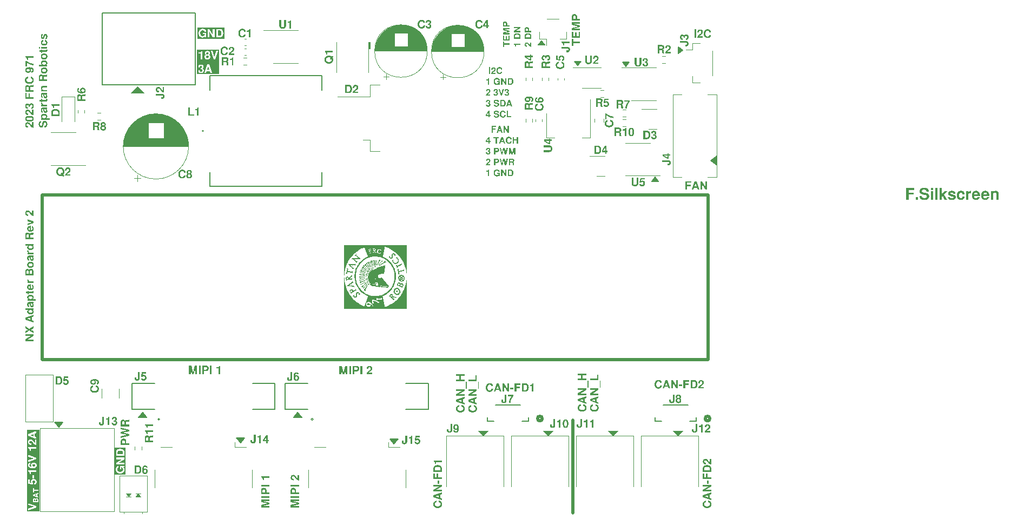
<source format=gbr>
%TF.GenerationSoftware,KiCad,Pcbnew,7.0.9-7.0.9~ubuntu22.04.1*%
%TF.CreationDate,2023-12-27T17:21:19-08:00*%
%TF.ProjectId,NX-J401-Adapter,4e582d4a-3430-4312-9d41-646170746572,1*%
%TF.SameCoordinates,Original*%
%TF.FileFunction,Legend,Top*%
%TF.FilePolarity,Positive*%
%FSLAX46Y46*%
G04 Gerber Fmt 4.6, Leading zero omitted, Abs format (unit mm)*
G04 Created by KiCad (PCBNEW 7.0.9-7.0.9~ubuntu22.04.1) date 2023-12-27 17:21:19*
%MOMM*%
%LPD*%
G01*
G04 APERTURE LIST*
%ADD10C,0.150000*%
%ADD11C,0.508000*%
%ADD12C,0.200000*%
%ADD13C,0.300000*%
%ADD14C,0.254000*%
%ADD15C,0.100000*%
%ADD16C,0.120000*%
%ADD17C,0.152400*%
%ADD18C,0.127000*%
G04 APERTURE END LIST*
D10*
X323977000Y-86106000D02*
X323342000Y-86614000D01*
X323342000Y-85598000D01*
X323977000Y-86106000D01*
G36*
X323977000Y-86106000D02*
G01*
X323342000Y-86614000D01*
X323342000Y-85598000D01*
X323977000Y-86106000D01*
G37*
X226364800Y-145211800D02*
X225729800Y-144449800D01*
X226999800Y-144449800D01*
X226364800Y-145211800D01*
G36*
X226364800Y-145211800D02*
G01*
X225729800Y-144449800D01*
X226999800Y-144449800D01*
X226364800Y-145211800D01*
G37*
X302412400Y-85293200D02*
X301396400Y-85293200D01*
X301904400Y-84658200D01*
X302412400Y-85293200D01*
G36*
X302412400Y-85293200D02*
G01*
X301396400Y-85293200D01*
X301904400Y-84658200D01*
X302412400Y-85293200D01*
G37*
D11*
X223752600Y-108787400D02*
X328000000Y-108787400D01*
X328000000Y-134622800D01*
X223752600Y-134622800D01*
X223752600Y-108787400D01*
D10*
X278815800Y-147878800D02*
X278180800Y-147116800D01*
X279450800Y-147116800D01*
X278815800Y-147878800D01*
G36*
X278815800Y-147878800D02*
G01*
X278180800Y-147116800D01*
X279450800Y-147116800D01*
X278815800Y-147878800D01*
G37*
X315087000Y-88646000D02*
X314579000Y-88011000D01*
X315595000Y-88011000D01*
X315087000Y-88646000D01*
G36*
X315087000Y-88646000D02*
G01*
X314579000Y-88011000D01*
X315595000Y-88011000D01*
X315087000Y-88646000D01*
G37*
X307594000Y-88519000D02*
X307086000Y-87884000D01*
X308102000Y-87884000D01*
X307594000Y-88519000D01*
G36*
X307594000Y-88519000D02*
G01*
X307086000Y-87884000D01*
X308102000Y-87884000D01*
X307594000Y-88519000D01*
G37*
X320167000Y-106680000D02*
X319151000Y-106680000D01*
X319659000Y-106045000D01*
X320167000Y-106680000D01*
G36*
X320167000Y-106680000D02*
G01*
X319151000Y-106680000D01*
X319659000Y-106045000D01*
X320167000Y-106680000D01*
G37*
X254799200Y-147671600D02*
X254164200Y-146909600D01*
X255434200Y-146909600D01*
X254799200Y-147671600D01*
G36*
X254799200Y-147671600D02*
G01*
X254164200Y-146909600D01*
X255434200Y-146909600D01*
X254799200Y-147671600D01*
G37*
X240131600Y-143738600D02*
X238861600Y-143738600D01*
X239496600Y-142976600D01*
X240131600Y-143738600D01*
G36*
X240131600Y-143738600D02*
G01*
X238861600Y-143738600D01*
X239496600Y-142976600D01*
X240131600Y-143738600D01*
G37*
D11*
X306781200Y-158673800D02*
X306781200Y-144170400D01*
D10*
X264388600Y-143713200D02*
X263118600Y-143713200D01*
X263753600Y-142951200D01*
X264388600Y-143713200D01*
G36*
X264388600Y-143713200D02*
G01*
X263118600Y-143713200D01*
X263753600Y-142951200D01*
X264388600Y-143713200D01*
G37*
D12*
G36*
X327599016Y-157031999D02*
G01*
X327584608Y-157035314D01*
X327570657Y-157038977D01*
X327557164Y-157042988D01*
X327544128Y-157047348D01*
X327531549Y-157052057D01*
X327519428Y-157057113D01*
X327507764Y-157062518D01*
X327496557Y-157068271D01*
X327475517Y-157080823D01*
X327456306Y-157094768D01*
X327438924Y-157110107D01*
X327423372Y-157126839D01*
X327409650Y-157144964D01*
X327397757Y-157164483D01*
X327387695Y-157185395D01*
X327379461Y-157207701D01*
X327373058Y-157231400D01*
X327370542Y-157243772D01*
X327368483Y-157256493D01*
X327366883Y-157269562D01*
X327365739Y-157282979D01*
X327365053Y-157296744D01*
X327364824Y-157310858D01*
X327365299Y-157330476D01*
X327366724Y-157349549D01*
X327369099Y-157368077D01*
X327372424Y-157386059D01*
X327376699Y-157403497D01*
X327381923Y-157420389D01*
X327388098Y-157436735D01*
X327395223Y-157452537D01*
X327403297Y-157467793D01*
X327412322Y-157482504D01*
X327422296Y-157496670D01*
X327433221Y-157510290D01*
X327445095Y-157523365D01*
X327457920Y-157535895D01*
X327471694Y-157547880D01*
X327486418Y-157559319D01*
X327501949Y-157570137D01*
X327518222Y-157580257D01*
X327535236Y-157589679D01*
X327552992Y-157598403D01*
X327571490Y-157606429D01*
X327590729Y-157613757D01*
X327610709Y-157620387D01*
X327631431Y-157626320D01*
X327652895Y-157631554D01*
X327675100Y-157636091D01*
X327698047Y-157639929D01*
X327721735Y-157643070D01*
X327746165Y-157645513D01*
X327758657Y-157646472D01*
X327771336Y-157647258D01*
X327784200Y-157647868D01*
X327797249Y-157648304D01*
X327810483Y-157648566D01*
X327823903Y-157648653D01*
X327837112Y-157648569D01*
X327850138Y-157648315D01*
X327862983Y-157647893D01*
X327875646Y-157647301D01*
X327888128Y-157646541D01*
X327912545Y-157644512D01*
X327936236Y-157641808D01*
X327959200Y-157638427D01*
X327981436Y-157634370D01*
X328002946Y-157629638D01*
X328023729Y-157624229D01*
X328043784Y-157618144D01*
X328063113Y-157611383D01*
X328081714Y-157603945D01*
X328099589Y-157595832D01*
X328116737Y-157587043D01*
X328133157Y-157577577D01*
X328148851Y-157567435D01*
X328156425Y-157562111D01*
X328170924Y-157550986D01*
X328184487Y-157539326D01*
X328197115Y-157527131D01*
X328208808Y-157514400D01*
X328219565Y-157501133D01*
X328229387Y-157487331D01*
X328238274Y-157472993D01*
X328246225Y-157458120D01*
X328253240Y-157442711D01*
X328259320Y-157426767D01*
X328264465Y-157410287D01*
X328268674Y-157393271D01*
X328271948Y-157375720D01*
X328274287Y-157357634D01*
X328275690Y-157339011D01*
X328276158Y-157319854D01*
X328275892Y-157304423D01*
X328275096Y-157289382D01*
X328273770Y-157274732D01*
X328271912Y-157260472D01*
X328269524Y-157246602D01*
X328266605Y-157233122D01*
X328263155Y-157220032D01*
X328259175Y-157207333D01*
X328254664Y-157195023D01*
X328249622Y-157183104D01*
X328244050Y-157171575D01*
X328237946Y-157160436D01*
X328231313Y-157149687D01*
X328224148Y-157139329D01*
X328216453Y-157129360D01*
X328208227Y-157119782D01*
X328199512Y-157110642D01*
X328190352Y-157101990D01*
X328180746Y-157093824D01*
X328170694Y-157086146D01*
X328160196Y-157078955D01*
X328149252Y-157072251D01*
X328137862Y-157066033D01*
X328126027Y-157060303D01*
X328113745Y-157055061D01*
X328101018Y-157050305D01*
X328087844Y-157046036D01*
X328074225Y-157042254D01*
X328060160Y-157038960D01*
X328045649Y-157036152D01*
X328030692Y-157033832D01*
X328015289Y-157031999D01*
X328015289Y-156771130D01*
X328029158Y-156772059D01*
X328042846Y-156773257D01*
X328056355Y-156774723D01*
X328069684Y-156776457D01*
X328082833Y-156778459D01*
X328095801Y-156780730D01*
X328108590Y-156783270D01*
X328121199Y-156786078D01*
X328133628Y-156789154D01*
X328145877Y-156792498D01*
X328157947Y-156796111D01*
X328169836Y-156799992D01*
X328181545Y-156804142D01*
X328204424Y-156813247D01*
X328226583Y-156823425D01*
X328248022Y-156834676D01*
X328268742Y-156847001D01*
X328288742Y-156860400D01*
X328308022Y-156874872D01*
X328326582Y-156890418D01*
X328344423Y-156907037D01*
X328361544Y-156924730D01*
X328369835Y-156933979D01*
X328377907Y-156943434D01*
X328385723Y-156953072D01*
X328400587Y-156972893D01*
X328414425Y-156993445D01*
X328420960Y-157003994D01*
X328427239Y-157014725D01*
X328433261Y-157025639D01*
X328439027Y-157036735D01*
X328444537Y-157048014D01*
X328449791Y-157059475D01*
X328454788Y-157071118D01*
X328459529Y-157082944D01*
X328464014Y-157094952D01*
X328468242Y-157107142D01*
X328472214Y-157119515D01*
X328475930Y-157132070D01*
X328479390Y-157144807D01*
X328482593Y-157157727D01*
X328485540Y-157170829D01*
X328488231Y-157184114D01*
X328490665Y-157197580D01*
X328492844Y-157211230D01*
X328494766Y-157225061D01*
X328496432Y-157239075D01*
X328497841Y-157253271D01*
X328498994Y-157267650D01*
X328499891Y-157282211D01*
X328500532Y-157296954D01*
X328500916Y-157311880D01*
X328501044Y-157326988D01*
X328500866Y-157343842D01*
X328500329Y-157360476D01*
X328499436Y-157376891D01*
X328498185Y-157393087D01*
X328496576Y-157409064D01*
X328494610Y-157424821D01*
X328492287Y-157440359D01*
X328489606Y-157455677D01*
X328486568Y-157470777D01*
X328483172Y-157485657D01*
X328479419Y-157500317D01*
X328475308Y-157514759D01*
X328470840Y-157528981D01*
X328466015Y-157542983D01*
X328460832Y-157556767D01*
X328455292Y-157570331D01*
X328449394Y-157583676D01*
X328443138Y-157596801D01*
X328436526Y-157609707D01*
X328429556Y-157622394D01*
X328422228Y-157634861D01*
X328414543Y-157647110D01*
X328406501Y-157659139D01*
X328398101Y-157670948D01*
X328389343Y-157682538D01*
X328380228Y-157693909D01*
X328370756Y-157705061D01*
X328360926Y-157715993D01*
X328350739Y-157726706D01*
X328340195Y-157737200D01*
X328329293Y-157747474D01*
X328318033Y-157757530D01*
X328306467Y-157767320D01*
X328294643Y-157776799D01*
X328282563Y-157785967D01*
X328270225Y-157794825D01*
X328257631Y-157803372D01*
X328244780Y-157811608D01*
X328231672Y-157819533D01*
X328218308Y-157827147D01*
X328204686Y-157834451D01*
X328190807Y-157841444D01*
X328176672Y-157848126D01*
X328162280Y-157854497D01*
X328147631Y-157860558D01*
X328132725Y-157866307D01*
X328117562Y-157871746D01*
X328102142Y-157876875D01*
X328086465Y-157881692D01*
X328070532Y-157886198D01*
X328054342Y-157890394D01*
X328037894Y-157894279D01*
X328021190Y-157897853D01*
X328004229Y-157901116D01*
X327987011Y-157904069D01*
X327969537Y-157906711D01*
X327951805Y-157909042D01*
X327933816Y-157911062D01*
X327915571Y-157912771D01*
X327897069Y-157914170D01*
X327878310Y-157915258D01*
X327859294Y-157916035D01*
X327840021Y-157916501D01*
X327820491Y-157916656D01*
X327800846Y-157916499D01*
X327781459Y-157916029D01*
X327762332Y-157915244D01*
X327743462Y-157914146D01*
X327724852Y-157912733D01*
X327706500Y-157911007D01*
X327688407Y-157908967D01*
X327670573Y-157906614D01*
X327652997Y-157903946D01*
X327635680Y-157900965D01*
X327618622Y-157897670D01*
X327601823Y-157894061D01*
X327585282Y-157890138D01*
X327569000Y-157885901D01*
X327552976Y-157881351D01*
X327537211Y-157876487D01*
X327521705Y-157871309D01*
X327506458Y-157865817D01*
X327491469Y-157860011D01*
X327476739Y-157853891D01*
X327462268Y-157847458D01*
X327448055Y-157840711D01*
X327434101Y-157833650D01*
X327420406Y-157826275D01*
X327406970Y-157818586D01*
X327393792Y-157810584D01*
X327380873Y-157802268D01*
X327368212Y-157793637D01*
X327355810Y-157784693D01*
X327343667Y-157775436D01*
X327331783Y-157765864D01*
X327320157Y-157755979D01*
X327308840Y-157745805D01*
X327297883Y-157735409D01*
X327287285Y-157724790D01*
X327277046Y-157713948D01*
X327267166Y-157702883D01*
X327257646Y-157691595D01*
X327248484Y-157680084D01*
X327239683Y-157668350D01*
X327231240Y-157656394D01*
X327223157Y-157644214D01*
X327215432Y-157631811D01*
X327208068Y-157619185D01*
X327201062Y-157606337D01*
X327194416Y-157593265D01*
X327188129Y-157579971D01*
X327182201Y-157566453D01*
X327176632Y-157552713D01*
X327171423Y-157538750D01*
X327166573Y-157524563D01*
X327162082Y-157510154D01*
X327157951Y-157495522D01*
X327154178Y-157480667D01*
X327150765Y-157465589D01*
X327147712Y-157450288D01*
X327145017Y-157434764D01*
X327142682Y-157419017D01*
X327140706Y-157403047D01*
X327139089Y-157386854D01*
X327137832Y-157370439D01*
X327136934Y-157353800D01*
X327136395Y-157336938D01*
X327136215Y-157319854D01*
X327136336Y-157305530D01*
X327136698Y-157291370D01*
X327137300Y-157277371D01*
X327138144Y-157263535D01*
X327139229Y-157249861D01*
X327140556Y-157236350D01*
X327142123Y-157223001D01*
X327143931Y-157209814D01*
X327145981Y-157196790D01*
X327148271Y-157183928D01*
X327150803Y-157171229D01*
X327153576Y-157158691D01*
X327156590Y-157146317D01*
X327159845Y-157134104D01*
X327163342Y-157122054D01*
X327167079Y-157110166D01*
X327175277Y-157086878D01*
X327184440Y-157064239D01*
X327194567Y-157042250D01*
X327205659Y-157020910D01*
X327217715Y-157000219D01*
X327230736Y-156980178D01*
X327244721Y-156960786D01*
X327259670Y-156942044D01*
X327275427Y-156924096D01*
X327291911Y-156907163D01*
X327309121Y-156891245D01*
X327327059Y-156876342D01*
X327345723Y-156862455D01*
X327365115Y-156849584D01*
X327385234Y-156837728D01*
X327406079Y-156826887D01*
X327427652Y-156817061D01*
X327449952Y-156808251D01*
X327472978Y-156800456D01*
X327496732Y-156793677D01*
X327508881Y-156790668D01*
X327521212Y-156787913D01*
X327533725Y-156785412D01*
X327546420Y-156783165D01*
X327559297Y-156781171D01*
X327572355Y-156779432D01*
X327585595Y-156777946D01*
X327599016Y-156776714D01*
X327599016Y-157031999D01*
G37*
G36*
X328460100Y-155754023D02*
G01*
X328197370Y-155839635D01*
X328197370Y-156327561D01*
X328460100Y-156415034D01*
X328460100Y-156688310D01*
X327157618Y-156225819D01*
X327157618Y-156082822D01*
X327465015Y-156082822D01*
X327974034Y-156252495D01*
X327974034Y-155913149D01*
X327465015Y-156082822D01*
X327157618Y-156082822D01*
X327157618Y-155928969D01*
X328460100Y-155478885D01*
X328460100Y-155754023D01*
G37*
G36*
X328460100Y-154533741D02*
G01*
X327559623Y-155057029D01*
X328460100Y-155057029D01*
X328460100Y-155325032D01*
X327157618Y-155325032D01*
X327157618Y-155049895D01*
X328043827Y-154533741D01*
X327157618Y-154533741D01*
X327157618Y-154265739D01*
X328460100Y-154265739D01*
X328460100Y-154533741D01*
G37*
G36*
X327849028Y-153596972D02*
G01*
X328090355Y-153596972D01*
X328090355Y-154082727D01*
X327849028Y-154082727D01*
X327849028Y-153596972D01*
G37*
G36*
X327898969Y-153126416D02*
G01*
X328460100Y-153126416D01*
X328460100Y-153394419D01*
X327157618Y-153394419D01*
X327157618Y-152479674D01*
X327380954Y-152479674D01*
X327380954Y-153126416D01*
X327675633Y-153126416D01*
X327675633Y-152556600D01*
X327898969Y-152556600D01*
X327898969Y-153126416D01*
G37*
G36*
X327827597Y-151192547D02*
G01*
X327846859Y-151193013D01*
X327865871Y-151193790D01*
X327884632Y-151194878D01*
X327903142Y-151196277D01*
X327921402Y-151197986D01*
X327939410Y-151200006D01*
X327957168Y-151202337D01*
X327974675Y-151204979D01*
X327991931Y-151207931D01*
X328008936Y-151211195D01*
X328025690Y-151214769D01*
X328042194Y-151218654D01*
X328058447Y-151222850D01*
X328074449Y-151227356D01*
X328090200Y-151232173D01*
X328105700Y-151237301D01*
X328120950Y-151242740D01*
X328135948Y-151248490D01*
X328150696Y-151254551D01*
X328165193Y-151260922D01*
X328179440Y-151267604D01*
X328193435Y-151274597D01*
X328207180Y-151281900D01*
X328220673Y-151289515D01*
X328233916Y-151297440D01*
X328246909Y-151305676D01*
X328259650Y-151314223D01*
X328272140Y-151323081D01*
X328284380Y-151332249D01*
X328296369Y-151341728D01*
X328308107Y-151351518D01*
X328326512Y-151367991D01*
X328343730Y-151385692D01*
X328359761Y-151404622D01*
X328367331Y-151414548D01*
X328374604Y-151424781D01*
X328381580Y-151435321D01*
X328388259Y-151446168D01*
X328394642Y-151457323D01*
X328400727Y-151468784D01*
X328406516Y-151480553D01*
X328412008Y-151492629D01*
X328417203Y-151505012D01*
X328422101Y-151517702D01*
X328426703Y-151530699D01*
X328431007Y-151544004D01*
X328435015Y-151557615D01*
X328438726Y-151571534D01*
X328442139Y-151585760D01*
X328445256Y-151600293D01*
X328448077Y-151615133D01*
X328450600Y-151630281D01*
X328452826Y-151645735D01*
X328454756Y-151661497D01*
X328456389Y-151677566D01*
X328457725Y-151693942D01*
X328458764Y-151710625D01*
X328459506Y-151727616D01*
X328459951Y-151744913D01*
X328460100Y-151762518D01*
X328460100Y-152271537D01*
X327157618Y-152271537D01*
X327157618Y-152003534D01*
X327380954Y-152003534D01*
X328236764Y-152003534D01*
X328236764Y-151762518D01*
X328236347Y-151743930D01*
X328235095Y-151725933D01*
X328233010Y-151708525D01*
X328230090Y-151691708D01*
X328226336Y-151675480D01*
X328221748Y-151659843D01*
X328216325Y-151644796D01*
X328210068Y-151630339D01*
X328202977Y-151616472D01*
X328195052Y-151603195D01*
X328186292Y-151590508D01*
X328176699Y-151578411D01*
X328166271Y-151566905D01*
X328155009Y-151555988D01*
X328142912Y-151545662D01*
X328129981Y-151535925D01*
X328116217Y-151526779D01*
X328101617Y-151518223D01*
X328086184Y-151510257D01*
X328069916Y-151502881D01*
X328052815Y-151496095D01*
X328034878Y-151489899D01*
X328016108Y-151484293D01*
X327996504Y-151479277D01*
X327976065Y-151474852D01*
X327954792Y-151471016D01*
X327932684Y-151467771D01*
X327909743Y-151465115D01*
X327885967Y-151463050D01*
X327861357Y-151461575D01*
X327835913Y-151460690D01*
X327809634Y-151460394D01*
X327783261Y-151460690D01*
X327757724Y-151461575D01*
X327733025Y-151463050D01*
X327709162Y-151465115D01*
X327686138Y-151467771D01*
X327663950Y-151471016D01*
X327642600Y-151474852D01*
X327622087Y-151479277D01*
X327602411Y-151484293D01*
X327583572Y-151489899D01*
X327565571Y-151496095D01*
X327548407Y-151502881D01*
X327532081Y-151510257D01*
X327516591Y-151518223D01*
X327501939Y-151526779D01*
X327488124Y-151535925D01*
X327475146Y-151545662D01*
X327463006Y-151555988D01*
X327451703Y-151566905D01*
X327441237Y-151578411D01*
X327431609Y-151590508D01*
X327422817Y-151603195D01*
X327414863Y-151616472D01*
X327407747Y-151630339D01*
X327401467Y-151644796D01*
X327396025Y-151659843D01*
X327391420Y-151675480D01*
X327387652Y-151691708D01*
X327384722Y-151708525D01*
X327382629Y-151725933D01*
X327381373Y-151743930D01*
X327380954Y-151762518D01*
X327380954Y-152003534D01*
X327157618Y-152003534D01*
X327157618Y-151762518D01*
X327157758Y-151743958D01*
X327158176Y-151725809D01*
X327158872Y-151708073D01*
X327159848Y-151690748D01*
X327161102Y-151673836D01*
X327162635Y-151657335D01*
X327164446Y-151641246D01*
X327166536Y-151625570D01*
X327168905Y-151610305D01*
X327171553Y-151595452D01*
X327174479Y-151581012D01*
X327177684Y-151566983D01*
X327181167Y-151553366D01*
X327184929Y-151540161D01*
X327188970Y-151527369D01*
X327193290Y-151514988D01*
X327197917Y-151502935D01*
X327202882Y-151491127D01*
X327208183Y-151479564D01*
X327213821Y-151468246D01*
X327219795Y-151457173D01*
X327226107Y-151446344D01*
X327232755Y-151435760D01*
X327239741Y-151425421D01*
X327247063Y-151415326D01*
X327254722Y-151405477D01*
X327262718Y-151395872D01*
X327271050Y-151386511D01*
X327279720Y-151377396D01*
X327288726Y-151368525D01*
X327298069Y-151359899D01*
X327307750Y-151351518D01*
X327319695Y-151341728D01*
X327331878Y-151332249D01*
X327344299Y-151323081D01*
X327356958Y-151314223D01*
X327369855Y-151305676D01*
X327382991Y-151297440D01*
X327396364Y-151289515D01*
X327409976Y-151281900D01*
X327423826Y-151274597D01*
X327437914Y-151267604D01*
X327452239Y-151260922D01*
X327466803Y-151254551D01*
X327481606Y-151248490D01*
X327496646Y-151242740D01*
X327511924Y-151237301D01*
X327527440Y-151232173D01*
X327543195Y-151227356D01*
X327559188Y-151222850D01*
X327575418Y-151218654D01*
X327591887Y-151214769D01*
X327608594Y-151211195D01*
X327625539Y-151207931D01*
X327642722Y-151204979D01*
X327660143Y-151202337D01*
X327677802Y-151200006D01*
X327695700Y-151197986D01*
X327713835Y-151196277D01*
X327732208Y-151194878D01*
X327750820Y-151193790D01*
X327769670Y-151193013D01*
X327788758Y-151192547D01*
X327808083Y-151192392D01*
X327827597Y-151192547D01*
G37*
G36*
X327568618Y-150207854D02*
G01*
X327581725Y-150208032D01*
X327594679Y-150208566D01*
X327607480Y-150209457D01*
X327620129Y-150210704D01*
X327632625Y-150212307D01*
X327644968Y-150214266D01*
X327657159Y-150216581D01*
X327675158Y-150220723D01*
X327692815Y-150225665D01*
X327710127Y-150231409D01*
X327727096Y-150237955D01*
X327743722Y-150245303D01*
X327760004Y-150253451D01*
X327775814Y-150262158D01*
X327791138Y-150271296D01*
X327805977Y-150280864D01*
X327820331Y-150290863D01*
X327834200Y-150301293D01*
X327847583Y-150312153D01*
X327860481Y-150323445D01*
X327872893Y-150335167D01*
X327884821Y-150347319D01*
X327896263Y-150359903D01*
X327903621Y-150368531D01*
X327914421Y-150381647D01*
X327925068Y-150394823D01*
X327935562Y-150408059D01*
X327945904Y-150421355D01*
X327956093Y-150434711D01*
X327966129Y-150448127D01*
X327976013Y-150461603D01*
X327985744Y-150475139D01*
X327995322Y-150488735D01*
X328004748Y-150502391D01*
X328010947Y-150511528D01*
X328020215Y-150525208D01*
X328029642Y-150538794D01*
X328039226Y-150552289D01*
X328048969Y-150565690D01*
X328058870Y-150578999D01*
X328068929Y-150592215D01*
X328079146Y-150605338D01*
X328089521Y-150618369D01*
X328100055Y-150631307D01*
X328110746Y-150644152D01*
X328117962Y-150652664D01*
X328128862Y-150665055D01*
X328139812Y-150676753D01*
X328150810Y-150687759D01*
X328161858Y-150698073D01*
X328172955Y-150707694D01*
X328184101Y-150716622D01*
X328195296Y-150724858D01*
X328206540Y-150732402D01*
X328217833Y-150739253D01*
X328229175Y-150745411D01*
X328236764Y-150749132D01*
X328236764Y-150213127D01*
X328460100Y-150213127D01*
X328460100Y-151074210D01*
X328438514Y-151072881D01*
X328417492Y-151071142D01*
X328397036Y-151068994D01*
X328377143Y-151066436D01*
X328357816Y-151063468D01*
X328339053Y-151060091D01*
X328320855Y-151056305D01*
X328303222Y-151052109D01*
X328286153Y-151047503D01*
X328269649Y-151042488D01*
X328253709Y-151037064D01*
X328238334Y-151031229D01*
X328223524Y-151024986D01*
X328209278Y-151018332D01*
X328195597Y-151011270D01*
X328182481Y-151003797D01*
X328169570Y-150995695D01*
X328156585Y-150986819D01*
X328143524Y-150977171D01*
X328130389Y-150966749D01*
X328117178Y-150955554D01*
X328103892Y-150943587D01*
X328090531Y-150930846D01*
X328077094Y-150917332D01*
X328063583Y-150903045D01*
X328049996Y-150887985D01*
X328036335Y-150872152D01*
X328022598Y-150855546D01*
X328008786Y-150838167D01*
X327994899Y-150820015D01*
X327980937Y-150801090D01*
X327966900Y-150781392D01*
X327957824Y-150768474D01*
X327948896Y-150755852D01*
X327940116Y-150743528D01*
X327931485Y-150731500D01*
X327923003Y-150719769D01*
X327914668Y-150708335D01*
X327906483Y-150697198D01*
X327898445Y-150686358D01*
X327890556Y-150675815D01*
X327882816Y-150665568D01*
X327875224Y-150655619D01*
X327860485Y-150636610D01*
X327846340Y-150618788D01*
X327832789Y-150602155D01*
X327819831Y-150586708D01*
X327807467Y-150572449D01*
X327795697Y-150559378D01*
X327784520Y-150547494D01*
X327773938Y-150536797D01*
X327763949Y-150527288D01*
X327754553Y-150518966D01*
X327750078Y-150515250D01*
X327736512Y-150504995D01*
X327722336Y-150495748D01*
X327707548Y-150487511D01*
X327692151Y-150480281D01*
X327676142Y-150474061D01*
X327659523Y-150468849D01*
X327642293Y-150464646D01*
X327624452Y-150461452D01*
X327606001Y-150459267D01*
X327593360Y-150458370D01*
X327580449Y-150457922D01*
X327573891Y-150457866D01*
X327556504Y-150458283D01*
X327539820Y-150459534D01*
X327523840Y-150461620D01*
X327508563Y-150464539D01*
X327493989Y-150468293D01*
X327480119Y-150472882D01*
X327466952Y-150478304D01*
X327454488Y-150484561D01*
X327442728Y-150491652D01*
X327431671Y-150499577D01*
X327424691Y-150505324D01*
X327414934Y-150514489D01*
X327406137Y-150524303D01*
X327398300Y-150534765D01*
X327391423Y-150545877D01*
X327385505Y-150557637D01*
X327380547Y-150570046D01*
X327376548Y-150583104D01*
X327373509Y-150596811D01*
X327371430Y-150611166D01*
X327370311Y-150626171D01*
X327370097Y-150636534D01*
X327370618Y-150652251D01*
X327372180Y-150667297D01*
X327374784Y-150681673D01*
X327378429Y-150695378D01*
X327383115Y-150708412D01*
X327388843Y-150720776D01*
X327395613Y-150732469D01*
X327403423Y-150743491D01*
X327412275Y-150753843D01*
X327422169Y-150763523D01*
X327429343Y-150769605D01*
X327440800Y-150778086D01*
X327453069Y-150785733D01*
X327466151Y-150792546D01*
X327480045Y-150798525D01*
X327494751Y-150803670D01*
X327510270Y-150807980D01*
X327526601Y-150811456D01*
X327543745Y-150814098D01*
X327561701Y-150815905D01*
X327574123Y-150816647D01*
X327586906Y-150817017D01*
X327593433Y-150817064D01*
X327634688Y-150817064D01*
X327634688Y-151056529D01*
X327621929Y-151057347D01*
X327609514Y-151057824D01*
X327596215Y-151058056D01*
X327590021Y-151058080D01*
X327577603Y-151057973D01*
X327553285Y-151057115D01*
X327529657Y-151055399D01*
X327506720Y-151052826D01*
X327484474Y-151049394D01*
X327462918Y-151045105D01*
X327442053Y-151039958D01*
X327421879Y-151033953D01*
X327402395Y-151027090D01*
X327383602Y-151019369D01*
X327365499Y-151010790D01*
X327348088Y-151001354D01*
X327331367Y-150991059D01*
X327315336Y-150979907D01*
X327299996Y-150967897D01*
X327285347Y-150955029D01*
X327278282Y-150948273D01*
X327264759Y-150934208D01*
X327252109Y-150919465D01*
X327240332Y-150904042D01*
X327229427Y-150887942D01*
X327219394Y-150871162D01*
X327210234Y-150853705D01*
X327201946Y-150835568D01*
X327194531Y-150816754D01*
X327187988Y-150797260D01*
X327182317Y-150777088D01*
X327177519Y-150756238D01*
X327173593Y-150734709D01*
X327170540Y-150712501D01*
X327168359Y-150689615D01*
X327167050Y-150666050D01*
X327166614Y-150641807D01*
X327166720Y-150629384D01*
X327167571Y-150605024D01*
X327169272Y-150581314D01*
X327171824Y-150558254D01*
X327175226Y-150535843D01*
X327179479Y-150514081D01*
X327184583Y-150492969D01*
X327190537Y-150472506D01*
X327197342Y-150452693D01*
X327204997Y-150433529D01*
X327213503Y-150415015D01*
X327222859Y-150397150D01*
X327233067Y-150379934D01*
X327244124Y-150363368D01*
X327256033Y-150347452D01*
X327268792Y-150332185D01*
X327275490Y-150324795D01*
X327289394Y-150310634D01*
X327303887Y-150297387D01*
X327318968Y-150285053D01*
X327334639Y-150273633D01*
X327350898Y-150263127D01*
X327367747Y-150253534D01*
X327385184Y-150244855D01*
X327403210Y-150237089D01*
X327421825Y-150230237D01*
X327441029Y-150224298D01*
X327460821Y-150219274D01*
X327481203Y-150215162D01*
X327502173Y-150211965D01*
X327523733Y-150209681D01*
X327545881Y-150208310D01*
X327568618Y-150207854D01*
G37*
G36*
X246994820Y-135894163D02*
G01*
X246994820Y-136909100D01*
X246726817Y-136909100D01*
X246726817Y-135606618D01*
X247126960Y-135606618D01*
X247362704Y-136642958D01*
X247591623Y-135606618D01*
X247995178Y-135606618D01*
X247995178Y-136909100D01*
X247727175Y-136909100D01*
X247727175Y-135894163D01*
X247496705Y-136909100D01*
X247228702Y-136909100D01*
X246994820Y-135894163D01*
G37*
G36*
X248540799Y-135606618D02*
G01*
X248540799Y-136909100D01*
X248272796Y-136909100D01*
X248272796Y-135606618D01*
X248540799Y-135606618D01*
G37*
G36*
X249411715Y-135606720D02*
G01*
X249424153Y-135607023D01*
X249448469Y-135608237D01*
X249472038Y-135610261D01*
X249494861Y-135613094D01*
X249516938Y-135616736D01*
X249538268Y-135621188D01*
X249558852Y-135626449D01*
X249578690Y-135632519D01*
X249597781Y-135639399D01*
X249616126Y-135647088D01*
X249633724Y-135655587D01*
X249650576Y-135664895D01*
X249666681Y-135675012D01*
X249682041Y-135685939D01*
X249696653Y-135697676D01*
X249710520Y-135710221D01*
X249723629Y-135723535D01*
X249735892Y-135737576D01*
X249747310Y-135752344D01*
X249757882Y-135767839D01*
X249767608Y-135784061D01*
X249776488Y-135801010D01*
X249784523Y-135818685D01*
X249791712Y-135837088D01*
X249798055Y-135856218D01*
X249803552Y-135876075D01*
X249808204Y-135896659D01*
X249812010Y-135917970D01*
X249814970Y-135940008D01*
X249817084Y-135962773D01*
X249818353Y-135986265D01*
X249818775Y-136010484D01*
X249818356Y-136034946D01*
X249817099Y-136058781D01*
X249815002Y-136081988D01*
X249812068Y-136104568D01*
X249808295Y-136126520D01*
X249803683Y-136147844D01*
X249798233Y-136168540D01*
X249791944Y-136188609D01*
X249784817Y-136208051D01*
X249776852Y-136226864D01*
X249768048Y-136245050D01*
X249758405Y-136262609D01*
X249747924Y-136279539D01*
X249736605Y-136295842D01*
X249724447Y-136311518D01*
X249711450Y-136326566D01*
X249697794Y-136340839D01*
X249683577Y-136354192D01*
X249668801Y-136366624D01*
X249653464Y-136378134D01*
X249637569Y-136388725D01*
X249621113Y-136398394D01*
X249604097Y-136407142D01*
X249586522Y-136414969D01*
X249568387Y-136421876D01*
X249549692Y-136427862D01*
X249530437Y-136432926D01*
X249510623Y-136437070D01*
X249490248Y-136440293D01*
X249469314Y-136442596D01*
X249447820Y-136443977D01*
X249425767Y-136444437D01*
X249091694Y-136444437D01*
X249091694Y-136909100D01*
X248823691Y-136909100D01*
X248823691Y-135829954D01*
X249091694Y-135829954D01*
X249091694Y-136221102D01*
X249341706Y-136221102D01*
X249354568Y-136220912D01*
X249367022Y-136220342D01*
X249390706Y-136218063D01*
X249412756Y-136214264D01*
X249433173Y-136208946D01*
X249451956Y-136202109D01*
X249469106Y-136193752D01*
X249484623Y-136183875D01*
X249498506Y-136172480D01*
X249510756Y-136159564D01*
X249521373Y-136145130D01*
X249530356Y-136129176D01*
X249537706Y-136111702D01*
X249543423Y-136092709D01*
X249547506Y-136072197D01*
X249549956Y-136050165D01*
X249550773Y-136026613D01*
X249550326Y-136008286D01*
X249548984Y-135990874D01*
X249546749Y-135974378D01*
X249543619Y-135958799D01*
X249539595Y-135944135D01*
X249534677Y-135930387D01*
X249528864Y-135917556D01*
X249522158Y-135905640D01*
X249514557Y-135894640D01*
X249506062Y-135884557D01*
X249499902Y-135878343D01*
X249489867Y-135869696D01*
X249478840Y-135861899D01*
X249466821Y-135854952D01*
X249453810Y-135848856D01*
X249439806Y-135843611D01*
X249424810Y-135839216D01*
X249408821Y-135835672D01*
X249391840Y-135832978D01*
X249373867Y-135831135D01*
X249361333Y-135830379D01*
X249348358Y-135830001D01*
X249341706Y-135829954D01*
X249091694Y-135829954D01*
X248823691Y-135829954D01*
X248823691Y-135606618D01*
X249399091Y-135606618D01*
X249411715Y-135606720D01*
G37*
G36*
X250295225Y-135606618D02*
G01*
X250295225Y-136909100D01*
X250027222Y-136909100D01*
X250027222Y-135606618D01*
X250295225Y-135606618D01*
G37*
G36*
X251354208Y-136035299D02*
G01*
X251050534Y-136035299D01*
X251050534Y-135869348D01*
X251070820Y-135869126D01*
X251090579Y-135868461D01*
X251109812Y-135867352D01*
X251128517Y-135865800D01*
X251146695Y-135863805D01*
X251164346Y-135861365D01*
X251181470Y-135858483D01*
X251198067Y-135855157D01*
X251214137Y-135851387D01*
X251229680Y-135847174D01*
X251244695Y-135842518D01*
X251259184Y-135837418D01*
X251273145Y-135831875D01*
X251286580Y-135825888D01*
X251299487Y-135819457D01*
X251311867Y-135812583D01*
X251323721Y-135805266D01*
X251335047Y-135797505D01*
X251345846Y-135789301D01*
X251356118Y-135780653D01*
X251365863Y-135771562D01*
X251375080Y-135762028D01*
X251383771Y-135752049D01*
X251391935Y-135741628D01*
X251399571Y-135730763D01*
X251406681Y-135719454D01*
X251413263Y-135707702D01*
X251419319Y-135695507D01*
X251424847Y-135682868D01*
X251429848Y-135669785D01*
X251434322Y-135656259D01*
X251438269Y-135642290D01*
X251604220Y-135642290D01*
X251604220Y-136909100D01*
X251354208Y-136909100D01*
X251354208Y-136035299D01*
G37*
G36*
X294072000Y-138807016D02*
G01*
X294068685Y-138792608D01*
X294065022Y-138778657D01*
X294061011Y-138765164D01*
X294056651Y-138752128D01*
X294051942Y-138739549D01*
X294046886Y-138727428D01*
X294041481Y-138715764D01*
X294035728Y-138704557D01*
X294023176Y-138683517D01*
X294009231Y-138664306D01*
X293993892Y-138646924D01*
X293977160Y-138631372D01*
X293959035Y-138617650D01*
X293939516Y-138605757D01*
X293918604Y-138595695D01*
X293896298Y-138587461D01*
X293872599Y-138581058D01*
X293860227Y-138578542D01*
X293847506Y-138576483D01*
X293834437Y-138574883D01*
X293821020Y-138573739D01*
X293807255Y-138573053D01*
X293793141Y-138572824D01*
X293773523Y-138573299D01*
X293754450Y-138574724D01*
X293735922Y-138577099D01*
X293717940Y-138580424D01*
X293700502Y-138584699D01*
X293683610Y-138589923D01*
X293667264Y-138596098D01*
X293651462Y-138603223D01*
X293636206Y-138611297D01*
X293621495Y-138620322D01*
X293607329Y-138630296D01*
X293593709Y-138641221D01*
X293580634Y-138653095D01*
X293568104Y-138665920D01*
X293556119Y-138679694D01*
X293544680Y-138694418D01*
X293533862Y-138709949D01*
X293523742Y-138726222D01*
X293514320Y-138743236D01*
X293505596Y-138760992D01*
X293497570Y-138779490D01*
X293490242Y-138798729D01*
X293483612Y-138818709D01*
X293477679Y-138839431D01*
X293472445Y-138860895D01*
X293467908Y-138883100D01*
X293464070Y-138906047D01*
X293460929Y-138929735D01*
X293458486Y-138954165D01*
X293457527Y-138966657D01*
X293456741Y-138979336D01*
X293456131Y-138992200D01*
X293455695Y-139005249D01*
X293455433Y-139018483D01*
X293455346Y-139031903D01*
X293455430Y-139045112D01*
X293455684Y-139058138D01*
X293456106Y-139070983D01*
X293456698Y-139083646D01*
X293457458Y-139096128D01*
X293459487Y-139120545D01*
X293462191Y-139144236D01*
X293465572Y-139167200D01*
X293469629Y-139189436D01*
X293474361Y-139210946D01*
X293479770Y-139231729D01*
X293485855Y-139251784D01*
X293492616Y-139271113D01*
X293500054Y-139289714D01*
X293508167Y-139307589D01*
X293516956Y-139324737D01*
X293526422Y-139341157D01*
X293536564Y-139356851D01*
X293541888Y-139364425D01*
X293553013Y-139378924D01*
X293564673Y-139392487D01*
X293576868Y-139405115D01*
X293589599Y-139416808D01*
X293602866Y-139427565D01*
X293616668Y-139437387D01*
X293631006Y-139446274D01*
X293645879Y-139454225D01*
X293661288Y-139461240D01*
X293677232Y-139467320D01*
X293693712Y-139472465D01*
X293710728Y-139476674D01*
X293728279Y-139479948D01*
X293746365Y-139482287D01*
X293764988Y-139483690D01*
X293784145Y-139484158D01*
X293799576Y-139483892D01*
X293814617Y-139483096D01*
X293829267Y-139481770D01*
X293843527Y-139479912D01*
X293857397Y-139477524D01*
X293870877Y-139474605D01*
X293883967Y-139471155D01*
X293896666Y-139467175D01*
X293908976Y-139462664D01*
X293920895Y-139457622D01*
X293932424Y-139452050D01*
X293943563Y-139445946D01*
X293954312Y-139439313D01*
X293964670Y-139432148D01*
X293974639Y-139424453D01*
X293984217Y-139416227D01*
X293993357Y-139407512D01*
X294002009Y-139398352D01*
X294010175Y-139388746D01*
X294017853Y-139378694D01*
X294025044Y-139368196D01*
X294031748Y-139357252D01*
X294037966Y-139345862D01*
X294043696Y-139334027D01*
X294048938Y-139321745D01*
X294053694Y-139309018D01*
X294057963Y-139295844D01*
X294061745Y-139282225D01*
X294065039Y-139268160D01*
X294067847Y-139253649D01*
X294070167Y-139238692D01*
X294072000Y-139223289D01*
X294332869Y-139223289D01*
X294331940Y-139237158D01*
X294330742Y-139250846D01*
X294329276Y-139264355D01*
X294327542Y-139277684D01*
X294325540Y-139290833D01*
X294323269Y-139303801D01*
X294320729Y-139316590D01*
X294317921Y-139329199D01*
X294314845Y-139341628D01*
X294311501Y-139353877D01*
X294307888Y-139365947D01*
X294304007Y-139377836D01*
X294299857Y-139389545D01*
X294290752Y-139412424D01*
X294280574Y-139434583D01*
X294269323Y-139456022D01*
X294256998Y-139476742D01*
X294243599Y-139496742D01*
X294229127Y-139516022D01*
X294213581Y-139534582D01*
X294196962Y-139552423D01*
X294179269Y-139569544D01*
X294170020Y-139577835D01*
X294160565Y-139585907D01*
X294150927Y-139593723D01*
X294131106Y-139608587D01*
X294110554Y-139622425D01*
X294100005Y-139628960D01*
X294089274Y-139635239D01*
X294078360Y-139641261D01*
X294067264Y-139647027D01*
X294055985Y-139652537D01*
X294044524Y-139657791D01*
X294032881Y-139662788D01*
X294021055Y-139667529D01*
X294009047Y-139672014D01*
X293996857Y-139676242D01*
X293984484Y-139680214D01*
X293971929Y-139683930D01*
X293959192Y-139687390D01*
X293946272Y-139690593D01*
X293933170Y-139693540D01*
X293919885Y-139696231D01*
X293906419Y-139698665D01*
X293892769Y-139700844D01*
X293878938Y-139702766D01*
X293864924Y-139704432D01*
X293850728Y-139705841D01*
X293836349Y-139706994D01*
X293821788Y-139707891D01*
X293807045Y-139708532D01*
X293792119Y-139708916D01*
X293777011Y-139709044D01*
X293760157Y-139708866D01*
X293743523Y-139708329D01*
X293727108Y-139707436D01*
X293710912Y-139706185D01*
X293694935Y-139704576D01*
X293679178Y-139702610D01*
X293663640Y-139700287D01*
X293648322Y-139697606D01*
X293633222Y-139694568D01*
X293618342Y-139691172D01*
X293603682Y-139687419D01*
X293589240Y-139683308D01*
X293575018Y-139678840D01*
X293561016Y-139674015D01*
X293547232Y-139668832D01*
X293533668Y-139663292D01*
X293520323Y-139657394D01*
X293507198Y-139651138D01*
X293494292Y-139644526D01*
X293481605Y-139637556D01*
X293469138Y-139630228D01*
X293456889Y-139622543D01*
X293444860Y-139614501D01*
X293433051Y-139606101D01*
X293421461Y-139597343D01*
X293410090Y-139588228D01*
X293398938Y-139578756D01*
X293388006Y-139568926D01*
X293377293Y-139558739D01*
X293366799Y-139548195D01*
X293356525Y-139537293D01*
X293346469Y-139526033D01*
X293336679Y-139514467D01*
X293327200Y-139502643D01*
X293318032Y-139490563D01*
X293309174Y-139478225D01*
X293300627Y-139465631D01*
X293292391Y-139452780D01*
X293284466Y-139439672D01*
X293276852Y-139426308D01*
X293269548Y-139412686D01*
X293262555Y-139398807D01*
X293255873Y-139384672D01*
X293249502Y-139370280D01*
X293243441Y-139355631D01*
X293237692Y-139340725D01*
X293232253Y-139325562D01*
X293227125Y-139310142D01*
X293222307Y-139294465D01*
X293217801Y-139278532D01*
X293213605Y-139262342D01*
X293209720Y-139245894D01*
X293206146Y-139229190D01*
X293202883Y-139212229D01*
X293199930Y-139195011D01*
X293197288Y-139177537D01*
X293194957Y-139159805D01*
X293192937Y-139141816D01*
X293191228Y-139123571D01*
X293189829Y-139105069D01*
X293188741Y-139086310D01*
X293187964Y-139067294D01*
X293187498Y-139048021D01*
X293187343Y-139028491D01*
X293187500Y-139008846D01*
X293187970Y-138989459D01*
X293188755Y-138970332D01*
X293189853Y-138951462D01*
X293191266Y-138932852D01*
X293192992Y-138914500D01*
X293195032Y-138896407D01*
X293197385Y-138878573D01*
X293200053Y-138860997D01*
X293203034Y-138843680D01*
X293206329Y-138826622D01*
X293209938Y-138809823D01*
X293213861Y-138793282D01*
X293218098Y-138777000D01*
X293222648Y-138760976D01*
X293227512Y-138745211D01*
X293232690Y-138729705D01*
X293238182Y-138714458D01*
X293243988Y-138699469D01*
X293250108Y-138684739D01*
X293256541Y-138670268D01*
X293263288Y-138656055D01*
X293270349Y-138642101D01*
X293277724Y-138628406D01*
X293285413Y-138614970D01*
X293293415Y-138601792D01*
X293301731Y-138588873D01*
X293310362Y-138576212D01*
X293319306Y-138563810D01*
X293328563Y-138551667D01*
X293338135Y-138539783D01*
X293348020Y-138528157D01*
X293358194Y-138516840D01*
X293368590Y-138505883D01*
X293379209Y-138495285D01*
X293390051Y-138485046D01*
X293401116Y-138475166D01*
X293412404Y-138465646D01*
X293423915Y-138456484D01*
X293435649Y-138447683D01*
X293447605Y-138439240D01*
X293459785Y-138431157D01*
X293472188Y-138423432D01*
X293484814Y-138416068D01*
X293497662Y-138409062D01*
X293510734Y-138402416D01*
X293524028Y-138396129D01*
X293537546Y-138390201D01*
X293551286Y-138384632D01*
X293565249Y-138379423D01*
X293579436Y-138374573D01*
X293593845Y-138370082D01*
X293608477Y-138365951D01*
X293623332Y-138362178D01*
X293638410Y-138358765D01*
X293653711Y-138355712D01*
X293669235Y-138353017D01*
X293684982Y-138350682D01*
X293700952Y-138348706D01*
X293717145Y-138347089D01*
X293733560Y-138345832D01*
X293750199Y-138344934D01*
X293767061Y-138344395D01*
X293784145Y-138344215D01*
X293798469Y-138344336D01*
X293812629Y-138344698D01*
X293826628Y-138345300D01*
X293840464Y-138346144D01*
X293854138Y-138347229D01*
X293867649Y-138348556D01*
X293880998Y-138350123D01*
X293894185Y-138351931D01*
X293907209Y-138353981D01*
X293920071Y-138356271D01*
X293932770Y-138358803D01*
X293945308Y-138361576D01*
X293957682Y-138364590D01*
X293969895Y-138367845D01*
X293981945Y-138371342D01*
X293993833Y-138375079D01*
X294017121Y-138383277D01*
X294039760Y-138392440D01*
X294061749Y-138402567D01*
X294083089Y-138413659D01*
X294103780Y-138425715D01*
X294123821Y-138438736D01*
X294143213Y-138452721D01*
X294161955Y-138467670D01*
X294179903Y-138483427D01*
X294196836Y-138499911D01*
X294212754Y-138517121D01*
X294227657Y-138535059D01*
X294241544Y-138553723D01*
X294254415Y-138573115D01*
X294266271Y-138593234D01*
X294277112Y-138614079D01*
X294286938Y-138635652D01*
X294295748Y-138657952D01*
X294303543Y-138680978D01*
X294310322Y-138704732D01*
X294313331Y-138716881D01*
X294316086Y-138729212D01*
X294318587Y-138741725D01*
X294320834Y-138754420D01*
X294322828Y-138767297D01*
X294324567Y-138780355D01*
X294326053Y-138793595D01*
X294327285Y-138807016D01*
X294072000Y-138807016D01*
G37*
G36*
X295625114Y-139668100D02*
G01*
X295349976Y-139668100D01*
X295264364Y-139405370D01*
X294776438Y-139405370D01*
X294688965Y-139668100D01*
X294415689Y-139668100D01*
X294588283Y-139182034D01*
X294851504Y-139182034D01*
X295190850Y-139182034D01*
X295021177Y-138673015D01*
X294851504Y-139182034D01*
X294588283Y-139182034D01*
X294878180Y-138365618D01*
X295175030Y-138365618D01*
X295625114Y-139668100D01*
G37*
G36*
X296570258Y-139668100D02*
G01*
X296046970Y-138767623D01*
X296046970Y-139668100D01*
X295778967Y-139668100D01*
X295778967Y-138365618D01*
X296054104Y-138365618D01*
X296570258Y-139251827D01*
X296570258Y-138365618D01*
X296838260Y-138365618D01*
X296838260Y-139668100D01*
X296570258Y-139668100D01*
G37*
G36*
X297507027Y-139057028D02*
G01*
X297507027Y-139298355D01*
X297021272Y-139298355D01*
X297021272Y-139057028D01*
X297507027Y-139057028D01*
G37*
G36*
X297977583Y-139106969D02*
G01*
X297977583Y-139668100D01*
X297709580Y-139668100D01*
X297709580Y-138365618D01*
X298624325Y-138365618D01*
X298624325Y-138588954D01*
X297977583Y-138588954D01*
X297977583Y-138883633D01*
X298547399Y-138883633D01*
X298547399Y-139106969D01*
X297977583Y-139106969D01*
G37*
G36*
X299360041Y-138365758D02*
G01*
X299378190Y-138366176D01*
X299395926Y-138366872D01*
X299413251Y-138367848D01*
X299430163Y-138369102D01*
X299446664Y-138370635D01*
X299462753Y-138372446D01*
X299478429Y-138374536D01*
X299493694Y-138376905D01*
X299508547Y-138379553D01*
X299522987Y-138382479D01*
X299537016Y-138385684D01*
X299550633Y-138389167D01*
X299563838Y-138392929D01*
X299576630Y-138396970D01*
X299589011Y-138401290D01*
X299601064Y-138405917D01*
X299612872Y-138410882D01*
X299624435Y-138416183D01*
X299635753Y-138421821D01*
X299646826Y-138427795D01*
X299657655Y-138434107D01*
X299668239Y-138440755D01*
X299678578Y-138447741D01*
X299688673Y-138455063D01*
X299698522Y-138462722D01*
X299708127Y-138470718D01*
X299717488Y-138479050D01*
X299726603Y-138487720D01*
X299735474Y-138496726D01*
X299744100Y-138506069D01*
X299752481Y-138515750D01*
X299762271Y-138527695D01*
X299771750Y-138539878D01*
X299780918Y-138552299D01*
X299789776Y-138564958D01*
X299798323Y-138577855D01*
X299806559Y-138590991D01*
X299814484Y-138604364D01*
X299822099Y-138617976D01*
X299829402Y-138631826D01*
X299836395Y-138645914D01*
X299843077Y-138660239D01*
X299849448Y-138674803D01*
X299855509Y-138689606D01*
X299861259Y-138704646D01*
X299866698Y-138719924D01*
X299871826Y-138735440D01*
X299876643Y-138751195D01*
X299881149Y-138767188D01*
X299885345Y-138783418D01*
X299889230Y-138799887D01*
X299892804Y-138816594D01*
X299896068Y-138833539D01*
X299899020Y-138850722D01*
X299901662Y-138868143D01*
X299903993Y-138885802D01*
X299906013Y-138903700D01*
X299907722Y-138921835D01*
X299909121Y-138940208D01*
X299910209Y-138958820D01*
X299910986Y-138977670D01*
X299911452Y-138996758D01*
X299911607Y-139016083D01*
X299911452Y-139035597D01*
X299910986Y-139054859D01*
X299910209Y-139073871D01*
X299909121Y-139092632D01*
X299907722Y-139111142D01*
X299906013Y-139129402D01*
X299903993Y-139147410D01*
X299901662Y-139165168D01*
X299899020Y-139182675D01*
X299896068Y-139199931D01*
X299892804Y-139216936D01*
X299889230Y-139233690D01*
X299885345Y-139250194D01*
X299881149Y-139266447D01*
X299876643Y-139282449D01*
X299871826Y-139298200D01*
X299866698Y-139313700D01*
X299861259Y-139328950D01*
X299855509Y-139343948D01*
X299849448Y-139358696D01*
X299843077Y-139373193D01*
X299836395Y-139387440D01*
X299829402Y-139401435D01*
X299822099Y-139415180D01*
X299814484Y-139428673D01*
X299806559Y-139441916D01*
X299798323Y-139454909D01*
X299789776Y-139467650D01*
X299780918Y-139480140D01*
X299771750Y-139492380D01*
X299762271Y-139504369D01*
X299752481Y-139516107D01*
X299736008Y-139534512D01*
X299718307Y-139551730D01*
X299699377Y-139567761D01*
X299689451Y-139575331D01*
X299679218Y-139582604D01*
X299668678Y-139589580D01*
X299657831Y-139596259D01*
X299646676Y-139602642D01*
X299635215Y-139608727D01*
X299623446Y-139614516D01*
X299611370Y-139620008D01*
X299598987Y-139625203D01*
X299586297Y-139630101D01*
X299573300Y-139634703D01*
X299559995Y-139639007D01*
X299546384Y-139643015D01*
X299532465Y-139646726D01*
X299518239Y-139650139D01*
X299503706Y-139653256D01*
X299488866Y-139656077D01*
X299473718Y-139658600D01*
X299458264Y-139660826D01*
X299442502Y-139662756D01*
X299426433Y-139664389D01*
X299410057Y-139665725D01*
X299393374Y-139666764D01*
X299376383Y-139667506D01*
X299359086Y-139667951D01*
X299341481Y-139668100D01*
X298832462Y-139668100D01*
X298832462Y-138588954D01*
X299100465Y-138588954D01*
X299100465Y-139444764D01*
X299341481Y-139444764D01*
X299360069Y-139444347D01*
X299378066Y-139443095D01*
X299395474Y-139441010D01*
X299412291Y-139438090D01*
X299428519Y-139434336D01*
X299444156Y-139429748D01*
X299459203Y-139424325D01*
X299473660Y-139418068D01*
X299487527Y-139410977D01*
X299500804Y-139403052D01*
X299513491Y-139394292D01*
X299525588Y-139384699D01*
X299537094Y-139374271D01*
X299548011Y-139363009D01*
X299558337Y-139350912D01*
X299568074Y-139337981D01*
X299577220Y-139324217D01*
X299585776Y-139309617D01*
X299593742Y-139294184D01*
X299601118Y-139277916D01*
X299607904Y-139260815D01*
X299614100Y-139242878D01*
X299619706Y-139224108D01*
X299624722Y-139204504D01*
X299629147Y-139184065D01*
X299632983Y-139162792D01*
X299636228Y-139140684D01*
X299638884Y-139117743D01*
X299640949Y-139093967D01*
X299642424Y-139069357D01*
X299643309Y-139043913D01*
X299643605Y-139017634D01*
X299643309Y-138991261D01*
X299642424Y-138965724D01*
X299640949Y-138941025D01*
X299638884Y-138917162D01*
X299636228Y-138894138D01*
X299632983Y-138871950D01*
X299629147Y-138850600D01*
X299624722Y-138830087D01*
X299619706Y-138810411D01*
X299614100Y-138791572D01*
X299607904Y-138773571D01*
X299601118Y-138756407D01*
X299593742Y-138740081D01*
X299585776Y-138724591D01*
X299577220Y-138709939D01*
X299568074Y-138696124D01*
X299558337Y-138683146D01*
X299548011Y-138671006D01*
X299537094Y-138659703D01*
X299525588Y-138649237D01*
X299513491Y-138639609D01*
X299500804Y-138630817D01*
X299487527Y-138622863D01*
X299473660Y-138615747D01*
X299459203Y-138609467D01*
X299444156Y-138604025D01*
X299428519Y-138599420D01*
X299412291Y-138595652D01*
X299395474Y-138592722D01*
X299378066Y-138590629D01*
X299360069Y-138589373D01*
X299341481Y-138588954D01*
X299100465Y-138588954D01*
X298832462Y-138588954D01*
X298832462Y-138365618D01*
X299341481Y-138365618D01*
X299360041Y-138365758D01*
G37*
G36*
X300401395Y-138794299D02*
G01*
X300097720Y-138794299D01*
X300097720Y-138628348D01*
X300118007Y-138628126D01*
X300137766Y-138627461D01*
X300156998Y-138626352D01*
X300175704Y-138624800D01*
X300193882Y-138622805D01*
X300211533Y-138620365D01*
X300228657Y-138617483D01*
X300245254Y-138614157D01*
X300261324Y-138610387D01*
X300276866Y-138606174D01*
X300291882Y-138601518D01*
X300306371Y-138596418D01*
X300320332Y-138590875D01*
X300333766Y-138584888D01*
X300346674Y-138578457D01*
X300359054Y-138571583D01*
X300370907Y-138564266D01*
X300382233Y-138556505D01*
X300393032Y-138548301D01*
X300403304Y-138539653D01*
X300413049Y-138530562D01*
X300422267Y-138521028D01*
X300430958Y-138511049D01*
X300439121Y-138500628D01*
X300446758Y-138489763D01*
X300453868Y-138478454D01*
X300460450Y-138466702D01*
X300466505Y-138454507D01*
X300472034Y-138441868D01*
X300477035Y-138428785D01*
X300481509Y-138415259D01*
X300485456Y-138401290D01*
X300651407Y-138401290D01*
X300651407Y-139668100D01*
X300401395Y-139668100D01*
X300401395Y-138794299D01*
G37*
G36*
X236488846Y-147033369D02*
G01*
X236512681Y-147034627D01*
X236535888Y-147036723D01*
X236558468Y-147039658D01*
X236580420Y-147043431D01*
X236601744Y-147048043D01*
X236622440Y-147053493D01*
X236642509Y-147059782D01*
X236661951Y-147066909D01*
X236680764Y-147074874D01*
X236698950Y-147083678D01*
X236716509Y-147093321D01*
X236733439Y-147103802D01*
X236749742Y-147115121D01*
X236765418Y-147127279D01*
X236780466Y-147140275D01*
X236794739Y-147153932D01*
X236808092Y-147168149D01*
X236820524Y-147182925D01*
X236832034Y-147198261D01*
X236842625Y-147214157D01*
X236852294Y-147230613D01*
X236861042Y-147247628D01*
X236868869Y-147265204D01*
X236875776Y-147283339D01*
X236881762Y-147302034D01*
X236886826Y-147321289D01*
X236890970Y-147341103D01*
X236894193Y-147361477D01*
X236896496Y-147382411D01*
X236897877Y-147403905D01*
X236898337Y-147425959D01*
X236898337Y-147760032D01*
X237363000Y-147760032D01*
X237363000Y-148028035D01*
X236060518Y-148028035D01*
X236060518Y-147760032D01*
X236283854Y-147760032D01*
X236675002Y-147760032D01*
X236675002Y-147510020D01*
X236674812Y-147497157D01*
X236674242Y-147484703D01*
X236671963Y-147461020D01*
X236668164Y-147438970D01*
X236662846Y-147418553D01*
X236656009Y-147399770D01*
X236647652Y-147382620D01*
X236637775Y-147367103D01*
X236626380Y-147353220D01*
X236613464Y-147340970D01*
X236599030Y-147330353D01*
X236583076Y-147321370D01*
X236565602Y-147314020D01*
X236546609Y-147308303D01*
X236526097Y-147304220D01*
X236504065Y-147301770D01*
X236480513Y-147300953D01*
X236462186Y-147301400D01*
X236444774Y-147302741D01*
X236428278Y-147304977D01*
X236412699Y-147308107D01*
X236398035Y-147312131D01*
X236384287Y-147317049D01*
X236371456Y-147322861D01*
X236359540Y-147329568D01*
X236348540Y-147337169D01*
X236338457Y-147345664D01*
X236332243Y-147351824D01*
X236323596Y-147361858D01*
X236315799Y-147372885D01*
X236308852Y-147384904D01*
X236302756Y-147397916D01*
X236297511Y-147411920D01*
X236293116Y-147426916D01*
X236289572Y-147442905D01*
X236286878Y-147459886D01*
X236285035Y-147477859D01*
X236284279Y-147490393D01*
X236283901Y-147503367D01*
X236283854Y-147510020D01*
X236283854Y-147760032D01*
X236060518Y-147760032D01*
X236060518Y-147452635D01*
X236060620Y-147440011D01*
X236060923Y-147427573D01*
X236062137Y-147403257D01*
X236064161Y-147379688D01*
X236066994Y-147356864D01*
X236070636Y-147334788D01*
X236075088Y-147313457D01*
X236080349Y-147292874D01*
X236086419Y-147273036D01*
X236093299Y-147253945D01*
X236100988Y-147235600D01*
X236109487Y-147218002D01*
X236118795Y-147201150D01*
X236128912Y-147185044D01*
X236139839Y-147169685D01*
X236151576Y-147155072D01*
X236164121Y-147141206D01*
X236177435Y-147128097D01*
X236191476Y-147115834D01*
X236206244Y-147104416D01*
X236221739Y-147093844D01*
X236237961Y-147084118D01*
X236254910Y-147075238D01*
X236272585Y-147067203D01*
X236290988Y-147060014D01*
X236310118Y-147053671D01*
X236329975Y-147048174D01*
X236350559Y-147043522D01*
X236371870Y-147039716D01*
X236393908Y-147036756D01*
X236416673Y-147034642D01*
X236440165Y-147033373D01*
X236464384Y-147032950D01*
X236488846Y-147033369D01*
G37*
G36*
X237363000Y-145650751D02*
G01*
X237363000Y-145891767D01*
X236346512Y-146109829D01*
X237363000Y-146322619D01*
X237363000Y-146563635D01*
X236060518Y-146931829D01*
X236060518Y-146647696D01*
X237036061Y-146445764D01*
X236060518Y-146243831D01*
X236060518Y-145979550D01*
X237037922Y-145768622D01*
X236060518Y-145573824D01*
X236060518Y-145289691D01*
X237363000Y-145650751D01*
G37*
G36*
X237363000Y-144340825D02*
G01*
X237351426Y-144346767D01*
X237339968Y-144352186D01*
X237325810Y-144358223D01*
X237311833Y-144363442D01*
X237298038Y-144367843D01*
X237284425Y-144371427D01*
X237273665Y-144373705D01*
X237259107Y-144376028D01*
X237245759Y-144377603D01*
X237230899Y-144378927D01*
X237214527Y-144379998D01*
X237201256Y-144380636D01*
X237187134Y-144381132D01*
X237172161Y-144381486D01*
X237156338Y-144381699D01*
X237139664Y-144381770D01*
X237126612Y-144381746D01*
X237111319Y-144381647D01*
X237097162Y-144381473D01*
X237084141Y-144381223D01*
X237070015Y-144380823D01*
X237057525Y-144380314D01*
X237055603Y-144380219D01*
X237042645Y-144379494D01*
X237028672Y-144378883D01*
X237015591Y-144378505D01*
X237001940Y-144378358D01*
X236986984Y-144378704D01*
X236972824Y-144379743D01*
X236959460Y-144381474D01*
X236946891Y-144383898D01*
X236931372Y-144388206D01*
X236917268Y-144393746D01*
X236904580Y-144400517D01*
X236893306Y-144408519D01*
X236883448Y-144417752D01*
X236874797Y-144428279D01*
X236867299Y-144440318D01*
X236860955Y-144453869D01*
X236855764Y-144468933D01*
X236852628Y-144481223D01*
X236850141Y-144494363D01*
X236848302Y-144508355D01*
X236847113Y-144523196D01*
X236846572Y-144538889D01*
X236846536Y-144544309D01*
X236846536Y-144851705D01*
X237363000Y-144851705D01*
X237363000Y-145119708D01*
X236060518Y-145119708D01*
X236060518Y-144851705D01*
X236283854Y-144851705D01*
X236623200Y-144851705D01*
X236623200Y-144528489D01*
X236622903Y-144511112D01*
X236622011Y-144494574D01*
X236620526Y-144478876D01*
X236618446Y-144464018D01*
X236615771Y-144450000D01*
X236612502Y-144436821D01*
X236608639Y-144424482D01*
X236602564Y-144409336D01*
X236595432Y-144395683D01*
X236589390Y-144386423D01*
X236579750Y-144375299D01*
X236567890Y-144365659D01*
X236553810Y-144357502D01*
X236541794Y-144352358D01*
X236528528Y-144348048D01*
X236514015Y-144344572D01*
X236498252Y-144341930D01*
X236481241Y-144340122D01*
X236462982Y-144339149D01*
X236450115Y-144338964D01*
X236431921Y-144339373D01*
X236414910Y-144340600D01*
X236399082Y-144342644D01*
X236384437Y-144345507D01*
X236370976Y-144349187D01*
X236358698Y-144353686D01*
X236344167Y-144360956D01*
X236331741Y-144369680D01*
X236321417Y-144379858D01*
X236317044Y-144385492D01*
X236309265Y-144397904D01*
X236302523Y-144411877D01*
X236296819Y-144427411D01*
X236293221Y-144440086D01*
X236290207Y-144453638D01*
X236287776Y-144468068D01*
X236285928Y-144483376D01*
X236284664Y-144499562D01*
X236283984Y-144516625D01*
X236283854Y-144528489D01*
X236283854Y-144851705D01*
X236060518Y-144851705D01*
X236060518Y-144421164D01*
X236060652Y-144408749D01*
X236061351Y-144390536D01*
X236062651Y-144372813D01*
X236064550Y-144355581D01*
X236067049Y-144338840D01*
X236070148Y-144322590D01*
X236073847Y-144306830D01*
X236078145Y-144291561D01*
X236083043Y-144276783D01*
X236088541Y-144262496D01*
X236094639Y-144248699D01*
X236101169Y-144235461D01*
X236108081Y-144222850D01*
X236115375Y-144210867D01*
X236123050Y-144199510D01*
X236131107Y-144188780D01*
X236139546Y-144178678D01*
X236148366Y-144169202D01*
X236157569Y-144160353D01*
X236167152Y-144152132D01*
X236177118Y-144144537D01*
X236183973Y-144139823D01*
X236197796Y-144130992D01*
X236211658Y-144122801D01*
X236225558Y-144115250D01*
X236239497Y-144108339D01*
X236253475Y-144102067D01*
X236267492Y-144096435D01*
X236281547Y-144091443D01*
X236295641Y-144087091D01*
X236309750Y-144083310D01*
X236324004Y-144080034D01*
X236338404Y-144077262D01*
X236352948Y-144074993D01*
X236367639Y-144073229D01*
X236382475Y-144071969D01*
X236397456Y-144071213D01*
X236412582Y-144070961D01*
X236427170Y-144071176D01*
X236441464Y-144071820D01*
X236455465Y-144072894D01*
X236469172Y-144074397D01*
X236482587Y-144076330D01*
X236495708Y-144078693D01*
X236508536Y-144081485D01*
X236521071Y-144084706D01*
X236533312Y-144088357D01*
X236545260Y-144092438D01*
X236556916Y-144096948D01*
X236579346Y-144107257D01*
X236600604Y-144119284D01*
X236620688Y-144133029D01*
X236639600Y-144148493D01*
X236657339Y-144165674D01*
X236665769Y-144174909D01*
X236673905Y-144184574D01*
X236681748Y-144194668D01*
X236689298Y-144205192D01*
X236696555Y-144216145D01*
X236703518Y-144227528D01*
X236710189Y-144239340D01*
X236716566Y-144251582D01*
X236722649Y-144264253D01*
X236728440Y-144277354D01*
X236733937Y-144290885D01*
X236738774Y-144279180D01*
X236744466Y-144265653D01*
X236749764Y-144253353D01*
X236755602Y-144240212D01*
X236760873Y-144228838D01*
X236765577Y-144219231D01*
X236772284Y-144207560D01*
X236779744Y-144197285D01*
X236788688Y-144186950D01*
X236797536Y-144178044D01*
X236804040Y-144172082D01*
X236813858Y-144163576D01*
X236824844Y-144155086D01*
X236835325Y-144148140D01*
X236846686Y-144142091D01*
X236852119Y-144139823D01*
X236865050Y-144135790D01*
X236877675Y-144132766D01*
X236890111Y-144130246D01*
X236904289Y-144127725D01*
X236916886Y-144125709D01*
X236930597Y-144123693D01*
X236944841Y-144121779D01*
X236959037Y-144120068D01*
X236973185Y-144118560D01*
X236987284Y-144117257D01*
X237001334Y-144116156D01*
X237015336Y-144115260D01*
X237029290Y-144114567D01*
X237043195Y-144114077D01*
X237057910Y-144113612D01*
X237074292Y-144113147D01*
X237087672Y-144112798D01*
X237101990Y-144112449D01*
X237117247Y-144112100D01*
X237133441Y-144111751D01*
X237150573Y-144111402D01*
X237168642Y-144111053D01*
X237181210Y-144110820D01*
X237194194Y-144110588D01*
X237207595Y-144110355D01*
X237221291Y-144109851D01*
X237234229Y-144108338D01*
X237246409Y-144105816D01*
X237261470Y-144100884D01*
X237275184Y-144094159D01*
X237287550Y-144085641D01*
X237298569Y-144075330D01*
X237308241Y-144063225D01*
X237314610Y-144052970D01*
X237363000Y-144052970D01*
X237363000Y-144340825D01*
G37*
G36*
X293890655Y-88797815D02*
G01*
X293890655Y-89839800D01*
X293676253Y-89839800D01*
X293676253Y-88797815D01*
X293890655Y-88797815D01*
G37*
G36*
X294738586Y-89126614D02*
G01*
X294738444Y-89137100D01*
X294738016Y-89147463D01*
X294737304Y-89157704D01*
X294736306Y-89167823D01*
X294735024Y-89177820D01*
X294733457Y-89187694D01*
X294731604Y-89197447D01*
X294728291Y-89211847D01*
X294724337Y-89225972D01*
X294719742Y-89239822D01*
X294714505Y-89253397D01*
X294708627Y-89266698D01*
X294702108Y-89279723D01*
X294695143Y-89292371D01*
X294687833Y-89304630D01*
X294680178Y-89316502D01*
X294672179Y-89327985D01*
X294663835Y-89339080D01*
X294655147Y-89349786D01*
X294646114Y-89360105D01*
X294636736Y-89370035D01*
X294627014Y-89379577D01*
X294616947Y-89388730D01*
X294610044Y-89394617D01*
X294599551Y-89403257D01*
X294589010Y-89411774D01*
X294578422Y-89420170D01*
X294567785Y-89428443D01*
X294557100Y-89436594D01*
X294546367Y-89444623D01*
X294535587Y-89452530D01*
X294524758Y-89460315D01*
X294513881Y-89467978D01*
X294502956Y-89475518D01*
X294495647Y-89480477D01*
X294484703Y-89487892D01*
X294473834Y-89495433D01*
X294463038Y-89503101D01*
X294452317Y-89510895D01*
X294441670Y-89518816D01*
X294431097Y-89526863D01*
X294420599Y-89535037D01*
X294410174Y-89543337D01*
X294399824Y-89551764D01*
X294389548Y-89560317D01*
X294382738Y-89566089D01*
X294372825Y-89574810D01*
X294363467Y-89583569D01*
X294354662Y-89592368D01*
X294346411Y-89601206D01*
X294338714Y-89610084D01*
X294331572Y-89619001D01*
X294324983Y-89627957D01*
X294318948Y-89636952D01*
X294313467Y-89645986D01*
X294308540Y-89655060D01*
X294305563Y-89661131D01*
X294734368Y-89661131D01*
X294734368Y-89839800D01*
X294045501Y-89839800D01*
X294046565Y-89822531D01*
X294047956Y-89805714D01*
X294049674Y-89789348D01*
X294051721Y-89773435D01*
X294054094Y-89757973D01*
X294056796Y-89742963D01*
X294059825Y-89728404D01*
X294063182Y-89714297D01*
X294066866Y-89700642D01*
X294070879Y-89687439D01*
X294075218Y-89674687D01*
X294079886Y-89662387D01*
X294084881Y-89650539D01*
X294090203Y-89639142D01*
X294095854Y-89628198D01*
X294101831Y-89617705D01*
X294108313Y-89607376D01*
X294115414Y-89596988D01*
X294123133Y-89586539D01*
X294131470Y-89576031D01*
X294140426Y-89565462D01*
X294150000Y-89554833D01*
X294160192Y-89544144D01*
X294171003Y-89533395D01*
X294182433Y-89522586D01*
X294194481Y-89511717D01*
X294207147Y-89500788D01*
X294220432Y-89489798D01*
X294234335Y-89478749D01*
X294248857Y-89467639D01*
X294263997Y-89456470D01*
X294279756Y-89445240D01*
X294290090Y-89437979D01*
X294300187Y-89430836D01*
X294310047Y-89423813D01*
X294319669Y-89416908D01*
X294329054Y-89410122D01*
X294338201Y-89403455D01*
X294347111Y-89396906D01*
X294355783Y-89390476D01*
X294364217Y-89384165D01*
X294372415Y-89377973D01*
X294380374Y-89371899D01*
X294395581Y-89360108D01*
X294409838Y-89348792D01*
X294423145Y-89337951D01*
X294435503Y-89327585D01*
X294446910Y-89317694D01*
X294457367Y-89308277D01*
X294466874Y-89299336D01*
X294475432Y-89290870D01*
X294483039Y-89282879D01*
X294489696Y-89275362D01*
X294492669Y-89271782D01*
X294500873Y-89260930D01*
X294508270Y-89249588D01*
X294514861Y-89237759D01*
X294520644Y-89225440D01*
X294525620Y-89212633D01*
X294529790Y-89199338D01*
X294533152Y-89185554D01*
X294535708Y-89171281D01*
X294537456Y-89156520D01*
X294538173Y-89146408D01*
X294538532Y-89136079D01*
X294538577Y-89130833D01*
X294538243Y-89116923D01*
X294537242Y-89103576D01*
X294535573Y-89090792D01*
X294533238Y-89078570D01*
X294530234Y-89066911D01*
X294526564Y-89055815D01*
X294522226Y-89045281D01*
X294517220Y-89035310D01*
X294511547Y-89025902D01*
X294505207Y-89017057D01*
X294500610Y-89011472D01*
X294493278Y-89003667D01*
X294485427Y-88996630D01*
X294477057Y-88990360D01*
X294468168Y-88984858D01*
X294458760Y-88980124D01*
X294448832Y-88976157D01*
X294438386Y-88972959D01*
X294427421Y-88970527D01*
X294415936Y-88968864D01*
X294403933Y-88967968D01*
X294395642Y-88967798D01*
X294383068Y-88968214D01*
X294371031Y-88969464D01*
X294359531Y-88971547D01*
X294348567Y-88974463D01*
X294338140Y-88978212D01*
X294328249Y-88982794D01*
X294318894Y-88988210D01*
X294310076Y-88994459D01*
X294301795Y-89001540D01*
X294294050Y-89009455D01*
X294289185Y-89015195D01*
X294282400Y-89024360D01*
X294276282Y-89034175D01*
X294270832Y-89044640D01*
X294266049Y-89055756D01*
X294261934Y-89067521D01*
X294258485Y-89079936D01*
X294255705Y-89093001D01*
X294253591Y-89106716D01*
X294252145Y-89121081D01*
X294251552Y-89131018D01*
X294251255Y-89141245D01*
X294251218Y-89146466D01*
X294251218Y-89179470D01*
X294059646Y-89179470D01*
X294058992Y-89169263D01*
X294058610Y-89159331D01*
X294058424Y-89148692D01*
X294058405Y-89143737D01*
X294058491Y-89133802D01*
X294059177Y-89114348D01*
X294060550Y-89095445D01*
X294062609Y-89077096D01*
X294065354Y-89059299D01*
X294068785Y-89042054D01*
X294072903Y-89025362D01*
X294077707Y-89009223D01*
X294083197Y-88993636D01*
X294089374Y-88978601D01*
X294096237Y-88964119D01*
X294103786Y-88950190D01*
X294112022Y-88936813D01*
X294120943Y-88923989D01*
X294130552Y-88911717D01*
X294140846Y-88899998D01*
X294146250Y-88894345D01*
X294157503Y-88883527D01*
X294169297Y-88873407D01*
X294181635Y-88863986D01*
X294194516Y-88855261D01*
X294207939Y-88847235D01*
X294221905Y-88839907D01*
X294236414Y-88833277D01*
X294251466Y-88827345D01*
X294267061Y-88822110D01*
X294283199Y-88817574D01*
X294299879Y-88813735D01*
X294317102Y-88810594D01*
X294334868Y-88808152D01*
X294353177Y-88806407D01*
X294372029Y-88805360D01*
X294391423Y-88805011D01*
X294401362Y-88805096D01*
X294420850Y-88805776D01*
X294439818Y-88807137D01*
X294458266Y-88809179D01*
X294476195Y-88811901D01*
X294493604Y-88815303D01*
X294510494Y-88819386D01*
X294526864Y-88824149D01*
X294542715Y-88829593D01*
X294558046Y-88835717D01*
X294572857Y-88842522D01*
X294587149Y-88850007D01*
X294600922Y-88858173D01*
X294614175Y-88867019D01*
X294626908Y-88876546D01*
X294639121Y-88886753D01*
X294645033Y-88892112D01*
X294656362Y-88903235D01*
X294666960Y-88914829D01*
X294676827Y-88926895D01*
X294685963Y-88939431D01*
X294694368Y-88952439D01*
X294702042Y-88965917D01*
X294708986Y-88979867D01*
X294715198Y-88994288D01*
X294720680Y-89009180D01*
X294725430Y-89024543D01*
X294729450Y-89040377D01*
X294732739Y-89056682D01*
X294735297Y-89073459D01*
X294737124Y-89090706D01*
X294738221Y-89108425D01*
X294738586Y-89126614D01*
G37*
G36*
X295557484Y-89150933D02*
G01*
X295554832Y-89139406D01*
X295551901Y-89128246D01*
X295548692Y-89117451D01*
X295545204Y-89107022D01*
X295541437Y-89096959D01*
X295537392Y-89087262D01*
X295533068Y-89077931D01*
X295528466Y-89068966D01*
X295518424Y-89052133D01*
X295507268Y-89036764D01*
X295494997Y-89022859D01*
X295481612Y-89010418D01*
X295467111Y-88999440D01*
X295451496Y-88989926D01*
X295434766Y-88981876D01*
X295416922Y-88975289D01*
X295397962Y-88970166D01*
X295388065Y-88968153D01*
X295377888Y-88966507D01*
X295367433Y-88965226D01*
X295356700Y-88964311D01*
X295345687Y-88963762D01*
X295334396Y-88963579D01*
X295318702Y-88963959D01*
X295303443Y-88965099D01*
X295288621Y-88966999D01*
X295274235Y-88969659D01*
X295260285Y-88973079D01*
X295246772Y-88977259D01*
X295233694Y-88982198D01*
X295221053Y-88987898D01*
X295208848Y-88994358D01*
X295197080Y-89001577D01*
X295185747Y-89009557D01*
X295174851Y-89018296D01*
X295164391Y-89027796D01*
X295154367Y-89038056D01*
X295144779Y-89049075D01*
X295135627Y-89060854D01*
X295126973Y-89073279D01*
X295118877Y-89086298D01*
X295111340Y-89099909D01*
X295104360Y-89114114D01*
X295097940Y-89128912D01*
X295092077Y-89144303D01*
X295086773Y-89160287D01*
X295082027Y-89176865D01*
X295077839Y-89194036D01*
X295074210Y-89211800D01*
X295071139Y-89230157D01*
X295068627Y-89249108D01*
X295066673Y-89268652D01*
X295065905Y-89278646D01*
X295065277Y-89288789D01*
X295064788Y-89299080D01*
X295064439Y-89309519D01*
X295064230Y-89320106D01*
X295064160Y-89330842D01*
X295064228Y-89341409D01*
X295064430Y-89351830D01*
X295064769Y-89362106D01*
X295065242Y-89372237D01*
X295065850Y-89382222D01*
X295067473Y-89401756D01*
X295069637Y-89420709D01*
X295072341Y-89439080D01*
X295075586Y-89456869D01*
X295079373Y-89474077D01*
X295083700Y-89490703D01*
X295088568Y-89506747D01*
X295093977Y-89522210D01*
X295099926Y-89537091D01*
X295106417Y-89551391D01*
X295113449Y-89565109D01*
X295121021Y-89578246D01*
X295129135Y-89590801D01*
X295133394Y-89596860D01*
X295142294Y-89608459D01*
X295151622Y-89619310D01*
X295161378Y-89629412D01*
X295171563Y-89638766D01*
X295182176Y-89647372D01*
X295193218Y-89655230D01*
X295204688Y-89662339D01*
X295216587Y-89668700D01*
X295228914Y-89674312D01*
X295241669Y-89679176D01*
X295254853Y-89683292D01*
X295268466Y-89686659D01*
X295282506Y-89689279D01*
X295296976Y-89691149D01*
X295311874Y-89692272D01*
X295327200Y-89692646D01*
X295339544Y-89692434D01*
X295351577Y-89691797D01*
X295363297Y-89690736D01*
X295374705Y-89689250D01*
X295385801Y-89687339D01*
X295396585Y-89685004D01*
X295407057Y-89682244D01*
X295417216Y-89679060D01*
X295427064Y-89675451D01*
X295436599Y-89671418D01*
X295445823Y-89666960D01*
X295454734Y-89662077D01*
X295463333Y-89656770D01*
X295471620Y-89651038D01*
X295479594Y-89644882D01*
X295487257Y-89638301D01*
X295494569Y-89631330D01*
X295501491Y-89624001D01*
X295508023Y-89616317D01*
X295514166Y-89608275D01*
X295519919Y-89599877D01*
X295525282Y-89591121D01*
X295530256Y-89582010D01*
X295534840Y-89572541D01*
X295539034Y-89562716D01*
X295542839Y-89552534D01*
X295546254Y-89541995D01*
X295549279Y-89531100D01*
X295551915Y-89519848D01*
X295554161Y-89508239D01*
X295556017Y-89496274D01*
X295557484Y-89483951D01*
X295766178Y-89483951D01*
X295765435Y-89495046D01*
X295764477Y-89505997D01*
X295763305Y-89516804D01*
X295761917Y-89527467D01*
X295760315Y-89537986D01*
X295758498Y-89548361D01*
X295756467Y-89558592D01*
X295754221Y-89568679D01*
X295751760Y-89578623D01*
X295749084Y-89588422D01*
X295746194Y-89598077D01*
X295743089Y-89607589D01*
X295739769Y-89616956D01*
X295732485Y-89635259D01*
X295724343Y-89652986D01*
X295715342Y-89670138D01*
X295705482Y-89686714D01*
X295694763Y-89702713D01*
X295683185Y-89718138D01*
X295670748Y-89732986D01*
X295657453Y-89747258D01*
X295643298Y-89760955D01*
X295635899Y-89767588D01*
X295628335Y-89774046D01*
X295620625Y-89780299D01*
X295604768Y-89792189D01*
X295588327Y-89803260D01*
X295579888Y-89808488D01*
X295571303Y-89813511D01*
X295562571Y-89818329D01*
X295553695Y-89822942D01*
X295544672Y-89827350D01*
X295535503Y-89831552D01*
X295526188Y-89835550D01*
X295516728Y-89839343D01*
X295507121Y-89842931D01*
X295497369Y-89846313D01*
X295487471Y-89849491D01*
X295477427Y-89852464D01*
X295467237Y-89855232D01*
X295456901Y-89857794D01*
X295446419Y-89860152D01*
X295435792Y-89862305D01*
X295425018Y-89864252D01*
X295414099Y-89865995D01*
X295403034Y-89867533D01*
X295391823Y-89868865D01*
X295380466Y-89869993D01*
X295368963Y-89870915D01*
X295357314Y-89871633D01*
X295345519Y-89872145D01*
X295333579Y-89872453D01*
X295321492Y-89872555D01*
X295308009Y-89872412D01*
X295294702Y-89871983D01*
X295281570Y-89871269D01*
X295268613Y-89870268D01*
X295255832Y-89868981D01*
X295243226Y-89867408D01*
X295230796Y-89865550D01*
X295218541Y-89863405D01*
X295206461Y-89860974D01*
X295194557Y-89858258D01*
X295182829Y-89855255D01*
X295171276Y-89851967D01*
X295159898Y-89848392D01*
X295148696Y-89844532D01*
X295137669Y-89840385D01*
X295126818Y-89835953D01*
X295116142Y-89831235D01*
X295105642Y-89826231D01*
X295095317Y-89820941D01*
X295085168Y-89815364D01*
X295075194Y-89809502D01*
X295065395Y-89803354D01*
X295055772Y-89796920D01*
X295046324Y-89790200D01*
X295037052Y-89783194D01*
X295027955Y-89775903D01*
X295019034Y-89768325D01*
X295010288Y-89760461D01*
X295001718Y-89752311D01*
X294993323Y-89743876D01*
X294985103Y-89735154D01*
X294977059Y-89726146D01*
X294969227Y-89716893D01*
X294961644Y-89707434D01*
X294954309Y-89697770D01*
X294947223Y-89687900D01*
X294940385Y-89677825D01*
X294933797Y-89667544D01*
X294927456Y-89657058D01*
X294921365Y-89646366D01*
X294915522Y-89635469D01*
X294909928Y-89624366D01*
X294904582Y-89613058D01*
X294899485Y-89601544D01*
X294894636Y-89589824D01*
X294890037Y-89577900D01*
X294885686Y-89565769D01*
X294881583Y-89553434D01*
X294877729Y-89540892D01*
X294874124Y-89528145D01*
X294870767Y-89515193D01*
X294867660Y-89502035D01*
X294864800Y-89488672D01*
X294862190Y-89475103D01*
X294859828Y-89461329D01*
X294857714Y-89447349D01*
X294855849Y-89433164D01*
X294854233Y-89418773D01*
X294852866Y-89404177D01*
X294851747Y-89389375D01*
X294850877Y-89374368D01*
X294850255Y-89359155D01*
X294849882Y-89343736D01*
X294849758Y-89328113D01*
X294849883Y-89312397D01*
X294850260Y-89296887D01*
X294850888Y-89281585D01*
X294851766Y-89266490D01*
X294852896Y-89251602D01*
X294854277Y-89236920D01*
X294855909Y-89222446D01*
X294857792Y-89208178D01*
X294859926Y-89194118D01*
X294862311Y-89180264D01*
X294864947Y-89166618D01*
X294867834Y-89153178D01*
X294870972Y-89139945D01*
X294874362Y-89126920D01*
X294878002Y-89114101D01*
X294881893Y-89101489D01*
X294886036Y-89089084D01*
X294890429Y-89076886D01*
X294895074Y-89064895D01*
X294899970Y-89053111D01*
X294905116Y-89041534D01*
X294910514Y-89030164D01*
X294916163Y-89019001D01*
X294922063Y-89008045D01*
X294928214Y-88997296D01*
X294934616Y-88986753D01*
X294941269Y-88976418D01*
X294948173Y-88966290D01*
X294955328Y-88956368D01*
X294962734Y-88946654D01*
X294970391Y-88937146D01*
X294978300Y-88927846D01*
X294986438Y-88918792D01*
X294994755Y-88910026D01*
X295003251Y-88901548D01*
X295011924Y-88893356D01*
X295020776Y-88885453D01*
X295029807Y-88877836D01*
X295039015Y-88870507D01*
X295048402Y-88863466D01*
X295057968Y-88856712D01*
X295067712Y-88850245D01*
X295077634Y-88844066D01*
X295087734Y-88838174D01*
X295098013Y-88832569D01*
X295108470Y-88827252D01*
X295119106Y-88822223D01*
X295129920Y-88817481D01*
X295140912Y-88813026D01*
X295152083Y-88808858D01*
X295163432Y-88804978D01*
X295174959Y-88801386D01*
X295186665Y-88798080D01*
X295198549Y-88795063D01*
X295210612Y-88792332D01*
X295222852Y-88789889D01*
X295235272Y-88787734D01*
X295247869Y-88785866D01*
X295260645Y-88784285D01*
X295273599Y-88782991D01*
X295286732Y-88781986D01*
X295300043Y-88781267D01*
X295313532Y-88780836D01*
X295327200Y-88780692D01*
X295338658Y-88780789D01*
X295349987Y-88781078D01*
X295361186Y-88781560D01*
X295372255Y-88782235D01*
X295383194Y-88783103D01*
X295394003Y-88784164D01*
X295404682Y-88785418D01*
X295415231Y-88786865D01*
X295425651Y-88788505D01*
X295435940Y-88790337D01*
X295446100Y-88792363D01*
X295456130Y-88794581D01*
X295466029Y-88796992D01*
X295475799Y-88799596D01*
X295485439Y-88802393D01*
X295494950Y-88805383D01*
X295513580Y-88811942D01*
X295531691Y-88819272D01*
X295549283Y-88827374D01*
X295566355Y-88836247D01*
X295582907Y-88845892D01*
X295598940Y-88856308D01*
X295614454Y-88867496D01*
X295629447Y-88879456D01*
X295643806Y-88892061D01*
X295657353Y-88905248D01*
X295670087Y-88919017D01*
X295682009Y-88933367D01*
X295693118Y-88948299D01*
X295703416Y-88963812D01*
X295712901Y-88979907D01*
X295721573Y-88996583D01*
X295729434Y-89013841D01*
X295736482Y-89031681D01*
X295742718Y-89050102D01*
X295748141Y-89069105D01*
X295750548Y-89078825D01*
X295752752Y-89088690D01*
X295754753Y-89098700D01*
X295756551Y-89108856D01*
X295758146Y-89119157D01*
X295759537Y-89129604D01*
X295760726Y-89140196D01*
X295761712Y-89150933D01*
X295557484Y-89150933D01*
G37*
G36*
X293507014Y-90847639D02*
G01*
X293264075Y-90847639D01*
X293264075Y-90714878D01*
X293280304Y-90714701D01*
X293296111Y-90714169D01*
X293311497Y-90713282D01*
X293326461Y-90712040D01*
X293341004Y-90710444D01*
X293355125Y-90708492D01*
X293368824Y-90706186D01*
X293382101Y-90703525D01*
X293394957Y-90700510D01*
X293407391Y-90697139D01*
X293419404Y-90693414D01*
X293430995Y-90689334D01*
X293442164Y-90684900D01*
X293452911Y-90680110D01*
X293463237Y-90674966D01*
X293473142Y-90669467D01*
X293482624Y-90663613D01*
X293491685Y-90657404D01*
X293500324Y-90650841D01*
X293508542Y-90643923D01*
X293516338Y-90636650D01*
X293523712Y-90629022D01*
X293530665Y-90621039D01*
X293537195Y-90612702D01*
X293543305Y-90604010D01*
X293548992Y-90594963D01*
X293554258Y-90585562D01*
X293559103Y-90575805D01*
X293563525Y-90565694D01*
X293567526Y-90555228D01*
X293571105Y-90544407D01*
X293574263Y-90533232D01*
X293707024Y-90533232D01*
X293707024Y-91546680D01*
X293507014Y-91546680D01*
X293507014Y-90847639D01*
G37*
G36*
X295163917Y-90834983D02*
G01*
X295160203Y-90824693D01*
X295156227Y-90814730D01*
X295151989Y-90805093D01*
X295147488Y-90795783D01*
X295142726Y-90786800D01*
X295137701Y-90778143D01*
X295126865Y-90761810D01*
X295114980Y-90746783D01*
X295102046Y-90733063D01*
X295088063Y-90720650D01*
X295073031Y-90709543D01*
X295056951Y-90699743D01*
X295039822Y-90691250D01*
X295021644Y-90684063D01*
X295012162Y-90680960D01*
X295002417Y-90678183D01*
X294992410Y-90675733D01*
X294982141Y-90673610D01*
X294971610Y-90671813D01*
X294960817Y-90670343D01*
X294949761Y-90669200D01*
X294938444Y-90668383D01*
X294926864Y-90667893D01*
X294915021Y-90667730D01*
X294898280Y-90668104D01*
X294881990Y-90669226D01*
X294866152Y-90671097D01*
X294850766Y-90673716D01*
X294835831Y-90677084D01*
X294821348Y-90681200D01*
X294807317Y-90686064D01*
X294793738Y-90691676D01*
X294780610Y-90698037D01*
X294767934Y-90705146D01*
X294755710Y-90713004D01*
X294743937Y-90721609D01*
X294732616Y-90730963D01*
X294721747Y-90741066D01*
X294711329Y-90751917D01*
X294701364Y-90763516D01*
X294691928Y-90775744D01*
X294683101Y-90788544D01*
X294674883Y-90801916D01*
X294667274Y-90815860D01*
X294660273Y-90830376D01*
X294653882Y-90845464D01*
X294648098Y-90861123D01*
X294642924Y-90877355D01*
X294638359Y-90894158D01*
X294634402Y-90911534D01*
X294631054Y-90929481D01*
X294628314Y-90948000D01*
X294626184Y-90967091D01*
X294624662Y-90986755D01*
X294624129Y-90996800D01*
X294623749Y-91006989D01*
X294623520Y-91017321D01*
X294623444Y-91027796D01*
X294623526Y-91037744D01*
X294624179Y-91057305D01*
X294625486Y-91076421D01*
X294627446Y-91095090D01*
X294630059Y-91113314D01*
X294633326Y-91131091D01*
X294637246Y-91148423D01*
X294641819Y-91165309D01*
X294647046Y-91181749D01*
X294652926Y-91197743D01*
X294659459Y-91213291D01*
X294666646Y-91228394D01*
X294674486Y-91243050D01*
X294682979Y-91257261D01*
X294692126Y-91271025D01*
X294701926Y-91284344D01*
X294707071Y-91290836D01*
X294717706Y-91303307D01*
X294728703Y-91314973D01*
X294740063Y-91325834D01*
X294751785Y-91335891D01*
X294763870Y-91345143D01*
X294776317Y-91353591D01*
X294789127Y-91361234D01*
X294802299Y-91368073D01*
X294815834Y-91374107D01*
X294829731Y-91379337D01*
X294843991Y-91383762D01*
X294858614Y-91387382D01*
X294873599Y-91390198D01*
X294888946Y-91392210D01*
X294904656Y-91393416D01*
X294920729Y-91393819D01*
X294931167Y-91393508D01*
X294942380Y-91392578D01*
X294952828Y-91391255D01*
X294963869Y-91389457D01*
X294967133Y-91388856D01*
X294977465Y-91386561D01*
X294988548Y-91383586D01*
X294998356Y-91380587D01*
X295008686Y-91377116D01*
X295019536Y-91373172D01*
X295030908Y-91368755D01*
X295040120Y-91364832D01*
X295049147Y-91360628D01*
X295060168Y-91354982D01*
X295070899Y-91348899D01*
X295081339Y-91342381D01*
X295091488Y-91335426D01*
X295099397Y-91329548D01*
X295107164Y-91323165D01*
X295114705Y-91316178D01*
X295122022Y-91308587D01*
X295129113Y-91300390D01*
X295135980Y-91291588D01*
X295142622Y-91282182D01*
X295149039Y-91272171D01*
X295155231Y-91261554D01*
X295161020Y-91250450D01*
X295166228Y-91238973D01*
X295170853Y-91227123D01*
X295174897Y-91214902D01*
X295178360Y-91202308D01*
X295180575Y-91192619D01*
X295182463Y-91182720D01*
X295184024Y-91172612D01*
X295185258Y-91162294D01*
X294948025Y-91162294D01*
X294948025Y-90983625D01*
X295365415Y-90983625D01*
X295365415Y-91546680D01*
X295236625Y-91546680D01*
X295211065Y-91409452D01*
X295203502Y-91420157D01*
X295195827Y-91430495D01*
X295188040Y-91440466D01*
X295180139Y-91450071D01*
X295172127Y-91459310D01*
X295164002Y-91468182D01*
X295155764Y-91476688D01*
X295147415Y-91484828D01*
X295138952Y-91492601D01*
X295130377Y-91500008D01*
X295121690Y-91507048D01*
X295112891Y-91513722D01*
X295103979Y-91520029D01*
X295094954Y-91525971D01*
X295085817Y-91531545D01*
X295076568Y-91536753D01*
X295067170Y-91541591D01*
X295057526Y-91546117D01*
X295047636Y-91550331D01*
X295037499Y-91554233D01*
X295027117Y-91557822D01*
X295016488Y-91561099D01*
X295005613Y-91564065D01*
X294994492Y-91566718D01*
X294983124Y-91569059D01*
X294971511Y-91571087D01*
X294959651Y-91572804D01*
X294947545Y-91574209D01*
X294935192Y-91575301D01*
X294922594Y-91576081D01*
X294909749Y-91576550D01*
X294896658Y-91576706D01*
X294883501Y-91576555D01*
X294870487Y-91576103D01*
X294857617Y-91575349D01*
X294844892Y-91574294D01*
X294832310Y-91572937D01*
X294819872Y-91571279D01*
X294807578Y-91569320D01*
X294795428Y-91567059D01*
X294783422Y-91564496D01*
X294771560Y-91561633D01*
X294759842Y-91558467D01*
X294748268Y-91555000D01*
X294736838Y-91551232D01*
X294725552Y-91547162D01*
X294714409Y-91542791D01*
X294703411Y-91538118D01*
X294692556Y-91533144D01*
X294681846Y-91527869D01*
X294671279Y-91522291D01*
X294660857Y-91516413D01*
X294650578Y-91510233D01*
X294640444Y-91503751D01*
X294630453Y-91496968D01*
X294620606Y-91489884D01*
X294610903Y-91482498D01*
X294601344Y-91474811D01*
X294591929Y-91466822D01*
X294582658Y-91458532D01*
X294573531Y-91449940D01*
X294564548Y-91441047D01*
X294555709Y-91431852D01*
X294547014Y-91422356D01*
X294538525Y-91412628D01*
X294530306Y-91402739D01*
X294522357Y-91392687D01*
X294514677Y-91382474D01*
X294507266Y-91372098D01*
X294500125Y-91361561D01*
X294493253Y-91350862D01*
X294486651Y-91340001D01*
X294480319Y-91328978D01*
X294474255Y-91317793D01*
X294468462Y-91306447D01*
X294462937Y-91294938D01*
X294457683Y-91283268D01*
X294452697Y-91271436D01*
X294447981Y-91259442D01*
X294443535Y-91247286D01*
X294439358Y-91234968D01*
X294435451Y-91222488D01*
X294431813Y-91209846D01*
X294428444Y-91197043D01*
X294425345Y-91184077D01*
X294422516Y-91170950D01*
X294419956Y-91157661D01*
X294417665Y-91144210D01*
X294415644Y-91130597D01*
X294413893Y-91116822D01*
X294412411Y-91102886D01*
X294411198Y-91088787D01*
X294410255Y-91074527D01*
X294409581Y-91060104D01*
X294409177Y-91045520D01*
X294409042Y-91030774D01*
X294409179Y-91015665D01*
X294409589Y-91000734D01*
X294410272Y-90985983D01*
X294411229Y-90971412D01*
X294412459Y-90957020D01*
X294413962Y-90942807D01*
X294415739Y-90928773D01*
X294417789Y-90914919D01*
X294420113Y-90901244D01*
X294422710Y-90887748D01*
X294425580Y-90874432D01*
X294428724Y-90861295D01*
X294432140Y-90848337D01*
X294435831Y-90835559D01*
X294439794Y-90822960D01*
X294444031Y-90810540D01*
X294448542Y-90798300D01*
X294453325Y-90786239D01*
X294458382Y-90774357D01*
X294463713Y-90762655D01*
X294469317Y-90751132D01*
X294475194Y-90739788D01*
X294481344Y-90728624D01*
X294487768Y-90717639D01*
X294494465Y-90706833D01*
X294501436Y-90696207D01*
X294508679Y-90685760D01*
X294516197Y-90675492D01*
X294523987Y-90665404D01*
X294532051Y-90655495D01*
X294540388Y-90645765D01*
X294548999Y-90636214D01*
X294557844Y-90626886D01*
X294566854Y-90617854D01*
X294576029Y-90609118D01*
X294585369Y-90600679D01*
X294594873Y-90592535D01*
X294604542Y-90584687D01*
X294614376Y-90577136D01*
X294624375Y-90569881D01*
X294634538Y-90562922D01*
X294644867Y-90556259D01*
X294655360Y-90549892D01*
X294666018Y-90543821D01*
X294676840Y-90538046D01*
X294687828Y-90532568D01*
X294698980Y-90527386D01*
X294710297Y-90522499D01*
X294721779Y-90517909D01*
X294733425Y-90513615D01*
X294745237Y-90509618D01*
X294757213Y-90505916D01*
X294769354Y-90502510D01*
X294781660Y-90499401D01*
X294794130Y-90496588D01*
X294806766Y-90494071D01*
X294819566Y-90491850D01*
X294832531Y-90489925D01*
X294845660Y-90488296D01*
X294858955Y-90486963D01*
X294872414Y-90485927D01*
X294886038Y-90485187D01*
X294899827Y-90484742D01*
X294913781Y-90484594D01*
X294925502Y-90484687D01*
X294937092Y-90484964D01*
X294948551Y-90485425D01*
X294959879Y-90486072D01*
X294971075Y-90486903D01*
X294982139Y-90487918D01*
X294993073Y-90489119D01*
X295003875Y-90490503D01*
X295014546Y-90492073D01*
X295025085Y-90493827D01*
X295035493Y-90495766D01*
X295045770Y-90497890D01*
X295055915Y-90500198D01*
X295065929Y-90502691D01*
X295075812Y-90505369D01*
X295085563Y-90508231D01*
X295095183Y-90511278D01*
X295104672Y-90514509D01*
X295114029Y-90517925D01*
X295132349Y-90525312D01*
X295150144Y-90533437D01*
X295167414Y-90542300D01*
X295184159Y-90551903D01*
X295200378Y-90562243D01*
X295216071Y-90573323D01*
X295223721Y-90579140D01*
X295238524Y-90591190D01*
X295252534Y-90603765D01*
X295265750Y-90616865D01*
X295278175Y-90630491D01*
X295289806Y-90644643D01*
X295300644Y-90659320D01*
X295310689Y-90674522D01*
X295319941Y-90690249D01*
X295328401Y-90706502D01*
X295336067Y-90723280D01*
X295342941Y-90740584D01*
X295349022Y-90758413D01*
X295354309Y-90776768D01*
X295358804Y-90795647D01*
X295362506Y-90815053D01*
X295364060Y-90824952D01*
X295365415Y-90834983D01*
X295163917Y-90834983D01*
G37*
G36*
X296193246Y-91546680D02*
G01*
X295774616Y-90826298D01*
X295774616Y-91546680D01*
X295560213Y-91546680D01*
X295560213Y-90504695D01*
X295780323Y-90504695D01*
X296193246Y-91213661D01*
X296193246Y-90504695D01*
X296407648Y-90504695D01*
X296407648Y-91546680D01*
X296193246Y-91546680D01*
G37*
G36*
X297053296Y-90504806D02*
G01*
X297067814Y-90505140D01*
X297082004Y-90505698D01*
X297095863Y-90506478D01*
X297109393Y-90507481D01*
X297122594Y-90508708D01*
X297135464Y-90510157D01*
X297148006Y-90511829D01*
X297160218Y-90513724D01*
X297172100Y-90515842D01*
X297183652Y-90518183D01*
X297194875Y-90520747D01*
X297205769Y-90523534D01*
X297216333Y-90526543D01*
X297226567Y-90529776D01*
X297236472Y-90533232D01*
X297246114Y-90536934D01*
X297255560Y-90540905D01*
X297264810Y-90545146D01*
X297273865Y-90549656D01*
X297282724Y-90554436D01*
X297291386Y-90559485D01*
X297299854Y-90564804D01*
X297308125Y-90570392D01*
X297316201Y-90576250D01*
X297324080Y-90582377D01*
X297331764Y-90588774D01*
X297339252Y-90595440D01*
X297346545Y-90602376D01*
X297353641Y-90609581D01*
X297360542Y-90617055D01*
X297367247Y-90624800D01*
X297375079Y-90634356D01*
X297382662Y-90644102D01*
X297389997Y-90654039D01*
X297397083Y-90664166D01*
X297403921Y-90674484D01*
X297410510Y-90684993D01*
X297416850Y-90695691D01*
X297422941Y-90706581D01*
X297428784Y-90717660D01*
X297434379Y-90728931D01*
X297439724Y-90740391D01*
X297444821Y-90752043D01*
X297449670Y-90763884D01*
X297454269Y-90775917D01*
X297458620Y-90788139D01*
X297462723Y-90800552D01*
X297466577Y-90813156D01*
X297470182Y-90825950D01*
X297473539Y-90838934D01*
X297476647Y-90852109D01*
X297479506Y-90865475D01*
X297482117Y-90879031D01*
X297484479Y-90892777D01*
X297486592Y-90906714D01*
X297488457Y-90920842D01*
X297490073Y-90935160D01*
X297491440Y-90949668D01*
X297492559Y-90964367D01*
X297493429Y-90979256D01*
X297494051Y-90994336D01*
X297494424Y-91009606D01*
X297494548Y-91025067D01*
X297494424Y-91040677D01*
X297494051Y-91056087D01*
X297493429Y-91071297D01*
X297492559Y-91086306D01*
X297491440Y-91101114D01*
X297490073Y-91115721D01*
X297488457Y-91130128D01*
X297486592Y-91144334D01*
X297484479Y-91158340D01*
X297482117Y-91172144D01*
X297479506Y-91185749D01*
X297476647Y-91199152D01*
X297473539Y-91212355D01*
X297470182Y-91225357D01*
X297466577Y-91238159D01*
X297462723Y-91250760D01*
X297458620Y-91263160D01*
X297454269Y-91275360D01*
X297449670Y-91287359D01*
X297444821Y-91299157D01*
X297439724Y-91310755D01*
X297434379Y-91322152D01*
X297428784Y-91333348D01*
X297422941Y-91344344D01*
X297416850Y-91355139D01*
X297410510Y-91365733D01*
X297403921Y-91376127D01*
X297397083Y-91386320D01*
X297389997Y-91396312D01*
X297382662Y-91406104D01*
X297375079Y-91415695D01*
X297367247Y-91425086D01*
X297354069Y-91439810D01*
X297339908Y-91453584D01*
X297324764Y-91466409D01*
X297316823Y-91472464D01*
X297308637Y-91478283D01*
X297300205Y-91483864D01*
X297291527Y-91489207D01*
X297282604Y-91494313D01*
X297273434Y-91499182D01*
X297264019Y-91503813D01*
X297254359Y-91508206D01*
X297244452Y-91512362D01*
X297234300Y-91516281D01*
X297223902Y-91519962D01*
X297213259Y-91523406D01*
X297202369Y-91526612D01*
X297191234Y-91529580D01*
X297179854Y-91532311D01*
X297168227Y-91534805D01*
X297156355Y-91537061D01*
X297144237Y-91539080D01*
X297131873Y-91540861D01*
X297119264Y-91542405D01*
X297106409Y-91543711D01*
X297093308Y-91544780D01*
X297079961Y-91545611D01*
X297066369Y-91546205D01*
X297052531Y-91546561D01*
X297038447Y-91546680D01*
X296631232Y-91546680D01*
X296631232Y-90683363D01*
X296845634Y-90683363D01*
X296845634Y-91368011D01*
X297038447Y-91368011D01*
X297053317Y-91367677D01*
X297067715Y-91366676D01*
X297081641Y-91365008D01*
X297095095Y-91362672D01*
X297108077Y-91359669D01*
X297120587Y-91355998D01*
X297132625Y-91351660D01*
X297144190Y-91346655D01*
X297155284Y-91340982D01*
X297165906Y-91334641D01*
X297176055Y-91327634D01*
X297185732Y-91319959D01*
X297194938Y-91311617D01*
X297203671Y-91302607D01*
X297211932Y-91292930D01*
X297219721Y-91282585D01*
X297227038Y-91271573D01*
X297233883Y-91259894D01*
X297240256Y-91247547D01*
X297246157Y-91234533D01*
X297251586Y-91220852D01*
X297256543Y-91206503D01*
X297261027Y-91191486D01*
X297265040Y-91175803D01*
X297268580Y-91159452D01*
X297271649Y-91142433D01*
X297274245Y-91124747D01*
X297276370Y-91106394D01*
X297278022Y-91087374D01*
X297279202Y-91067686D01*
X297279910Y-91047330D01*
X297280146Y-91026307D01*
X297279910Y-91005208D01*
X297279202Y-90984779D01*
X297278022Y-90965020D01*
X297276370Y-90945930D01*
X297274245Y-90927510D01*
X297271649Y-90909760D01*
X297268580Y-90892680D01*
X297265040Y-90876269D01*
X297261027Y-90860529D01*
X297256543Y-90845458D01*
X297251586Y-90831057D01*
X297246157Y-90817326D01*
X297240256Y-90804264D01*
X297233883Y-90791873D01*
X297227038Y-90780151D01*
X297219721Y-90769099D01*
X297211932Y-90758717D01*
X297203671Y-90749005D01*
X297194938Y-90739962D01*
X297185732Y-90731590D01*
X297176055Y-90723887D01*
X297165906Y-90716854D01*
X297155284Y-90710491D01*
X297144190Y-90704797D01*
X297132625Y-90699774D01*
X297120587Y-90695420D01*
X297108077Y-90691736D01*
X297095095Y-90688722D01*
X297081641Y-90686377D01*
X297067715Y-90684703D01*
X297053317Y-90683698D01*
X297038447Y-90683363D01*
X296845634Y-90683363D01*
X296631232Y-90683363D01*
X296631232Y-90504695D01*
X297038447Y-90504695D01*
X297053296Y-90504806D01*
G37*
G36*
X293902815Y-92540374D02*
G01*
X293902672Y-92550860D01*
X293902245Y-92561223D01*
X293901532Y-92571464D01*
X293900535Y-92581583D01*
X293899252Y-92591580D01*
X293897685Y-92601454D01*
X293895832Y-92611207D01*
X293892519Y-92625607D01*
X293888565Y-92639732D01*
X293883970Y-92653582D01*
X293878733Y-92667157D01*
X293872855Y-92680458D01*
X293866336Y-92693483D01*
X293859371Y-92706131D01*
X293852061Y-92718390D01*
X293844406Y-92730262D01*
X293836407Y-92741745D01*
X293828063Y-92752840D01*
X293819375Y-92763546D01*
X293810342Y-92773865D01*
X293800964Y-92783795D01*
X293791242Y-92793337D01*
X293781175Y-92802490D01*
X293774272Y-92808377D01*
X293763780Y-92817017D01*
X293753239Y-92825534D01*
X293742650Y-92833930D01*
X293732013Y-92842203D01*
X293721328Y-92850354D01*
X293710596Y-92858383D01*
X293699815Y-92866290D01*
X293688986Y-92874075D01*
X293678109Y-92881738D01*
X293667185Y-92889278D01*
X293659875Y-92894237D01*
X293648931Y-92901652D01*
X293638062Y-92909193D01*
X293627267Y-92916861D01*
X293616546Y-92924655D01*
X293605899Y-92932576D01*
X293595326Y-92940623D01*
X293584827Y-92948797D01*
X293574403Y-92957097D01*
X293564052Y-92965524D01*
X293553776Y-92974077D01*
X293546966Y-92979849D01*
X293537054Y-92988570D01*
X293527695Y-92997329D01*
X293518890Y-93006128D01*
X293510639Y-93014966D01*
X293502943Y-93023844D01*
X293495800Y-93032761D01*
X293489211Y-93041717D01*
X293483176Y-93050712D01*
X293477695Y-93059746D01*
X293472768Y-93068820D01*
X293469792Y-93074891D01*
X293898596Y-93074891D01*
X293898596Y-93253560D01*
X293209730Y-93253560D01*
X293210793Y-93236291D01*
X293212184Y-93219474D01*
X293213903Y-93203108D01*
X293215949Y-93187195D01*
X293218323Y-93171733D01*
X293221024Y-93156723D01*
X293224053Y-93142164D01*
X293227410Y-93128057D01*
X293231095Y-93114402D01*
X293235107Y-93101199D01*
X293239447Y-93088447D01*
X293244114Y-93076147D01*
X293249109Y-93064299D01*
X293254432Y-93052902D01*
X293260082Y-93041958D01*
X293266060Y-93031465D01*
X293272542Y-93021136D01*
X293279642Y-93010748D01*
X293287361Y-93000299D01*
X293295698Y-92989791D01*
X293304654Y-92979222D01*
X293314228Y-92968593D01*
X293324421Y-92957904D01*
X293335232Y-92947155D01*
X293346661Y-92936346D01*
X293358709Y-92925477D01*
X293371376Y-92914548D01*
X293384660Y-92903558D01*
X293398564Y-92892509D01*
X293413085Y-92881399D01*
X293428225Y-92870230D01*
X293443984Y-92859000D01*
X293454318Y-92851739D01*
X293464416Y-92844596D01*
X293474275Y-92837573D01*
X293483897Y-92830668D01*
X293493282Y-92823882D01*
X293502429Y-92817215D01*
X293511339Y-92810666D01*
X293520011Y-92804236D01*
X293528446Y-92797925D01*
X293536643Y-92791733D01*
X293544603Y-92785659D01*
X293559810Y-92773868D01*
X293574067Y-92762552D01*
X293587374Y-92751711D01*
X293599731Y-92741345D01*
X293611138Y-92731454D01*
X293621595Y-92722037D01*
X293631103Y-92713096D01*
X293639660Y-92704630D01*
X293647267Y-92696639D01*
X293653925Y-92689122D01*
X293656897Y-92685542D01*
X293665101Y-92674690D01*
X293672499Y-92663348D01*
X293679089Y-92651519D01*
X293684872Y-92639200D01*
X293689849Y-92626393D01*
X293694018Y-92613098D01*
X293697380Y-92599314D01*
X293699936Y-92585041D01*
X293701684Y-92570280D01*
X293702402Y-92560168D01*
X293702760Y-92549839D01*
X293702805Y-92544593D01*
X293702471Y-92530683D01*
X293701470Y-92517336D01*
X293699802Y-92504552D01*
X293697466Y-92492330D01*
X293694463Y-92480671D01*
X293690792Y-92469575D01*
X293686454Y-92459041D01*
X293681449Y-92449070D01*
X293675776Y-92439662D01*
X293669436Y-92430817D01*
X293664838Y-92425232D01*
X293657506Y-92417427D01*
X293649655Y-92410390D01*
X293641285Y-92404120D01*
X293632396Y-92398618D01*
X293622988Y-92393884D01*
X293613061Y-92389917D01*
X293602614Y-92386719D01*
X293591649Y-92384287D01*
X293580165Y-92382624D01*
X293568161Y-92381728D01*
X293559870Y-92381558D01*
X293547297Y-92381974D01*
X293535260Y-92383224D01*
X293523759Y-92385307D01*
X293512795Y-92388223D01*
X293502368Y-92391972D01*
X293492477Y-92396554D01*
X293483123Y-92401970D01*
X293474305Y-92408219D01*
X293466023Y-92415300D01*
X293458279Y-92423215D01*
X293453414Y-92428955D01*
X293446628Y-92438120D01*
X293440511Y-92447935D01*
X293435060Y-92458400D01*
X293430277Y-92469516D01*
X293426162Y-92481281D01*
X293422714Y-92493696D01*
X293419933Y-92506761D01*
X293417819Y-92520476D01*
X293416373Y-92534841D01*
X293415780Y-92544778D01*
X293415484Y-92555005D01*
X293415447Y-92560226D01*
X293415447Y-92593230D01*
X293223874Y-92593230D01*
X293223220Y-92583023D01*
X293222838Y-92573091D01*
X293222653Y-92562452D01*
X293222633Y-92557497D01*
X293222719Y-92547562D01*
X293223405Y-92528108D01*
X293224778Y-92509205D01*
X293226837Y-92490856D01*
X293229582Y-92473059D01*
X293233014Y-92455814D01*
X293237131Y-92439122D01*
X293241935Y-92422983D01*
X293247426Y-92407396D01*
X293253602Y-92392361D01*
X293260465Y-92377879D01*
X293268014Y-92363950D01*
X293276250Y-92350573D01*
X293285172Y-92337749D01*
X293294780Y-92325477D01*
X293305074Y-92313758D01*
X293310479Y-92308105D01*
X293321731Y-92297287D01*
X293333526Y-92287167D01*
X293345864Y-92277746D01*
X293358744Y-92269021D01*
X293372167Y-92260995D01*
X293386134Y-92253667D01*
X293400643Y-92247037D01*
X293415695Y-92241105D01*
X293431289Y-92235870D01*
X293447427Y-92231334D01*
X293464107Y-92227495D01*
X293481331Y-92224354D01*
X293499097Y-92221912D01*
X293517405Y-92220167D01*
X293536257Y-92219120D01*
X293555652Y-92218771D01*
X293565590Y-92218856D01*
X293585078Y-92219536D01*
X293604046Y-92220897D01*
X293622494Y-92222939D01*
X293640423Y-92225661D01*
X293657833Y-92229063D01*
X293674722Y-92233146D01*
X293691093Y-92237909D01*
X293706943Y-92243353D01*
X293722274Y-92249477D01*
X293737086Y-92256282D01*
X293751378Y-92263767D01*
X293765150Y-92271933D01*
X293778403Y-92280779D01*
X293791136Y-92290306D01*
X293803350Y-92300513D01*
X293809262Y-92305872D01*
X293820590Y-92316995D01*
X293831188Y-92328589D01*
X293841055Y-92340655D01*
X293850191Y-92353191D01*
X293858596Y-92366199D01*
X293866271Y-92379677D01*
X293873214Y-92393627D01*
X293879426Y-92408048D01*
X293884908Y-92422940D01*
X293889659Y-92438303D01*
X293893679Y-92454137D01*
X293896968Y-92470442D01*
X293899526Y-92487219D01*
X293901353Y-92504466D01*
X293902449Y-92522185D01*
X293902815Y-92540374D01*
G37*
G36*
X294406312Y-92541863D02*
G01*
X294406507Y-92527277D01*
X294407089Y-92513019D01*
X294408059Y-92499087D01*
X294409418Y-92485483D01*
X294411165Y-92472205D01*
X294413300Y-92459255D01*
X294415824Y-92446632D01*
X294418735Y-92434336D01*
X294422035Y-92422368D01*
X294425723Y-92410726D01*
X294428398Y-92403147D01*
X294432639Y-92392114D01*
X294437081Y-92381535D01*
X294441724Y-92371409D01*
X294446567Y-92361737D01*
X294451611Y-92352518D01*
X294456856Y-92343754D01*
X294462301Y-92335443D01*
X294469873Y-92325067D01*
X294477803Y-92315497D01*
X294483984Y-92308850D01*
X294492607Y-92300444D01*
X294501602Y-92292472D01*
X294510970Y-92284934D01*
X294520710Y-92277831D01*
X294530822Y-92271162D01*
X294541306Y-92264927D01*
X294552163Y-92259126D01*
X294563392Y-92253760D01*
X294574787Y-92248766D01*
X294586020Y-92244206D01*
X294597090Y-92240081D01*
X294607997Y-92236390D01*
X294618741Y-92233133D01*
X294629322Y-92230310D01*
X294639741Y-92227922D01*
X294649996Y-92225967D01*
X294660229Y-92224281D01*
X294670577Y-92222819D01*
X294681042Y-92221582D01*
X294691624Y-92220570D01*
X294702321Y-92219783D01*
X294713135Y-92219221D01*
X294724066Y-92218883D01*
X294735112Y-92218771D01*
X294753272Y-92219065D01*
X294770962Y-92219946D01*
X294788183Y-92221414D01*
X294804936Y-92223470D01*
X294821218Y-92226114D01*
X294837032Y-92229344D01*
X294852377Y-92233163D01*
X294867252Y-92237568D01*
X294881659Y-92242561D01*
X294895596Y-92248142D01*
X294909064Y-92254310D01*
X294922063Y-92261065D01*
X294934592Y-92268408D01*
X294946653Y-92276338D01*
X294958244Y-92284856D01*
X294969366Y-92293961D01*
X294979944Y-92303526D01*
X294989839Y-92313487D01*
X294999051Y-92323843D01*
X295007582Y-92334595D01*
X295015429Y-92345743D01*
X295022595Y-92357286D01*
X295029078Y-92369224D01*
X295034878Y-92381558D01*
X295039996Y-92394287D01*
X295044432Y-92407412D01*
X295048185Y-92420932D01*
X295051256Y-92434848D01*
X295053645Y-92449160D01*
X295055351Y-92463866D01*
X295056374Y-92478969D01*
X295056715Y-92494466D01*
X295056438Y-92507464D01*
X295055608Y-92520121D01*
X295054223Y-92532438D01*
X295052284Y-92544414D01*
X295049791Y-92556051D01*
X295046744Y-92567347D01*
X295043143Y-92578303D01*
X295038988Y-92588919D01*
X295034279Y-92599194D01*
X295029017Y-92609129D01*
X295025200Y-92615564D01*
X295018953Y-92624999D01*
X295012030Y-92634321D01*
X295004431Y-92643529D01*
X294996155Y-92652624D01*
X294987203Y-92661605D01*
X294977576Y-92670473D01*
X294967272Y-92679228D01*
X294956292Y-92687869D01*
X294944636Y-92696397D01*
X294932304Y-92704811D01*
X294923707Y-92710358D01*
X294934260Y-92715613D01*
X294944454Y-92721020D01*
X294954290Y-92726578D01*
X294963768Y-92732288D01*
X294972886Y-92738148D01*
X294981646Y-92744160D01*
X294990047Y-92750323D01*
X294998090Y-92756638D01*
X295005774Y-92763103D01*
X295016627Y-92773085D01*
X295026674Y-92783407D01*
X295035913Y-92794069D01*
X295044346Y-92805072D01*
X295049519Y-92812596D01*
X295056659Y-92824239D01*
X295063097Y-92836372D01*
X295068832Y-92848992D01*
X295073865Y-92862102D01*
X295078196Y-92875700D01*
X295081824Y-92889786D01*
X295084750Y-92904361D01*
X295086311Y-92914349D01*
X295087560Y-92924554D01*
X295088496Y-92934977D01*
X295089120Y-92945616D01*
X295089432Y-92956473D01*
X295089471Y-92961982D01*
X295089094Y-92980325D01*
X295087963Y-92998193D01*
X295086078Y-93015586D01*
X295083438Y-93032504D01*
X295080045Y-93048947D01*
X295075897Y-93064915D01*
X295070995Y-93080407D01*
X295065339Y-93095425D01*
X295058928Y-93109968D01*
X295051764Y-93124036D01*
X295043846Y-93137629D01*
X295035173Y-93150748D01*
X295025746Y-93163391D01*
X295015565Y-93175559D01*
X295004630Y-93187252D01*
X294992941Y-93198470D01*
X294980650Y-93209108D01*
X294967850Y-93219059D01*
X294954540Y-93228324D01*
X294940721Y-93236902D01*
X294926391Y-93244795D01*
X294911551Y-93252001D01*
X294896202Y-93258521D01*
X294880342Y-93264354D01*
X294863973Y-93269501D01*
X294847094Y-93273962D01*
X294829705Y-93277737D01*
X294811806Y-93280825D01*
X294793398Y-93283227D01*
X294774479Y-93284943D01*
X294755050Y-93285972D01*
X294735112Y-93286315D01*
X294715880Y-93285966D01*
X294697145Y-93284920D01*
X294678906Y-93283175D01*
X294661163Y-93280732D01*
X294643917Y-93277591D01*
X294627167Y-93273753D01*
X294610913Y-93269216D01*
X294595155Y-93263982D01*
X294579894Y-93258049D01*
X294565129Y-93251419D01*
X294550860Y-93244091D01*
X294537088Y-93236065D01*
X294523812Y-93227341D01*
X294511032Y-93217919D01*
X294498749Y-93207799D01*
X294486961Y-93196981D01*
X294475807Y-93185572D01*
X294465361Y-93173678D01*
X294455622Y-93161300D01*
X294446590Y-93148437D01*
X294438267Y-93135089D01*
X294430651Y-93121256D01*
X294423742Y-93106939D01*
X294417541Y-93092137D01*
X294412048Y-93076851D01*
X294407262Y-93061080D01*
X294403184Y-93044824D01*
X294399814Y-93028084D01*
X294397151Y-93010858D01*
X294395196Y-92993149D01*
X294393948Y-92974954D01*
X294393409Y-92956275D01*
X294587711Y-92956275D01*
X294589321Y-92975477D01*
X294591980Y-92993439D01*
X294595687Y-93010163D01*
X294600444Y-93025649D01*
X294606249Y-93039895D01*
X294613103Y-93052902D01*
X294621006Y-93064671D01*
X294629958Y-93075201D01*
X294639959Y-93084492D01*
X294651008Y-93092545D01*
X294663107Y-93099358D01*
X294676254Y-93104933D01*
X294690450Y-93109269D01*
X294705695Y-93112366D01*
X294721988Y-93114224D01*
X294739331Y-93114843D01*
X294751453Y-93114468D01*
X294763162Y-93113343D01*
X294774456Y-93111467D01*
X294785336Y-93108841D01*
X294795801Y-93105465D01*
X294805852Y-93101338D01*
X294815488Y-93096462D01*
X294824710Y-93090835D01*
X294833518Y-93084457D01*
X294841911Y-93077330D01*
X294847276Y-93072161D01*
X294854815Y-93063898D01*
X294861613Y-93055208D01*
X294867669Y-93046089D01*
X294872983Y-93036544D01*
X294877556Y-93026571D01*
X294881387Y-93016170D01*
X294884477Y-93005342D01*
X294886825Y-92994087D01*
X294888432Y-92982404D01*
X294889297Y-92970293D01*
X294889462Y-92961982D01*
X294889198Y-92951647D01*
X294888406Y-92941577D01*
X294886530Y-92928564D01*
X294883715Y-92916025D01*
X294879961Y-92903959D01*
X294875270Y-92892365D01*
X294869640Y-92881245D01*
X294863072Y-92870598D01*
X294859436Y-92865452D01*
X294851615Y-92855689D01*
X294843166Y-92846747D01*
X294834089Y-92838628D01*
X294824384Y-92831331D01*
X294814051Y-92824856D01*
X294803090Y-92819203D01*
X294791501Y-92814371D01*
X294779283Y-92810362D01*
X294768713Y-92808036D01*
X294756980Y-92806020D01*
X294744084Y-92804314D01*
X294733649Y-92803238D01*
X294722559Y-92802336D01*
X294710815Y-92801609D01*
X294698417Y-92801057D01*
X294685364Y-92800679D01*
X294671657Y-92800475D01*
X294662156Y-92800436D01*
X294662156Y-92666187D01*
X294679278Y-92666187D01*
X294690179Y-92666037D01*
X294700734Y-92665589D01*
X294710942Y-92664841D01*
X294730321Y-92662449D01*
X294748316Y-92658860D01*
X294764927Y-92654076D01*
X294780153Y-92648095D01*
X294793995Y-92640918D01*
X294806453Y-92632545D01*
X294817527Y-92622975D01*
X294827216Y-92612210D01*
X294835522Y-92600248D01*
X294842443Y-92587090D01*
X294847980Y-92572736D01*
X294852132Y-92557186D01*
X294854901Y-92540440D01*
X294856285Y-92522498D01*
X294856458Y-92513078D01*
X294856168Y-92501550D01*
X294855298Y-92490512D01*
X294853847Y-92479961D01*
X294851817Y-92469899D01*
X294848207Y-92457244D01*
X294843566Y-92445457D01*
X294837893Y-92434538D01*
X294831189Y-92424488D01*
X294823454Y-92415306D01*
X294814838Y-92407106D01*
X294805370Y-92399999D01*
X294795048Y-92393985D01*
X294783874Y-92389064D01*
X294771846Y-92385237D01*
X294758966Y-92382504D01*
X294748745Y-92381171D01*
X294738045Y-92380454D01*
X294730645Y-92380317D01*
X294716379Y-92380707D01*
X294702984Y-92381879D01*
X294690462Y-92383831D01*
X294678813Y-92386563D01*
X294668036Y-92390077D01*
X294658131Y-92394372D01*
X294649099Y-92399447D01*
X294640939Y-92405303D01*
X294631416Y-92414325D01*
X294623444Y-92424736D01*
X294618320Y-92433422D01*
X294613650Y-92442914D01*
X294609433Y-92453214D01*
X294605671Y-92464320D01*
X294602361Y-92476233D01*
X294599506Y-92488954D01*
X294597103Y-92502481D01*
X294595155Y-92516815D01*
X294594108Y-92526820D01*
X294593263Y-92537183D01*
X294592619Y-92547905D01*
X294592177Y-92558986D01*
X294406312Y-92558986D01*
X294406312Y-92541863D01*
G37*
G36*
X295703893Y-93253560D02*
G01*
X295522246Y-93253560D01*
X295170617Y-92211575D01*
X295386508Y-92211575D01*
X295618032Y-92996227D01*
X295845339Y-92211575D01*
X296061230Y-92211575D01*
X295703893Y-93253560D01*
G37*
G36*
X296139397Y-92541863D02*
G01*
X296139591Y-92527277D01*
X296140174Y-92513019D01*
X296141144Y-92499087D01*
X296142503Y-92485483D01*
X296144250Y-92472205D01*
X296146385Y-92459255D01*
X296148909Y-92446632D01*
X296151820Y-92434336D01*
X296155120Y-92422368D01*
X296158808Y-92410726D01*
X296161483Y-92403147D01*
X296165724Y-92392114D01*
X296170166Y-92381535D01*
X296174809Y-92371409D01*
X296179652Y-92361737D01*
X296184696Y-92352518D01*
X296189940Y-92343754D01*
X296195386Y-92335443D01*
X296202958Y-92325067D01*
X296210887Y-92315497D01*
X296217068Y-92308850D01*
X296225692Y-92300444D01*
X296234687Y-92292472D01*
X296244055Y-92284934D01*
X296253795Y-92277831D01*
X296263907Y-92271162D01*
X296274391Y-92264927D01*
X296285248Y-92259126D01*
X296296477Y-92253760D01*
X296307872Y-92248766D01*
X296319105Y-92244206D01*
X296330175Y-92240081D01*
X296341082Y-92236390D01*
X296351826Y-92233133D01*
X296362407Y-92230310D01*
X296372826Y-92227922D01*
X296383081Y-92225967D01*
X296393313Y-92224281D01*
X296403662Y-92222819D01*
X296414127Y-92221582D01*
X296424708Y-92220570D01*
X296435406Y-92219783D01*
X296446220Y-92219221D01*
X296457150Y-92218883D01*
X296468197Y-92218771D01*
X296486356Y-92219065D01*
X296504047Y-92219946D01*
X296521268Y-92221414D01*
X296538020Y-92223470D01*
X296554303Y-92226114D01*
X296570117Y-92229344D01*
X296585462Y-92233163D01*
X296600337Y-92237568D01*
X296614743Y-92242561D01*
X296628681Y-92248142D01*
X296642149Y-92254310D01*
X296655147Y-92261065D01*
X296667677Y-92268408D01*
X296679738Y-92276338D01*
X296691329Y-92284856D01*
X296702451Y-92293961D01*
X296713029Y-92303526D01*
X296722924Y-92313487D01*
X296732136Y-92323843D01*
X296740666Y-92334595D01*
X296748514Y-92345743D01*
X296755679Y-92357286D01*
X296762162Y-92369224D01*
X296767963Y-92381558D01*
X296773081Y-92394287D01*
X296777517Y-92407412D01*
X296781270Y-92420932D01*
X296784341Y-92434848D01*
X296786729Y-92449160D01*
X296788435Y-92463866D01*
X296789459Y-92478969D01*
X296789800Y-92494466D01*
X296789523Y-92507464D01*
X296788692Y-92520121D01*
X296787307Y-92532438D01*
X296785368Y-92544414D01*
X296782875Y-92556051D01*
X296779829Y-92567347D01*
X296776228Y-92578303D01*
X296772073Y-92588919D01*
X296767364Y-92599194D01*
X296762101Y-92609129D01*
X296758285Y-92615564D01*
X296752038Y-92624999D01*
X296745115Y-92634321D01*
X296737515Y-92643529D01*
X296729240Y-92652624D01*
X296720288Y-92661605D01*
X296710660Y-92670473D01*
X296700357Y-92679228D01*
X296689377Y-92687869D01*
X296677721Y-92696397D01*
X296665388Y-92704811D01*
X296656791Y-92710358D01*
X296667345Y-92715613D01*
X296677539Y-92721020D01*
X296687375Y-92726578D01*
X296696852Y-92732288D01*
X296705971Y-92738148D01*
X296714731Y-92744160D01*
X296723132Y-92750323D01*
X296731175Y-92756638D01*
X296738859Y-92763103D01*
X296749712Y-92773085D01*
X296759758Y-92783407D01*
X296768998Y-92794069D01*
X296777430Y-92805072D01*
X296782604Y-92812596D01*
X296789744Y-92824239D01*
X296796181Y-92836372D01*
X296801917Y-92848992D01*
X296806950Y-92862102D01*
X296811281Y-92875700D01*
X296814909Y-92889786D01*
X296817835Y-92904361D01*
X296819396Y-92914349D01*
X296820644Y-92924554D01*
X296821581Y-92934977D01*
X296822205Y-92945616D01*
X296822517Y-92956473D01*
X296822556Y-92961982D01*
X296822179Y-92980325D01*
X296821048Y-92998193D01*
X296819162Y-93015586D01*
X296816523Y-93032504D01*
X296813129Y-93048947D01*
X296808981Y-93064915D01*
X296804080Y-93080407D01*
X296798423Y-93095425D01*
X296792013Y-93109968D01*
X296784849Y-93124036D01*
X296776930Y-93137629D01*
X296768258Y-93150748D01*
X296758831Y-93163391D01*
X296748650Y-93175559D01*
X296737715Y-93187252D01*
X296726025Y-93198470D01*
X296713735Y-93209108D01*
X296700935Y-93219059D01*
X296687625Y-93228324D01*
X296673805Y-93236902D01*
X296659476Y-93244795D01*
X296644636Y-93252001D01*
X296629286Y-93258521D01*
X296613427Y-93264354D01*
X296597058Y-93269501D01*
X296580179Y-93273962D01*
X296562790Y-93277737D01*
X296544891Y-93280825D01*
X296526482Y-93283227D01*
X296507564Y-93284943D01*
X296488135Y-93285972D01*
X296468197Y-93286315D01*
X296448965Y-93285966D01*
X296430230Y-93284920D01*
X296411991Y-93283175D01*
X296394248Y-93280732D01*
X296377001Y-93277591D01*
X296360251Y-93273753D01*
X296343997Y-93269216D01*
X296328240Y-93263982D01*
X296312979Y-93258049D01*
X296298214Y-93251419D01*
X296283945Y-93244091D01*
X296270173Y-93236065D01*
X296256896Y-93227341D01*
X296244117Y-93217919D01*
X296231833Y-93207799D01*
X296220046Y-93196981D01*
X296208892Y-93185572D01*
X296198445Y-93173678D01*
X296188706Y-93161300D01*
X296179675Y-93148437D01*
X296171351Y-93135089D01*
X296163735Y-93121256D01*
X296156827Y-93106939D01*
X296150626Y-93092137D01*
X296145133Y-93076851D01*
X296140347Y-93061080D01*
X296136269Y-93044824D01*
X296132899Y-93028084D01*
X296130236Y-93010858D01*
X296128281Y-92993149D01*
X296127033Y-92974954D01*
X296126493Y-92956275D01*
X296320795Y-92956275D01*
X296322405Y-92975477D01*
X296325064Y-92993439D01*
X296328772Y-93010163D01*
X296333529Y-93025649D01*
X296339334Y-93039895D01*
X296346188Y-93052902D01*
X296354091Y-93064671D01*
X296363043Y-93075201D01*
X296373044Y-93084492D01*
X296384093Y-93092545D01*
X296396191Y-93099358D01*
X296409339Y-93104933D01*
X296423535Y-93109269D01*
X296438779Y-93112366D01*
X296455073Y-93114224D01*
X296472415Y-93114843D01*
X296484538Y-93114468D01*
X296496247Y-93113343D01*
X296507541Y-93111467D01*
X296518420Y-93108841D01*
X296528885Y-93105465D01*
X296538936Y-93101338D01*
X296548573Y-93096462D01*
X296557795Y-93090835D01*
X296566602Y-93084457D01*
X296574996Y-93077330D01*
X296580361Y-93072161D01*
X296587900Y-93063898D01*
X296594698Y-93055208D01*
X296600753Y-93046089D01*
X296606068Y-93036544D01*
X296610641Y-93026571D01*
X296614472Y-93016170D01*
X296617562Y-93005342D01*
X296619910Y-92994087D01*
X296621517Y-92982404D01*
X296622382Y-92970293D01*
X296622547Y-92961982D01*
X296622283Y-92951647D01*
X296621491Y-92941577D01*
X296619614Y-92928564D01*
X296616799Y-92916025D01*
X296613046Y-92903959D01*
X296608355Y-92892365D01*
X296602725Y-92881245D01*
X296596156Y-92870598D01*
X296592520Y-92865452D01*
X296584700Y-92855689D01*
X296576251Y-92846747D01*
X296567174Y-92838628D01*
X296557469Y-92831331D01*
X296547136Y-92824856D01*
X296536175Y-92819203D01*
X296524585Y-92814371D01*
X296512368Y-92810362D01*
X296501798Y-92808036D01*
X296490065Y-92806020D01*
X296477169Y-92804314D01*
X296466734Y-92803238D01*
X296455644Y-92802336D01*
X296443900Y-92801609D01*
X296431502Y-92801057D01*
X296418449Y-92800679D01*
X296404742Y-92800475D01*
X296395241Y-92800436D01*
X296395241Y-92666187D01*
X296412363Y-92666187D01*
X296423264Y-92666037D01*
X296433818Y-92665589D01*
X296444027Y-92664841D01*
X296463406Y-92662449D01*
X296481401Y-92658860D01*
X296498011Y-92654076D01*
X296513238Y-92648095D01*
X296527080Y-92640918D01*
X296539538Y-92632545D01*
X296550611Y-92622975D01*
X296560301Y-92612210D01*
X296568606Y-92600248D01*
X296575527Y-92587090D01*
X296581064Y-92572736D01*
X296585217Y-92557186D01*
X296587985Y-92540440D01*
X296589370Y-92522498D01*
X296589543Y-92513078D01*
X296589252Y-92501550D01*
X296588382Y-92490512D01*
X296586932Y-92479961D01*
X296584901Y-92469899D01*
X296581292Y-92457244D01*
X296576650Y-92445457D01*
X296570978Y-92434538D01*
X296564274Y-92424488D01*
X296556539Y-92415306D01*
X296547923Y-92407106D01*
X296538455Y-92399999D01*
X296528133Y-92393985D01*
X296516958Y-92389064D01*
X296504931Y-92385237D01*
X296492050Y-92382504D01*
X296481830Y-92381171D01*
X296471130Y-92380454D01*
X296463730Y-92380317D01*
X296449463Y-92380707D01*
X296436069Y-92381879D01*
X296423547Y-92383831D01*
X296411898Y-92386563D01*
X296401121Y-92390077D01*
X296391216Y-92394372D01*
X296382184Y-92399447D01*
X296374024Y-92405303D01*
X296364501Y-92414325D01*
X296356529Y-92424736D01*
X296351405Y-92433422D01*
X296346735Y-92442914D01*
X296342518Y-92453214D01*
X296338755Y-92464320D01*
X296335446Y-92476233D01*
X296332590Y-92488954D01*
X296330188Y-92502481D01*
X296328240Y-92516815D01*
X296327193Y-92526820D01*
X296326348Y-92537183D01*
X296325704Y-92547905D01*
X296325262Y-92558986D01*
X296139397Y-92558986D01*
X296139397Y-92541863D01*
G37*
G36*
X293221145Y-94248743D02*
G01*
X293221339Y-94234157D01*
X293221921Y-94219899D01*
X293222892Y-94205967D01*
X293224250Y-94192363D01*
X293225997Y-94179085D01*
X293228132Y-94166135D01*
X293230656Y-94153512D01*
X293233568Y-94141216D01*
X293236867Y-94129248D01*
X293240556Y-94117606D01*
X293243230Y-94110027D01*
X293247471Y-94098994D01*
X293251913Y-94088415D01*
X293256556Y-94078289D01*
X293261399Y-94068617D01*
X293266443Y-94059398D01*
X293271688Y-94050634D01*
X293277133Y-94042323D01*
X293284706Y-94031947D01*
X293292635Y-94022377D01*
X293298816Y-94015730D01*
X293307439Y-94007324D01*
X293316434Y-93999352D01*
X293325802Y-93991814D01*
X293335542Y-93984711D01*
X293345654Y-93978042D01*
X293356139Y-93971807D01*
X293366995Y-93966006D01*
X293378224Y-93960640D01*
X293389619Y-93955646D01*
X293400852Y-93951086D01*
X293411922Y-93946961D01*
X293422829Y-93943270D01*
X293433573Y-93940013D01*
X293444154Y-93937190D01*
X293454573Y-93934802D01*
X293464829Y-93932847D01*
X293475061Y-93931161D01*
X293485410Y-93929699D01*
X293495875Y-93928462D01*
X293506456Y-93927450D01*
X293517153Y-93926663D01*
X293527967Y-93926101D01*
X293538898Y-93925763D01*
X293549944Y-93925651D01*
X293568104Y-93925945D01*
X293585794Y-93926826D01*
X293603016Y-93928294D01*
X293619768Y-93930350D01*
X293636051Y-93932994D01*
X293651864Y-93936224D01*
X293667209Y-93940043D01*
X293682084Y-93944448D01*
X293696491Y-93949441D01*
X293710428Y-93955022D01*
X293723896Y-93961190D01*
X293736895Y-93967945D01*
X293749424Y-93975288D01*
X293761485Y-93983218D01*
X293773076Y-93991736D01*
X293784199Y-94000841D01*
X293794776Y-94010406D01*
X293804671Y-94020367D01*
X293813884Y-94030723D01*
X293822414Y-94041475D01*
X293830262Y-94052623D01*
X293837427Y-94064166D01*
X293843910Y-94076104D01*
X293849710Y-94088438D01*
X293854828Y-94101167D01*
X293859264Y-94114292D01*
X293863017Y-94127812D01*
X293866088Y-94141728D01*
X293868477Y-94156040D01*
X293870183Y-94170746D01*
X293871206Y-94185849D01*
X293871548Y-94201346D01*
X293871271Y-94214344D01*
X293870440Y-94227001D01*
X293869055Y-94239318D01*
X293867116Y-94251294D01*
X293864623Y-94262931D01*
X293861576Y-94274227D01*
X293857975Y-94285183D01*
X293853820Y-94295799D01*
X293849112Y-94306074D01*
X293843849Y-94316009D01*
X293840032Y-94322444D01*
X293833785Y-94331879D01*
X293826862Y-94341201D01*
X293819263Y-94350409D01*
X293810987Y-94359504D01*
X293802036Y-94368485D01*
X293792408Y-94377353D01*
X293782104Y-94386108D01*
X293771124Y-94394749D01*
X293759468Y-94403277D01*
X293747136Y-94411691D01*
X293738539Y-94417238D01*
X293749092Y-94422493D01*
X293759287Y-94427900D01*
X293769122Y-94433458D01*
X293778600Y-94439168D01*
X293787718Y-94445028D01*
X293796478Y-94451040D01*
X293804879Y-94457203D01*
X293812922Y-94463518D01*
X293820606Y-94469983D01*
X293831459Y-94479965D01*
X293841506Y-94490287D01*
X293850745Y-94500949D01*
X293859178Y-94511952D01*
X293864351Y-94519476D01*
X293871491Y-94531119D01*
X293877929Y-94543252D01*
X293883664Y-94555872D01*
X293888697Y-94568982D01*
X293893028Y-94582580D01*
X293896656Y-94596666D01*
X293899583Y-94611241D01*
X293901143Y-94621229D01*
X293902392Y-94631434D01*
X293903328Y-94641857D01*
X293903952Y-94652496D01*
X293904264Y-94663353D01*
X293904303Y-94668862D01*
X293903926Y-94687205D01*
X293902795Y-94705073D01*
X293900910Y-94722466D01*
X293898270Y-94739384D01*
X293894877Y-94755827D01*
X293890729Y-94771795D01*
X293885827Y-94787287D01*
X293880171Y-94802305D01*
X293873761Y-94816848D01*
X293866596Y-94830916D01*
X293858678Y-94844509D01*
X293850005Y-94857628D01*
X293840578Y-94870271D01*
X293830397Y-94882439D01*
X293819462Y-94894132D01*
X293807773Y-94905350D01*
X293795483Y-94915988D01*
X293782682Y-94925939D01*
X293769372Y-94935204D01*
X293755553Y-94943782D01*
X293741223Y-94951675D01*
X293726383Y-94958881D01*
X293711034Y-94965401D01*
X293695174Y-94971234D01*
X293678805Y-94976381D01*
X293661926Y-94980842D01*
X293644537Y-94984617D01*
X293626638Y-94987705D01*
X293608230Y-94990107D01*
X293589311Y-94991823D01*
X293569883Y-94992852D01*
X293549944Y-94993195D01*
X293530713Y-94992846D01*
X293511977Y-94991800D01*
X293493738Y-94990055D01*
X293475995Y-94987612D01*
X293458749Y-94984471D01*
X293441999Y-94980633D01*
X293425745Y-94976096D01*
X293409987Y-94970862D01*
X293394726Y-94964929D01*
X293379961Y-94958299D01*
X293365692Y-94950971D01*
X293351920Y-94942945D01*
X293338644Y-94934221D01*
X293325864Y-94924799D01*
X293313581Y-94914679D01*
X293301793Y-94903861D01*
X293290639Y-94892452D01*
X293280193Y-94880558D01*
X293270454Y-94868180D01*
X293261422Y-94855317D01*
X293253099Y-94841969D01*
X293245483Y-94828136D01*
X293238574Y-94813819D01*
X293232373Y-94799017D01*
X293226880Y-94783731D01*
X293222094Y-94767960D01*
X293218016Y-94751704D01*
X293214646Y-94734964D01*
X293211983Y-94717738D01*
X293210028Y-94700029D01*
X293208781Y-94681834D01*
X293208241Y-94663155D01*
X293402543Y-94663155D01*
X293404153Y-94682357D01*
X293406812Y-94700319D01*
X293410519Y-94717043D01*
X293415276Y-94732529D01*
X293421081Y-94746775D01*
X293427935Y-94759782D01*
X293435839Y-94771551D01*
X293444790Y-94782081D01*
X293454791Y-94791372D01*
X293465841Y-94799425D01*
X293477939Y-94806238D01*
X293491086Y-94811813D01*
X293505282Y-94816149D01*
X293520527Y-94819246D01*
X293536820Y-94821104D01*
X293554163Y-94821723D01*
X293566286Y-94821348D01*
X293577994Y-94820223D01*
X293589288Y-94818347D01*
X293600168Y-94815721D01*
X293610633Y-94812345D01*
X293620684Y-94808218D01*
X293630320Y-94803342D01*
X293639542Y-94797715D01*
X293648350Y-94791337D01*
X293656743Y-94784210D01*
X293662108Y-94779041D01*
X293669647Y-94770778D01*
X293676445Y-94762088D01*
X293682501Y-94752969D01*
X293687815Y-94743424D01*
X293692388Y-94733451D01*
X293696219Y-94723050D01*
X293699309Y-94712222D01*
X293701657Y-94700967D01*
X293703264Y-94689284D01*
X293704129Y-94677173D01*
X293704294Y-94668862D01*
X293704030Y-94658527D01*
X293703238Y-94648457D01*
X293701362Y-94635444D01*
X293698547Y-94622905D01*
X293694793Y-94610839D01*
X293690102Y-94599245D01*
X293684472Y-94588125D01*
X293677904Y-94577478D01*
X293674268Y-94572332D01*
X293666447Y-94562569D01*
X293657998Y-94553627D01*
X293648921Y-94545508D01*
X293639216Y-94538211D01*
X293628883Y-94531736D01*
X293617922Y-94526083D01*
X293606333Y-94521251D01*
X293594115Y-94517242D01*
X293583545Y-94514916D01*
X293571813Y-94512900D01*
X293558916Y-94511194D01*
X293548481Y-94510118D01*
X293537391Y-94509216D01*
X293525647Y-94508489D01*
X293513249Y-94507937D01*
X293500196Y-94507559D01*
X293486489Y-94507355D01*
X293476988Y-94507316D01*
X293476988Y-94373067D01*
X293494110Y-94373067D01*
X293505011Y-94372917D01*
X293515566Y-94372469D01*
X293525774Y-94371721D01*
X293545153Y-94369329D01*
X293563148Y-94365740D01*
X293579759Y-94360956D01*
X293594985Y-94354975D01*
X293608827Y-94347798D01*
X293621285Y-94339425D01*
X293632359Y-94329855D01*
X293642048Y-94319090D01*
X293650354Y-94307128D01*
X293657275Y-94293970D01*
X293662812Y-94279616D01*
X293666964Y-94264066D01*
X293669733Y-94247320D01*
X293671117Y-94229378D01*
X293671290Y-94219958D01*
X293671000Y-94208430D01*
X293670130Y-94197392D01*
X293668679Y-94186841D01*
X293666649Y-94176779D01*
X293663039Y-94164124D01*
X293658398Y-94152337D01*
X293652725Y-94141418D01*
X293646021Y-94131368D01*
X293638286Y-94122186D01*
X293629670Y-94113986D01*
X293620202Y-94106879D01*
X293609880Y-94100865D01*
X293598706Y-94095944D01*
X293586678Y-94092117D01*
X293573798Y-94089384D01*
X293563577Y-94088051D01*
X293552877Y-94087334D01*
X293545478Y-94087197D01*
X293531211Y-94087587D01*
X293517816Y-94088759D01*
X293505295Y-94090711D01*
X293493645Y-94093443D01*
X293482868Y-94096957D01*
X293472963Y-94101252D01*
X293463931Y-94106327D01*
X293455771Y-94112183D01*
X293446248Y-94121205D01*
X293438276Y-94131616D01*
X293433152Y-94140302D01*
X293428482Y-94149794D01*
X293424266Y-94160094D01*
X293420503Y-94171200D01*
X293417193Y-94183113D01*
X293414338Y-94195834D01*
X293411936Y-94209361D01*
X293409987Y-94223695D01*
X293408940Y-94233700D01*
X293408095Y-94244063D01*
X293407451Y-94254785D01*
X293407009Y-94265866D01*
X293221145Y-94265866D01*
X293221145Y-94248743D01*
G37*
G36*
X295230917Y-94235839D02*
G01*
X295030908Y-94235839D01*
X295030003Y-94225809D01*
X295027047Y-94206703D01*
X295022561Y-94188871D01*
X295016545Y-94172313D01*
X295009000Y-94157028D01*
X294999925Y-94143018D01*
X294989320Y-94130281D01*
X294977186Y-94118817D01*
X294963522Y-94108627D01*
X294948329Y-94099711D01*
X294931606Y-94092069D01*
X294913353Y-94085701D01*
X294903653Y-94082994D01*
X294893571Y-94080606D01*
X294883106Y-94078536D01*
X294872259Y-94076785D01*
X294861029Y-94075352D01*
X294849417Y-94074237D01*
X294837423Y-94073441D01*
X294825046Y-94072964D01*
X294812287Y-94072804D01*
X294802060Y-94072941D01*
X294792101Y-94073351D01*
X294777665Y-94074479D01*
X294763830Y-94076221D01*
X294750597Y-94078579D01*
X294737966Y-94081552D01*
X294725937Y-94085139D01*
X294714510Y-94089342D01*
X294703685Y-94094160D01*
X294693462Y-94099593D01*
X294683840Y-94105641D01*
X294680767Y-94107794D01*
X294672075Y-94114561D01*
X294664238Y-94121743D01*
X294657256Y-94129340D01*
X294651129Y-94137351D01*
X294645856Y-94145776D01*
X294640157Y-94157654D01*
X294636879Y-94167046D01*
X294634457Y-94176853D01*
X294632890Y-94187074D01*
X294632177Y-94197709D01*
X294632130Y-94201346D01*
X294632494Y-94211835D01*
X294633586Y-94221804D01*
X294636177Y-94234289D01*
X294640062Y-94245852D01*
X294645242Y-94256491D01*
X294651717Y-94266208D01*
X294659487Y-94275002D01*
X294668552Y-94282873D01*
X294673571Y-94286462D01*
X294685071Y-94293337D01*
X294695192Y-94298396D01*
X294706596Y-94303372D01*
X294719282Y-94308266D01*
X294733251Y-94313076D01*
X294743276Y-94316237D01*
X294753871Y-94319361D01*
X294765036Y-94322449D01*
X294776770Y-94325499D01*
X294789075Y-94328513D01*
X294801950Y-94331490D01*
X294815395Y-94334430D01*
X294829409Y-94337333D01*
X294992196Y-94368600D01*
X295009942Y-94372351D01*
X295027073Y-94376409D01*
X295043590Y-94380773D01*
X295059492Y-94385443D01*
X295074779Y-94390420D01*
X295089452Y-94395703D01*
X295103510Y-94401292D01*
X295116954Y-94407187D01*
X295129783Y-94413389D01*
X295141998Y-94419897D01*
X295153598Y-94426712D01*
X295164584Y-94433833D01*
X295174954Y-94441260D01*
X295184711Y-94448993D01*
X295193853Y-94457033D01*
X295202380Y-94465379D01*
X295210343Y-94474062D01*
X295217792Y-94483176D01*
X295224728Y-94492720D01*
X295231150Y-94502694D01*
X295237058Y-94513099D01*
X295242452Y-94523935D01*
X295247333Y-94535200D01*
X295251700Y-94546896D01*
X295255553Y-94559023D01*
X295258892Y-94571580D01*
X295261718Y-94584567D01*
X295264030Y-94597984D01*
X295265828Y-94611832D01*
X295267112Y-94626111D01*
X295267883Y-94640819D01*
X295268140Y-94655959D01*
X295267699Y-94675509D01*
X295266376Y-94694519D01*
X295264170Y-94712988D01*
X295261083Y-94730916D01*
X295257114Y-94748303D01*
X295252262Y-94765149D01*
X295246528Y-94781454D01*
X295239913Y-94797218D01*
X295232415Y-94812442D01*
X295224035Y-94827124D01*
X295214773Y-94841266D01*
X295204629Y-94854867D01*
X295193603Y-94867927D01*
X295181694Y-94880446D01*
X295168904Y-94892424D01*
X295155231Y-94903861D01*
X295140772Y-94914679D01*
X295125620Y-94924799D01*
X295109776Y-94934221D01*
X295093240Y-94942945D01*
X295076012Y-94950971D01*
X295058092Y-94958299D01*
X295039480Y-94964929D01*
X295029914Y-94967983D01*
X295020175Y-94970862D01*
X295010264Y-94973566D01*
X295000179Y-94976096D01*
X294989921Y-94978452D01*
X294979490Y-94980633D01*
X294968886Y-94982639D01*
X294958109Y-94984471D01*
X294947160Y-94986129D01*
X294936037Y-94987612D01*
X294924741Y-94988921D01*
X294913272Y-94990055D01*
X294901630Y-94991014D01*
X294889815Y-94991800D01*
X294877827Y-94992410D01*
X294865666Y-94992846D01*
X294853331Y-94993108D01*
X294840824Y-94993195D01*
X294828411Y-94993109D01*
X294816171Y-94992849D01*
X294804106Y-94992417D01*
X294792214Y-94991811D01*
X294780496Y-94991033D01*
X294768953Y-94990081D01*
X294757583Y-94988956D01*
X294746387Y-94987659D01*
X294735366Y-94986188D01*
X294724518Y-94984544D01*
X294713845Y-94982727D01*
X294703345Y-94980737D01*
X294693019Y-94978575D01*
X294682868Y-94976239D01*
X294672890Y-94973730D01*
X294663086Y-94971048D01*
X294653457Y-94968193D01*
X294644001Y-94965165D01*
X294625612Y-94958590D01*
X294607918Y-94951323D01*
X294590921Y-94943364D01*
X294574620Y-94934712D01*
X294559014Y-94925369D01*
X294544105Y-94915333D01*
X294529891Y-94904606D01*
X294516450Y-94893225D01*
X294503793Y-94881229D01*
X294491922Y-94868619D01*
X294480835Y-94855394D01*
X294470534Y-94841555D01*
X294461018Y-94827101D01*
X294452287Y-94812033D01*
X294444342Y-94796350D01*
X294437181Y-94780052D01*
X294430806Y-94763140D01*
X294425215Y-94745614D01*
X294420410Y-94727472D01*
X294416391Y-94708717D01*
X294413156Y-94689346D01*
X294411833Y-94679431D01*
X294410706Y-94669362D01*
X294409776Y-94659139D01*
X294409042Y-94648762D01*
X294617737Y-94648762D01*
X294618663Y-94659153D01*
X294620013Y-94669231D01*
X294621788Y-94678997D01*
X294625246Y-94693061D01*
X294629660Y-94706422D01*
X294635029Y-94719082D01*
X294641353Y-94731039D01*
X294648632Y-94742293D01*
X294656867Y-94752846D01*
X294666057Y-94762696D01*
X294676203Y-94771844D01*
X294683497Y-94777552D01*
X294695184Y-94785446D01*
X294707726Y-94792564D01*
X294721124Y-94798905D01*
X294730530Y-94802700D01*
X294740317Y-94806151D01*
X294750483Y-94809257D01*
X294761029Y-94812018D01*
X294771956Y-94814433D01*
X294783262Y-94816504D01*
X294794948Y-94818229D01*
X294807015Y-94819610D01*
X294819461Y-94820645D01*
X294832287Y-94821335D01*
X294845494Y-94821680D01*
X294852239Y-94821723D01*
X294864239Y-94821579D01*
X294875918Y-94821146D01*
X294887278Y-94820423D01*
X294898318Y-94819412D01*
X294909038Y-94818112D01*
X294919438Y-94816524D01*
X294929518Y-94814646D01*
X294939278Y-94812480D01*
X294953319Y-94808688D01*
X294966640Y-94804247D01*
X294979241Y-94799156D01*
X294991122Y-94793415D01*
X295002284Y-94787024D01*
X295005845Y-94784749D01*
X295015956Y-94777519D01*
X295025072Y-94769787D01*
X295033194Y-94761554D01*
X295040322Y-94752819D01*
X295046455Y-94743582D01*
X295051593Y-94733844D01*
X295055737Y-94723604D01*
X295058887Y-94712863D01*
X295061042Y-94701619D01*
X295062202Y-94689875D01*
X295062423Y-94681766D01*
X295062033Y-94670201D01*
X295060861Y-94659142D01*
X295058909Y-94648589D01*
X295056177Y-94638541D01*
X295052663Y-94629000D01*
X295048369Y-94619965D01*
X295041428Y-94608705D01*
X295035312Y-94600851D01*
X295028415Y-94593502D01*
X295020737Y-94586660D01*
X295018004Y-94584491D01*
X295009168Y-94578195D01*
X294999224Y-94572147D01*
X294988172Y-94566347D01*
X294976012Y-94560797D01*
X294962744Y-94555495D01*
X294953284Y-94552098D01*
X294943330Y-94548812D01*
X294932885Y-94545636D01*
X294921947Y-94542571D01*
X294910516Y-94539617D01*
X294898594Y-94536773D01*
X294886178Y-94534039D01*
X294873271Y-94531416D01*
X294866632Y-94530146D01*
X294720719Y-94501609D01*
X294710898Y-94499699D01*
X294691790Y-94495678D01*
X294673396Y-94491390D01*
X294655716Y-94486834D01*
X294638748Y-94482010D01*
X294622494Y-94476919D01*
X294606954Y-94471561D01*
X294592127Y-94465935D01*
X294578013Y-94460041D01*
X294564613Y-94453880D01*
X294551926Y-94447451D01*
X294539953Y-94440755D01*
X294528693Y-94433791D01*
X294518147Y-94426560D01*
X294508314Y-94419061D01*
X294499194Y-94411295D01*
X294494902Y-94407312D01*
X294486759Y-94399054D01*
X294479141Y-94390348D01*
X294472048Y-94381195D01*
X294465481Y-94371593D01*
X294459439Y-94361544D01*
X294453922Y-94351047D01*
X294448931Y-94340102D01*
X294444466Y-94328710D01*
X294440525Y-94316869D01*
X294437110Y-94304581D01*
X294434221Y-94291845D01*
X294431856Y-94278661D01*
X294430018Y-94265029D01*
X294428704Y-94250949D01*
X294427916Y-94236422D01*
X294427653Y-94221447D01*
X294428058Y-94202609D01*
X294429270Y-94184313D01*
X294431291Y-94166558D01*
X294434121Y-94149343D01*
X294437759Y-94132670D01*
X294442205Y-94116537D01*
X294447460Y-94100945D01*
X294453523Y-94085894D01*
X294460395Y-94071384D01*
X294468075Y-94057415D01*
X294476563Y-94043987D01*
X294485860Y-94031099D01*
X294495966Y-94018753D01*
X294506879Y-94006947D01*
X294518602Y-93995683D01*
X294531132Y-93984959D01*
X294544425Y-93974832D01*
X294558371Y-93965359D01*
X294572970Y-93956539D01*
X294588222Y-93948372D01*
X294604128Y-93940859D01*
X294620688Y-93933999D01*
X294637900Y-93927792D01*
X294655766Y-93922239D01*
X294674285Y-93917339D01*
X294693458Y-93913092D01*
X294703289Y-93911214D01*
X294713284Y-93909499D01*
X294723442Y-93907947D01*
X294733763Y-93906559D01*
X294744247Y-93905334D01*
X294754895Y-93904272D01*
X294765707Y-93903374D01*
X294776681Y-93902639D01*
X294787819Y-93902067D01*
X294799120Y-93901659D01*
X294810585Y-93901414D01*
X294822213Y-93901332D01*
X294832370Y-93901395D01*
X294842462Y-93901585D01*
X294852488Y-93901901D01*
X294862448Y-93902344D01*
X294875627Y-93903131D01*
X294888690Y-93904143D01*
X294901637Y-93905380D01*
X294914467Y-93906842D01*
X294927181Y-93908529D01*
X294939995Y-93910506D01*
X294953004Y-93912964D01*
X294962888Y-93915123D01*
X294972880Y-93917553D01*
X294982982Y-93920253D01*
X294993193Y-93923224D01*
X295003513Y-93926465D01*
X295013941Y-93929976D01*
X295024479Y-93933758D01*
X295035126Y-93937810D01*
X295045735Y-93942065D01*
X295056064Y-93946546D01*
X295066114Y-93951254D01*
X295075885Y-93956189D01*
X295085377Y-93961351D01*
X295094589Y-93966739D01*
X295103523Y-93972355D01*
X295112177Y-93978197D01*
X295120552Y-93984266D01*
X295128648Y-93990562D01*
X295133890Y-93994885D01*
X295141541Y-94001685D01*
X295148951Y-94008966D01*
X295156121Y-94016726D01*
X295163052Y-94024966D01*
X295169743Y-94033685D01*
X295176193Y-94042885D01*
X295182404Y-94052564D01*
X295188375Y-94062723D01*
X295194106Y-94073362D01*
X295199597Y-94084481D01*
X295203124Y-94092160D01*
X295208091Y-94103964D01*
X295212570Y-94116113D01*
X295216559Y-94128607D01*
X295220061Y-94141445D01*
X295223073Y-94154628D01*
X295225598Y-94168155D01*
X295227633Y-94182027D01*
X295229180Y-94196244D01*
X295230239Y-94210805D01*
X295230809Y-94225711D01*
X295230917Y-94235839D01*
G37*
G36*
X295856216Y-93918566D02*
G01*
X295870735Y-93918900D01*
X295884924Y-93919458D01*
X295898784Y-93920238D01*
X295912314Y-93921241D01*
X295925514Y-93922468D01*
X295938385Y-93923917D01*
X295950927Y-93925589D01*
X295963138Y-93927484D01*
X295975021Y-93929602D01*
X295986573Y-93931943D01*
X295997796Y-93934507D01*
X296008690Y-93937294D01*
X296019253Y-93940303D01*
X296029488Y-93943536D01*
X296039392Y-93946992D01*
X296049034Y-93950694D01*
X296058481Y-93954665D01*
X296067731Y-93958906D01*
X296076786Y-93963416D01*
X296085644Y-93968196D01*
X296094307Y-93973245D01*
X296102775Y-93978564D01*
X296111046Y-93984152D01*
X296119121Y-93990010D01*
X296127001Y-93996137D01*
X296134685Y-94002534D01*
X296142173Y-94009200D01*
X296149466Y-94016136D01*
X296156562Y-94023341D01*
X296163463Y-94030815D01*
X296170168Y-94038560D01*
X296178000Y-94048116D01*
X296185583Y-94057862D01*
X296192918Y-94067799D01*
X296200004Y-94077926D01*
X296206842Y-94088244D01*
X296213430Y-94098753D01*
X296219771Y-94109451D01*
X296225862Y-94120341D01*
X296231705Y-94131420D01*
X296237299Y-94142691D01*
X296242645Y-94154151D01*
X296247742Y-94165803D01*
X296252590Y-94177644D01*
X296257190Y-94189677D01*
X296261541Y-94201899D01*
X296265644Y-94214312D01*
X296269498Y-94226916D01*
X296273103Y-94239710D01*
X296276459Y-94252694D01*
X296279567Y-94265869D01*
X296282427Y-94279235D01*
X296285037Y-94292791D01*
X296287399Y-94306537D01*
X296289513Y-94320474D01*
X296291378Y-94334602D01*
X296292994Y-94348920D01*
X296294361Y-94363428D01*
X296295480Y-94378127D01*
X296296350Y-94393016D01*
X296296972Y-94408096D01*
X296297345Y-94423366D01*
X296297469Y-94438827D01*
X296297345Y-94454437D01*
X296296972Y-94469847D01*
X296296350Y-94485057D01*
X296295480Y-94500066D01*
X296294361Y-94514874D01*
X296292994Y-94529481D01*
X296291378Y-94543888D01*
X296289513Y-94558094D01*
X296287399Y-94572100D01*
X296285037Y-94585904D01*
X296282427Y-94599509D01*
X296279567Y-94612912D01*
X296276459Y-94626115D01*
X296273103Y-94639117D01*
X296269498Y-94651919D01*
X296265644Y-94664520D01*
X296261541Y-94676920D01*
X296257190Y-94689120D01*
X296252590Y-94701119D01*
X296247742Y-94712917D01*
X296242645Y-94724515D01*
X296237299Y-94735912D01*
X296231705Y-94747108D01*
X296225862Y-94758104D01*
X296219771Y-94768899D01*
X296213430Y-94779493D01*
X296206842Y-94789887D01*
X296200004Y-94800080D01*
X296192918Y-94810072D01*
X296185583Y-94819864D01*
X296178000Y-94829455D01*
X296170168Y-94838846D01*
X296156990Y-94853570D01*
X296142829Y-94867344D01*
X296127685Y-94880169D01*
X296119744Y-94886224D01*
X296111558Y-94892043D01*
X296103126Y-94897624D01*
X296094448Y-94902967D01*
X296085524Y-94908073D01*
X296076355Y-94912942D01*
X296066940Y-94917573D01*
X296057280Y-94921966D01*
X296047373Y-94926122D01*
X296037221Y-94930041D01*
X296026823Y-94933722D01*
X296016180Y-94937166D01*
X296005290Y-94940372D01*
X295994155Y-94943340D01*
X295982775Y-94946071D01*
X295971148Y-94948565D01*
X295959276Y-94950821D01*
X295947158Y-94952840D01*
X295934794Y-94954621D01*
X295922185Y-94956165D01*
X295909330Y-94957471D01*
X295896229Y-94958540D01*
X295882882Y-94959371D01*
X295869290Y-94959965D01*
X295855452Y-94960321D01*
X295841368Y-94960440D01*
X295434153Y-94960440D01*
X295434153Y-94097123D01*
X295648555Y-94097123D01*
X295648555Y-94781771D01*
X295841368Y-94781771D01*
X295856238Y-94781437D01*
X295870636Y-94780436D01*
X295884562Y-94778768D01*
X295898016Y-94776432D01*
X295910998Y-94773429D01*
X295923508Y-94769758D01*
X295935546Y-94765420D01*
X295947111Y-94760415D01*
X295958205Y-94754742D01*
X295968826Y-94748401D01*
X295978976Y-94741394D01*
X295988653Y-94733719D01*
X295997859Y-94725377D01*
X296006592Y-94716367D01*
X296014853Y-94706690D01*
X296022642Y-94696345D01*
X296029959Y-94685333D01*
X296036804Y-94673654D01*
X296043177Y-94661307D01*
X296049078Y-94648293D01*
X296054507Y-94634612D01*
X296059464Y-94620263D01*
X296063948Y-94605246D01*
X296067961Y-94589563D01*
X296071501Y-94573212D01*
X296074570Y-94556193D01*
X296077166Y-94538507D01*
X296079290Y-94520154D01*
X296080943Y-94501134D01*
X296082123Y-94481446D01*
X296082831Y-94461090D01*
X296083067Y-94440067D01*
X296082831Y-94418968D01*
X296082123Y-94398539D01*
X296080943Y-94378780D01*
X296079290Y-94359690D01*
X296077166Y-94341270D01*
X296074570Y-94323520D01*
X296071501Y-94306440D01*
X296067961Y-94290029D01*
X296063948Y-94274289D01*
X296059464Y-94259218D01*
X296054507Y-94244817D01*
X296049078Y-94231086D01*
X296043177Y-94218024D01*
X296036804Y-94205633D01*
X296029959Y-94193911D01*
X296022642Y-94182859D01*
X296014853Y-94172477D01*
X296006592Y-94162765D01*
X295997859Y-94153722D01*
X295988653Y-94145350D01*
X295978976Y-94137647D01*
X295968826Y-94130614D01*
X295958205Y-94124251D01*
X295947111Y-94118557D01*
X295935546Y-94113534D01*
X295923508Y-94109180D01*
X295910998Y-94105496D01*
X295898016Y-94102482D01*
X295884562Y-94100137D01*
X295870636Y-94098463D01*
X295856238Y-94097458D01*
X295841368Y-94097123D01*
X295648555Y-94097123D01*
X295434153Y-94097123D01*
X295434153Y-93918455D01*
X295841368Y-93918455D01*
X295856216Y-93918566D01*
G37*
G36*
X297331017Y-94960440D02*
G01*
X297110907Y-94960440D01*
X297042418Y-94750256D01*
X296652077Y-94750256D01*
X296582098Y-94960440D01*
X296363477Y-94960440D01*
X296501553Y-94571587D01*
X296712129Y-94571587D01*
X296983606Y-94571587D01*
X296847867Y-94164372D01*
X296712129Y-94571587D01*
X296501553Y-94571587D01*
X296733470Y-93918455D01*
X296970950Y-93918455D01*
X297331017Y-94960440D01*
G37*
G36*
X293807028Y-96277227D02*
G01*
X293912989Y-96277227D01*
X293912989Y-96442991D01*
X293807028Y-96442991D01*
X293807028Y-96667320D01*
X293607019Y-96667320D01*
X293607019Y-96442991D01*
X293201044Y-96442991D01*
X293201044Y-96277227D01*
X293342490Y-96277227D01*
X293607019Y-96277227D01*
X293607019Y-95843955D01*
X293342490Y-96277227D01*
X293201044Y-96277227D01*
X293201044Y-96274249D01*
X293571285Y-95653872D01*
X293807028Y-95653872D01*
X293807028Y-96277227D01*
G37*
G36*
X295230917Y-95942719D02*
G01*
X295030908Y-95942719D01*
X295030003Y-95932689D01*
X295027047Y-95913583D01*
X295022561Y-95895751D01*
X295016545Y-95879193D01*
X295009000Y-95863908D01*
X294999925Y-95849898D01*
X294989320Y-95837161D01*
X294977186Y-95825697D01*
X294963522Y-95815507D01*
X294948329Y-95806591D01*
X294931606Y-95798949D01*
X294913353Y-95792581D01*
X294903653Y-95789874D01*
X294893571Y-95787486D01*
X294883106Y-95785416D01*
X294872259Y-95783665D01*
X294861029Y-95782232D01*
X294849417Y-95781117D01*
X294837423Y-95780321D01*
X294825046Y-95779844D01*
X294812287Y-95779684D01*
X294802060Y-95779821D01*
X294792101Y-95780231D01*
X294777665Y-95781359D01*
X294763830Y-95783101D01*
X294750597Y-95785459D01*
X294737966Y-95788432D01*
X294725937Y-95792019D01*
X294714510Y-95796222D01*
X294703685Y-95801040D01*
X294693462Y-95806473D01*
X294683840Y-95812521D01*
X294680767Y-95814674D01*
X294672075Y-95821441D01*
X294664238Y-95828623D01*
X294657256Y-95836220D01*
X294651129Y-95844231D01*
X294645856Y-95852656D01*
X294640157Y-95864534D01*
X294636879Y-95873926D01*
X294634457Y-95883733D01*
X294632890Y-95893954D01*
X294632177Y-95904589D01*
X294632130Y-95908226D01*
X294632494Y-95918715D01*
X294633586Y-95928684D01*
X294636177Y-95941169D01*
X294640062Y-95952732D01*
X294645242Y-95963371D01*
X294651717Y-95973088D01*
X294659487Y-95981882D01*
X294668552Y-95989753D01*
X294673571Y-95993342D01*
X294685071Y-96000217D01*
X294695192Y-96005276D01*
X294706596Y-96010252D01*
X294719282Y-96015146D01*
X294733251Y-96019956D01*
X294743276Y-96023117D01*
X294753871Y-96026241D01*
X294765036Y-96029329D01*
X294776770Y-96032379D01*
X294789075Y-96035393D01*
X294801950Y-96038370D01*
X294815395Y-96041310D01*
X294829409Y-96044213D01*
X294992196Y-96075480D01*
X295009942Y-96079231D01*
X295027073Y-96083289D01*
X295043590Y-96087653D01*
X295059492Y-96092323D01*
X295074779Y-96097300D01*
X295089452Y-96102583D01*
X295103510Y-96108172D01*
X295116954Y-96114067D01*
X295129783Y-96120269D01*
X295141998Y-96126777D01*
X295153598Y-96133592D01*
X295164584Y-96140713D01*
X295174954Y-96148140D01*
X295184711Y-96155873D01*
X295193853Y-96163913D01*
X295202380Y-96172259D01*
X295210343Y-96180942D01*
X295217792Y-96190056D01*
X295224728Y-96199600D01*
X295231150Y-96209574D01*
X295237058Y-96219979D01*
X295242452Y-96230815D01*
X295247333Y-96242080D01*
X295251700Y-96253776D01*
X295255553Y-96265903D01*
X295258892Y-96278460D01*
X295261718Y-96291447D01*
X295264030Y-96304864D01*
X295265828Y-96318712D01*
X295267112Y-96332991D01*
X295267883Y-96347699D01*
X295268140Y-96362839D01*
X295267699Y-96382389D01*
X295266376Y-96401399D01*
X295264170Y-96419868D01*
X295261083Y-96437796D01*
X295257114Y-96455183D01*
X295252262Y-96472029D01*
X295246528Y-96488334D01*
X295239913Y-96504098D01*
X295232415Y-96519322D01*
X295224035Y-96534004D01*
X295214773Y-96548146D01*
X295204629Y-96561747D01*
X295193603Y-96574807D01*
X295181694Y-96587326D01*
X295168904Y-96599304D01*
X295155231Y-96610741D01*
X295140772Y-96621559D01*
X295125620Y-96631679D01*
X295109776Y-96641101D01*
X295093240Y-96649825D01*
X295076012Y-96657851D01*
X295058092Y-96665179D01*
X295039480Y-96671809D01*
X295029914Y-96674863D01*
X295020175Y-96677742D01*
X295010264Y-96680446D01*
X295000179Y-96682976D01*
X294989921Y-96685332D01*
X294979490Y-96687513D01*
X294968886Y-96689519D01*
X294958109Y-96691351D01*
X294947160Y-96693009D01*
X294936037Y-96694492D01*
X294924741Y-96695801D01*
X294913272Y-96696935D01*
X294901630Y-96697894D01*
X294889815Y-96698680D01*
X294877827Y-96699290D01*
X294865666Y-96699726D01*
X294853331Y-96699988D01*
X294840824Y-96700075D01*
X294828411Y-96699989D01*
X294816171Y-96699729D01*
X294804106Y-96699297D01*
X294792214Y-96698691D01*
X294780496Y-96697913D01*
X294768953Y-96696961D01*
X294757583Y-96695836D01*
X294746387Y-96694539D01*
X294735366Y-96693068D01*
X294724518Y-96691424D01*
X294713845Y-96689607D01*
X294703345Y-96687617D01*
X294693019Y-96685455D01*
X294682868Y-96683119D01*
X294672890Y-96680610D01*
X294663086Y-96677928D01*
X294653457Y-96675073D01*
X294644001Y-96672045D01*
X294625612Y-96665470D01*
X294607918Y-96658203D01*
X294590921Y-96650244D01*
X294574620Y-96641592D01*
X294559014Y-96632249D01*
X294544105Y-96622213D01*
X294529891Y-96611486D01*
X294516450Y-96600105D01*
X294503793Y-96588109D01*
X294491922Y-96575499D01*
X294480835Y-96562274D01*
X294470534Y-96548435D01*
X294461018Y-96533981D01*
X294452287Y-96518913D01*
X294444342Y-96503230D01*
X294437181Y-96486932D01*
X294430806Y-96470020D01*
X294425215Y-96452494D01*
X294420410Y-96434352D01*
X294416391Y-96415597D01*
X294413156Y-96396226D01*
X294411833Y-96386311D01*
X294410706Y-96376242D01*
X294409776Y-96366019D01*
X294409042Y-96355642D01*
X294617737Y-96355642D01*
X294618663Y-96366033D01*
X294620013Y-96376111D01*
X294621788Y-96385877D01*
X294625246Y-96399941D01*
X294629660Y-96413302D01*
X294635029Y-96425962D01*
X294641353Y-96437919D01*
X294648632Y-96449173D01*
X294656867Y-96459726D01*
X294666057Y-96469576D01*
X294676203Y-96478724D01*
X294683497Y-96484432D01*
X294695184Y-96492326D01*
X294707726Y-96499444D01*
X294721124Y-96505785D01*
X294730530Y-96509580D01*
X294740317Y-96513031D01*
X294750483Y-96516137D01*
X294761029Y-96518898D01*
X294771956Y-96521313D01*
X294783262Y-96523384D01*
X294794948Y-96525109D01*
X294807015Y-96526490D01*
X294819461Y-96527525D01*
X294832287Y-96528215D01*
X294845494Y-96528560D01*
X294852239Y-96528603D01*
X294864239Y-96528459D01*
X294875918Y-96528026D01*
X294887278Y-96527303D01*
X294898318Y-96526292D01*
X294909038Y-96524992D01*
X294919438Y-96523404D01*
X294929518Y-96521526D01*
X294939278Y-96519360D01*
X294953319Y-96515568D01*
X294966640Y-96511127D01*
X294979241Y-96506036D01*
X294991122Y-96500295D01*
X295002284Y-96493904D01*
X295005845Y-96491629D01*
X295015956Y-96484399D01*
X295025072Y-96476667D01*
X295033194Y-96468434D01*
X295040322Y-96459699D01*
X295046455Y-96450462D01*
X295051593Y-96440724D01*
X295055737Y-96430484D01*
X295058887Y-96419743D01*
X295061042Y-96408499D01*
X295062202Y-96396755D01*
X295062423Y-96388646D01*
X295062033Y-96377081D01*
X295060861Y-96366022D01*
X295058909Y-96355469D01*
X295056177Y-96345421D01*
X295052663Y-96335880D01*
X295048369Y-96326845D01*
X295041428Y-96315585D01*
X295035312Y-96307731D01*
X295028415Y-96300382D01*
X295020737Y-96293540D01*
X295018004Y-96291371D01*
X295009168Y-96285075D01*
X294999224Y-96279027D01*
X294988172Y-96273227D01*
X294976012Y-96267677D01*
X294962744Y-96262375D01*
X294953284Y-96258978D01*
X294943330Y-96255692D01*
X294932885Y-96252516D01*
X294921947Y-96249451D01*
X294910516Y-96246497D01*
X294898594Y-96243653D01*
X294886178Y-96240919D01*
X294873271Y-96238296D01*
X294866632Y-96237026D01*
X294720719Y-96208489D01*
X294710898Y-96206579D01*
X294691790Y-96202558D01*
X294673396Y-96198270D01*
X294655716Y-96193714D01*
X294638748Y-96188890D01*
X294622494Y-96183799D01*
X294606954Y-96178441D01*
X294592127Y-96172815D01*
X294578013Y-96166921D01*
X294564613Y-96160760D01*
X294551926Y-96154331D01*
X294539953Y-96147635D01*
X294528693Y-96140671D01*
X294518147Y-96133440D01*
X294508314Y-96125941D01*
X294499194Y-96118175D01*
X294494902Y-96114192D01*
X294486759Y-96105934D01*
X294479141Y-96097228D01*
X294472048Y-96088075D01*
X294465481Y-96078473D01*
X294459439Y-96068424D01*
X294453922Y-96057927D01*
X294448931Y-96046982D01*
X294444466Y-96035590D01*
X294440525Y-96023749D01*
X294437110Y-96011461D01*
X294434221Y-95998725D01*
X294431856Y-95985541D01*
X294430018Y-95971909D01*
X294428704Y-95957829D01*
X294427916Y-95943302D01*
X294427653Y-95928327D01*
X294428058Y-95909489D01*
X294429270Y-95891193D01*
X294431291Y-95873438D01*
X294434121Y-95856223D01*
X294437759Y-95839550D01*
X294442205Y-95823417D01*
X294447460Y-95807825D01*
X294453523Y-95792774D01*
X294460395Y-95778264D01*
X294468075Y-95764295D01*
X294476563Y-95750867D01*
X294485860Y-95737979D01*
X294495966Y-95725633D01*
X294506879Y-95713827D01*
X294518602Y-95702563D01*
X294531132Y-95691839D01*
X294544425Y-95681712D01*
X294558371Y-95672239D01*
X294572970Y-95663419D01*
X294588222Y-95655252D01*
X294604128Y-95647739D01*
X294620688Y-95640879D01*
X294637900Y-95634672D01*
X294655766Y-95629119D01*
X294674285Y-95624219D01*
X294693458Y-95619972D01*
X294703289Y-95618094D01*
X294713284Y-95616379D01*
X294723442Y-95614827D01*
X294733763Y-95613439D01*
X294744247Y-95612214D01*
X294754895Y-95611152D01*
X294765707Y-95610254D01*
X294776681Y-95609519D01*
X294787819Y-95608947D01*
X294799120Y-95608539D01*
X294810585Y-95608294D01*
X294822213Y-95608212D01*
X294832370Y-95608275D01*
X294842462Y-95608465D01*
X294852488Y-95608781D01*
X294862448Y-95609224D01*
X294875627Y-95610011D01*
X294888690Y-95611023D01*
X294901637Y-95612260D01*
X294914467Y-95613722D01*
X294927181Y-95615409D01*
X294939995Y-95617386D01*
X294953004Y-95619844D01*
X294962888Y-95622003D01*
X294972880Y-95624433D01*
X294982982Y-95627133D01*
X294993193Y-95630104D01*
X295003513Y-95633345D01*
X295013941Y-95636856D01*
X295024479Y-95640638D01*
X295035126Y-95644690D01*
X295045735Y-95648945D01*
X295056064Y-95653426D01*
X295066114Y-95658134D01*
X295075885Y-95663069D01*
X295085377Y-95668231D01*
X295094589Y-95673619D01*
X295103523Y-95679235D01*
X295112177Y-95685077D01*
X295120552Y-95691146D01*
X295128648Y-95697442D01*
X295133890Y-95701765D01*
X295141541Y-95708565D01*
X295148951Y-95715846D01*
X295156121Y-95723606D01*
X295163052Y-95731846D01*
X295169743Y-95740565D01*
X295176193Y-95749765D01*
X295182404Y-95759444D01*
X295188375Y-95769603D01*
X295194106Y-95780242D01*
X295199597Y-95791361D01*
X295203124Y-95799040D01*
X295208091Y-95810844D01*
X295212570Y-95822993D01*
X295216559Y-95835487D01*
X295220061Y-95848325D01*
X295223073Y-95861508D01*
X295225598Y-95875035D01*
X295227633Y-95888907D01*
X295229180Y-95903124D01*
X295230239Y-95917685D01*
X295230809Y-95932591D01*
X295230917Y-95942719D01*
G37*
G36*
X296084556Y-95978453D02*
G01*
X296081904Y-95966926D01*
X296078973Y-95955766D01*
X296075764Y-95944971D01*
X296072276Y-95934542D01*
X296068510Y-95924479D01*
X296064464Y-95914782D01*
X296060140Y-95905451D01*
X296055538Y-95896486D01*
X296045496Y-95879653D01*
X296034340Y-95864284D01*
X296022069Y-95850379D01*
X296008684Y-95837938D01*
X295994183Y-95826960D01*
X295978568Y-95817446D01*
X295961838Y-95809396D01*
X295943994Y-95802809D01*
X295925035Y-95797686D01*
X295915137Y-95795673D01*
X295904961Y-95794027D01*
X295894506Y-95792746D01*
X295883772Y-95791831D01*
X295872759Y-95791282D01*
X295861468Y-95791099D01*
X295845774Y-95791479D01*
X295830515Y-95792619D01*
X295815693Y-95794519D01*
X295801307Y-95797179D01*
X295787358Y-95800599D01*
X295773844Y-95804779D01*
X295760767Y-95809718D01*
X295748125Y-95815418D01*
X295735921Y-95821878D01*
X295724152Y-95829097D01*
X295712819Y-95837077D01*
X295701923Y-95845816D01*
X295691463Y-95855316D01*
X295681439Y-95865576D01*
X295671851Y-95876595D01*
X295662700Y-95888374D01*
X295654045Y-95900799D01*
X295645949Y-95913818D01*
X295638412Y-95927429D01*
X295631433Y-95941634D01*
X295625012Y-95956432D01*
X295619149Y-95971823D01*
X295613845Y-95987807D01*
X295609099Y-96004385D01*
X295604911Y-96021556D01*
X295601282Y-96039320D01*
X295598211Y-96057677D01*
X295595699Y-96076628D01*
X295593745Y-96096172D01*
X295592977Y-96106166D01*
X295592349Y-96116309D01*
X295591860Y-96126600D01*
X295591511Y-96137039D01*
X295591302Y-96147626D01*
X295591232Y-96158362D01*
X295591300Y-96168929D01*
X295591503Y-96179350D01*
X295591841Y-96189626D01*
X295592314Y-96199757D01*
X295592922Y-96209742D01*
X295594545Y-96229276D01*
X295596709Y-96248229D01*
X295599413Y-96266600D01*
X295602658Y-96284389D01*
X295606445Y-96301597D01*
X295610772Y-96318223D01*
X295615640Y-96334267D01*
X295621049Y-96349730D01*
X295626999Y-96364611D01*
X295633489Y-96378911D01*
X295640521Y-96392629D01*
X295648093Y-96405766D01*
X295656207Y-96418321D01*
X295660466Y-96424380D01*
X295669366Y-96435979D01*
X295678694Y-96446830D01*
X295688450Y-96456932D01*
X295698635Y-96466286D01*
X295709248Y-96474892D01*
X295720290Y-96482750D01*
X295731760Y-96489859D01*
X295743659Y-96496220D01*
X295755986Y-96501832D01*
X295768741Y-96506696D01*
X295781925Y-96510812D01*
X295795538Y-96514179D01*
X295809579Y-96516799D01*
X295824048Y-96518669D01*
X295838946Y-96519792D01*
X295854272Y-96520166D01*
X295866616Y-96519954D01*
X295878649Y-96519317D01*
X295890369Y-96518256D01*
X295901777Y-96516770D01*
X295912873Y-96514859D01*
X295923657Y-96512524D01*
X295934129Y-96509764D01*
X295944289Y-96506580D01*
X295954136Y-96502971D01*
X295963672Y-96498938D01*
X295972895Y-96494480D01*
X295981806Y-96489597D01*
X295990405Y-96484290D01*
X295998692Y-96478558D01*
X296006667Y-96472402D01*
X296014329Y-96465821D01*
X296021641Y-96458850D01*
X296028563Y-96451521D01*
X296035095Y-96443837D01*
X296041238Y-96435795D01*
X296046991Y-96427397D01*
X296052354Y-96418641D01*
X296057328Y-96409530D01*
X296061912Y-96400061D01*
X296066106Y-96390236D01*
X296069911Y-96380054D01*
X296073326Y-96369515D01*
X296076351Y-96358620D01*
X296078987Y-96347368D01*
X296081233Y-96335759D01*
X296083089Y-96323794D01*
X296084556Y-96311471D01*
X296293251Y-96311471D01*
X296292507Y-96322566D01*
X296291549Y-96333517D01*
X296290377Y-96344324D01*
X296288989Y-96354987D01*
X296287387Y-96365506D01*
X296285571Y-96375881D01*
X296283539Y-96386112D01*
X296281293Y-96396199D01*
X296278832Y-96406143D01*
X296276156Y-96415942D01*
X296273266Y-96425597D01*
X296270161Y-96435109D01*
X296266841Y-96444476D01*
X296259558Y-96462779D01*
X296251415Y-96480506D01*
X296242414Y-96497658D01*
X296232554Y-96514234D01*
X296221835Y-96530233D01*
X296210257Y-96545658D01*
X296197820Y-96560506D01*
X296184525Y-96574778D01*
X296170371Y-96588475D01*
X296162971Y-96595108D01*
X296155407Y-96601566D01*
X296147698Y-96607819D01*
X296131840Y-96619709D01*
X296115399Y-96630780D01*
X296106960Y-96636008D01*
X296098375Y-96641031D01*
X296089644Y-96645849D01*
X296080767Y-96650462D01*
X296071744Y-96654870D01*
X296062575Y-96659072D01*
X296053260Y-96663070D01*
X296043800Y-96666863D01*
X296034194Y-96670451D01*
X296024441Y-96673833D01*
X296014543Y-96677011D01*
X296004499Y-96679984D01*
X295994309Y-96682752D01*
X295983973Y-96685314D01*
X295973492Y-96687672D01*
X295962864Y-96689825D01*
X295952091Y-96691772D01*
X295941171Y-96693515D01*
X295930106Y-96695053D01*
X295918895Y-96696385D01*
X295907538Y-96697513D01*
X295896035Y-96698435D01*
X295884386Y-96699153D01*
X295872591Y-96699665D01*
X295860651Y-96699973D01*
X295848564Y-96700075D01*
X295835081Y-96699932D01*
X295821774Y-96699503D01*
X295808642Y-96698789D01*
X295795685Y-96697788D01*
X295782904Y-96696501D01*
X295770298Y-96694928D01*
X295757868Y-96693070D01*
X295745613Y-96690925D01*
X295733534Y-96688494D01*
X295721630Y-96685778D01*
X295709901Y-96682775D01*
X295698348Y-96679487D01*
X295686970Y-96675912D01*
X295675768Y-96672052D01*
X295664741Y-96667905D01*
X295653890Y-96663473D01*
X295643214Y-96658755D01*
X295632714Y-96653751D01*
X295622389Y-96648461D01*
X295612240Y-96642884D01*
X295602266Y-96637022D01*
X295592467Y-96630874D01*
X295582844Y-96624440D01*
X295573396Y-96617720D01*
X295564124Y-96610714D01*
X295555027Y-96603423D01*
X295546106Y-96595845D01*
X295537360Y-96587981D01*
X295528790Y-96579831D01*
X295520395Y-96571396D01*
X295512175Y-96562674D01*
X295504131Y-96553666D01*
X295496299Y-96544413D01*
X295488716Y-96534954D01*
X295481381Y-96525290D01*
X295474295Y-96515420D01*
X295467458Y-96505345D01*
X295460869Y-96495064D01*
X295454528Y-96484578D01*
X295448437Y-96473886D01*
X295442594Y-96462989D01*
X295437000Y-96451886D01*
X295431654Y-96440578D01*
X295426557Y-96429064D01*
X295421709Y-96417344D01*
X295417109Y-96405420D01*
X295412758Y-96393289D01*
X295408655Y-96380954D01*
X295404801Y-96368412D01*
X295401196Y-96355665D01*
X295397840Y-96342713D01*
X295394732Y-96329555D01*
X295391872Y-96316192D01*
X295389262Y-96302623D01*
X295386900Y-96288849D01*
X295384786Y-96274869D01*
X295382921Y-96260684D01*
X295381305Y-96246293D01*
X295379938Y-96231697D01*
X295378819Y-96216895D01*
X295377949Y-96201888D01*
X295377327Y-96186675D01*
X295376954Y-96171256D01*
X295376830Y-96155633D01*
X295376955Y-96139917D01*
X295377332Y-96124407D01*
X295377960Y-96109105D01*
X295378838Y-96094010D01*
X295379968Y-96079122D01*
X295381349Y-96064440D01*
X295382981Y-96049966D01*
X295384864Y-96035698D01*
X295386998Y-96021638D01*
X295389383Y-96007784D01*
X295392019Y-95994138D01*
X295394906Y-95980698D01*
X295398044Y-95967465D01*
X295401434Y-95954440D01*
X295405074Y-95941621D01*
X295408965Y-95929009D01*
X295413108Y-95916604D01*
X295417501Y-95904406D01*
X295422146Y-95892415D01*
X295427042Y-95880631D01*
X295432188Y-95869054D01*
X295437586Y-95857684D01*
X295443235Y-95846521D01*
X295449135Y-95835565D01*
X295455286Y-95824816D01*
X295461688Y-95814273D01*
X295468341Y-95803938D01*
X295475245Y-95793810D01*
X295482400Y-95783888D01*
X295489806Y-95774174D01*
X295497464Y-95764666D01*
X295505372Y-95755366D01*
X295513511Y-95746312D01*
X295521828Y-95737546D01*
X295530323Y-95729068D01*
X295538996Y-95720876D01*
X295547848Y-95712973D01*
X295556879Y-95705356D01*
X295566088Y-95698027D01*
X295575475Y-95690986D01*
X295585040Y-95684232D01*
X295594784Y-95677765D01*
X295604706Y-95671586D01*
X295614806Y-95665694D01*
X295625085Y-95660089D01*
X295635543Y-95654772D01*
X295646178Y-95649743D01*
X295656992Y-95645001D01*
X295667984Y-95640546D01*
X295679155Y-95636378D01*
X295690504Y-95632498D01*
X295702031Y-95628906D01*
X295713737Y-95625600D01*
X295725621Y-95622583D01*
X295737684Y-95619852D01*
X295749925Y-95617409D01*
X295762344Y-95615254D01*
X295774941Y-95613386D01*
X295787717Y-95611805D01*
X295800671Y-95610511D01*
X295813804Y-95609506D01*
X295827115Y-95608787D01*
X295840604Y-95608356D01*
X295854272Y-95608212D01*
X295865730Y-95608309D01*
X295877059Y-95608598D01*
X295888258Y-95609080D01*
X295899327Y-95609755D01*
X295910266Y-95610623D01*
X295921075Y-95611684D01*
X295931754Y-95612938D01*
X295942303Y-95614385D01*
X295952723Y-95616025D01*
X295963012Y-95617857D01*
X295973172Y-95619883D01*
X295983202Y-95622101D01*
X295993102Y-95624512D01*
X296002872Y-95627116D01*
X296012512Y-95629913D01*
X296022022Y-95632903D01*
X296040653Y-95639462D01*
X296058764Y-95646792D01*
X296076355Y-95654894D01*
X296093427Y-95663767D01*
X296109980Y-95673412D01*
X296126012Y-95683828D01*
X296141526Y-95695016D01*
X296156520Y-95706976D01*
X296170878Y-95719581D01*
X296184425Y-95732768D01*
X296197159Y-95746537D01*
X296209081Y-95760887D01*
X296220191Y-95775819D01*
X296230488Y-95791332D01*
X296239973Y-95807427D01*
X296248645Y-95824103D01*
X296256506Y-95841361D01*
X296263554Y-95859201D01*
X296269790Y-95877622D01*
X296275213Y-95896625D01*
X296277620Y-95906345D01*
X296279824Y-95916210D01*
X296281825Y-95926220D01*
X296283623Y-95936376D01*
X296285218Y-95946677D01*
X296286610Y-95957124D01*
X296287798Y-95967716D01*
X296288784Y-95978453D01*
X296084556Y-95978453D01*
G37*
G36*
X296673914Y-95625335D02*
G01*
X296673914Y-96488651D01*
X297172697Y-96488651D01*
X297172697Y-96667320D01*
X296459512Y-96667320D01*
X296459512Y-95625335D01*
X296673914Y-95625335D01*
G37*
G36*
X222389700Y-130958375D02*
G01*
X221489223Y-131481663D01*
X222389700Y-131481663D01*
X222389700Y-131749666D01*
X221087218Y-131749666D01*
X221087218Y-131474529D01*
X221973427Y-130958375D01*
X221087218Y-130958375D01*
X221087218Y-130690372D01*
X222389700Y-130690372D01*
X222389700Y-130958375D01*
G37*
G36*
X221724966Y-129805405D02*
G01*
X222389700Y-129387271D01*
X222389700Y-129705214D01*
X221937755Y-129955226D01*
X222389700Y-130203687D01*
X222389700Y-130514495D01*
X221733961Y-130103496D01*
X221087218Y-130500227D01*
X221087218Y-130182284D01*
X221515899Y-129953675D01*
X221087218Y-129714209D01*
X221087218Y-129403400D01*
X221724966Y-129805405D01*
G37*
G36*
X222389700Y-127907982D02*
G01*
X222126970Y-127993594D01*
X222126970Y-128481520D01*
X222389700Y-128568994D01*
X222389700Y-128842270D01*
X221087218Y-128379779D01*
X221087218Y-128236782D01*
X221394615Y-128236782D01*
X221903634Y-128406455D01*
X221903634Y-128067109D01*
X221394615Y-128236782D01*
X221087218Y-128236782D01*
X221087218Y-128082928D01*
X222389700Y-127632845D01*
X222389700Y-127907982D01*
G37*
G36*
X222389700Y-126878777D02*
G01*
X222291370Y-126878777D01*
X222308235Y-126890685D01*
X222324012Y-126903224D01*
X222338701Y-126916392D01*
X222352302Y-126930191D01*
X222364815Y-126944619D01*
X222376240Y-126959678D01*
X222386577Y-126975367D01*
X222395826Y-126991686D01*
X222403986Y-127008634D01*
X222411059Y-127026213D01*
X222417043Y-127044422D01*
X222421940Y-127063262D01*
X222425748Y-127082731D01*
X222428468Y-127102830D01*
X222430100Y-127123559D01*
X222430644Y-127144919D01*
X222430072Y-127166998D01*
X222428357Y-127188568D01*
X222425497Y-127209629D01*
X222421494Y-127230182D01*
X222416347Y-127250225D01*
X222410056Y-127269760D01*
X222402621Y-127288785D01*
X222394042Y-127307302D01*
X222384320Y-127325310D01*
X222373453Y-127342809D01*
X222361443Y-127359799D01*
X222348289Y-127376280D01*
X222333992Y-127392253D01*
X222318550Y-127407716D01*
X222301965Y-127422671D01*
X222284235Y-127437116D01*
X222265662Y-127450864D01*
X222246543Y-127463724D01*
X222226878Y-127475698D01*
X222206669Y-127486785D01*
X222185914Y-127496985D01*
X222164614Y-127506298D01*
X222142769Y-127514724D01*
X222120378Y-127522263D01*
X222097443Y-127528915D01*
X222073962Y-127534680D01*
X222049935Y-127539558D01*
X222025364Y-127543549D01*
X222012874Y-127545213D01*
X222000247Y-127546654D01*
X221987484Y-127547873D01*
X221974585Y-127548871D01*
X221961550Y-127549647D01*
X221948378Y-127550202D01*
X221935070Y-127550534D01*
X221921625Y-127550645D01*
X221908065Y-127550532D01*
X221894644Y-127550192D01*
X221881360Y-127549625D01*
X221868215Y-127548832D01*
X221855207Y-127547813D01*
X221842338Y-127546567D01*
X221829607Y-127545094D01*
X221817014Y-127543394D01*
X221804559Y-127541468D01*
X221792243Y-127539316D01*
X221780064Y-127536937D01*
X221756121Y-127531499D01*
X221732731Y-127525154D01*
X221709894Y-127517904D01*
X221687609Y-127509747D01*
X221665876Y-127500684D01*
X221644696Y-127490714D01*
X221624068Y-127479838D01*
X221603993Y-127468056D01*
X221584471Y-127455367D01*
X221565501Y-127441772D01*
X221556223Y-127434635D01*
X221538381Y-127419872D01*
X221521691Y-127404663D01*
X221506151Y-127389008D01*
X221491762Y-127372907D01*
X221478525Y-127356360D01*
X221466438Y-127339368D01*
X221455503Y-127321930D01*
X221445719Y-127304045D01*
X221437085Y-127285715D01*
X221429603Y-127266939D01*
X221423272Y-127247717D01*
X221418092Y-127228049D01*
X221414064Y-127207935D01*
X221411186Y-127187376D01*
X221409459Y-127166370D01*
X221408884Y-127144919D01*
X221409435Y-127123377D01*
X221411089Y-127102491D01*
X221412831Y-127089705D01*
X221617951Y-127089705D01*
X221618698Y-127106798D01*
X221620939Y-127123296D01*
X221624674Y-127139200D01*
X221629903Y-127154510D01*
X221636626Y-127169226D01*
X221644843Y-127183347D01*
X221654554Y-127196874D01*
X221665759Y-127209806D01*
X221678457Y-127222144D01*
X221692650Y-127233888D01*
X221702942Y-127241387D01*
X221713720Y-127248524D01*
X221724883Y-127255200D01*
X221736432Y-127261416D01*
X221748366Y-127267172D01*
X221760685Y-127272467D01*
X221773389Y-127277301D01*
X221786479Y-127281675D01*
X221799954Y-127285589D01*
X221813814Y-127289042D01*
X221828060Y-127292035D01*
X221842691Y-127294568D01*
X221857707Y-127296640D01*
X221873109Y-127298251D01*
X221888895Y-127299402D01*
X221905068Y-127300093D01*
X221921625Y-127300323D01*
X221937955Y-127300093D01*
X221953909Y-127299402D01*
X221969487Y-127298251D01*
X221984690Y-127296640D01*
X221999518Y-127294568D01*
X222013969Y-127292035D01*
X222028045Y-127289042D01*
X222041746Y-127285589D01*
X222055070Y-127281675D01*
X222068020Y-127277301D01*
X222080593Y-127272467D01*
X222092791Y-127267172D01*
X222104613Y-127261416D01*
X222116060Y-127255200D01*
X222127131Y-127248524D01*
X222137827Y-127241387D01*
X222148006Y-127233888D01*
X222162043Y-127222144D01*
X222174603Y-127209806D01*
X222185685Y-127196874D01*
X222195290Y-127183347D01*
X222203417Y-127169226D01*
X222210066Y-127154510D01*
X222215238Y-127139200D01*
X222218932Y-127123296D01*
X222221149Y-127106798D01*
X222221888Y-127089705D01*
X222221165Y-127072557D01*
X222218998Y-127056008D01*
X222215385Y-127040060D01*
X222210328Y-127024711D01*
X222203826Y-127009962D01*
X222195879Y-126995812D01*
X222186487Y-126982263D01*
X222175650Y-126969313D01*
X222163368Y-126956963D01*
X222149642Y-126945213D01*
X222139688Y-126937713D01*
X222129216Y-126930576D01*
X222118352Y-126923900D01*
X222107096Y-126917684D01*
X222095447Y-126911928D01*
X222083405Y-126906633D01*
X222070971Y-126901799D01*
X222058144Y-126897425D01*
X222044925Y-126893511D01*
X222031313Y-126890058D01*
X222017309Y-126887065D01*
X222002912Y-126884532D01*
X221988122Y-126882460D01*
X221972940Y-126880849D01*
X221957365Y-126879698D01*
X221941397Y-126879007D01*
X221925037Y-126878777D01*
X221908067Y-126879004D01*
X221891508Y-126879683D01*
X221875361Y-126880816D01*
X221859626Y-126882402D01*
X221844303Y-126884442D01*
X221829393Y-126886934D01*
X221814894Y-126889880D01*
X221800807Y-126893278D01*
X221787132Y-126897130D01*
X221773869Y-126901435D01*
X221761018Y-126906193D01*
X221748579Y-126911405D01*
X221736552Y-126917069D01*
X221724937Y-126923187D01*
X221713734Y-126929758D01*
X221702942Y-126936782D01*
X221692650Y-126944177D01*
X221678457Y-126955810D01*
X221665759Y-126968092D01*
X221654554Y-126981022D01*
X221644843Y-126994602D01*
X221636626Y-127008830D01*
X221629903Y-127023708D01*
X221624674Y-127039234D01*
X221620939Y-127055409D01*
X221618698Y-127072232D01*
X221617951Y-127089705D01*
X221412831Y-127089705D01*
X221413846Y-127082258D01*
X221417705Y-127062680D01*
X221422667Y-127043756D01*
X221428731Y-127025486D01*
X221435898Y-127007871D01*
X221444168Y-126990910D01*
X221453540Y-126974603D01*
X221464015Y-126958951D01*
X221475592Y-126943953D01*
X221488273Y-126929609D01*
X221502055Y-126915920D01*
X221516941Y-126902884D01*
X221532929Y-126890504D01*
X221550019Y-126878777D01*
X221087218Y-126878777D01*
X221087218Y-126628455D01*
X222389700Y-126628455D01*
X222389700Y-126878777D01*
G37*
G36*
X222389700Y-125831581D02*
G01*
X222377939Y-125839802D01*
X222364951Y-125846630D01*
X222350737Y-125852064D01*
X222338482Y-125855408D01*
X222325442Y-125857861D01*
X222311617Y-125859421D01*
X222297006Y-125860090D01*
X222293231Y-125860118D01*
X222309871Y-125876785D01*
X222325437Y-125893672D01*
X222339930Y-125910779D01*
X222353349Y-125928108D01*
X222365695Y-125945656D01*
X222376967Y-125963425D01*
X222387166Y-125981415D01*
X222396291Y-125999625D01*
X222404343Y-126018056D01*
X222411321Y-126036707D01*
X222417225Y-126055579D01*
X222422056Y-126074672D01*
X222425813Y-126093985D01*
X222428497Y-126113518D01*
X222430108Y-126133272D01*
X222430644Y-126153246D01*
X222430334Y-126169563D01*
X222429404Y-126185477D01*
X222427853Y-126200989D01*
X222425681Y-126216098D01*
X222422890Y-126230805D01*
X222419478Y-126245110D01*
X222415445Y-126259013D01*
X222410792Y-126272514D01*
X222405519Y-126285612D01*
X222399626Y-126298308D01*
X222393112Y-126310601D01*
X222385977Y-126322493D01*
X222378223Y-126333982D01*
X222369847Y-126345069D01*
X222360852Y-126355753D01*
X222351236Y-126366035D01*
X222341110Y-126375764D01*
X222330584Y-126384865D01*
X222319659Y-126393338D01*
X222308333Y-126401184D01*
X222296608Y-126408402D01*
X222284483Y-126414992D01*
X222271958Y-126420955D01*
X222259033Y-126426290D01*
X222245708Y-126430997D01*
X222231983Y-126435077D01*
X222217859Y-126438529D01*
X222203334Y-126441353D01*
X222188410Y-126443550D01*
X222173086Y-126445119D01*
X222157362Y-126446060D01*
X222141239Y-126446374D01*
X222125485Y-126446097D01*
X222110136Y-126445264D01*
X222095191Y-126443877D01*
X222080650Y-126441935D01*
X222066513Y-126439437D01*
X222052780Y-126436385D01*
X222039452Y-126432778D01*
X222026527Y-126428616D01*
X222014007Y-126423899D01*
X222001890Y-126418627D01*
X221990178Y-126412800D01*
X221978869Y-126406418D01*
X221967965Y-126399481D01*
X221957465Y-126391990D01*
X221947369Y-126383943D01*
X221937677Y-126375341D01*
X221928390Y-126366185D01*
X221919506Y-126356473D01*
X221911026Y-126346206D01*
X221902951Y-126335385D01*
X221895279Y-126324009D01*
X221888012Y-126312077D01*
X221881149Y-126299591D01*
X221874690Y-126286550D01*
X221868635Y-126272954D01*
X221862984Y-126258802D01*
X221857737Y-126244096D01*
X221852894Y-126228835D01*
X221848456Y-126213019D01*
X221844421Y-126196648D01*
X221840791Y-126179723D01*
X221837564Y-126162242D01*
X221819883Y-126062051D01*
X221818509Y-126049085D01*
X221816792Y-126035756D01*
X221815541Y-126026379D01*
X221813594Y-126013394D01*
X221811353Y-126000013D01*
X221808636Y-125987270D01*
X221808096Y-125985434D01*
X221804934Y-125973321D01*
X221802220Y-125961155D01*
X221800031Y-125950693D01*
X221796918Y-125937264D01*
X221793113Y-125925220D01*
X221787624Y-125914091D01*
X221780550Y-125903760D01*
X221773164Y-125893582D01*
X221769012Y-125888035D01*
X221760506Y-125878759D01*
X221750306Y-125871314D01*
X221742026Y-125867563D01*
X221730016Y-125864160D01*
X221716785Y-125862328D01*
X221707285Y-125861979D01*
X221934033Y-125861979D01*
X221939028Y-125873551D01*
X221943932Y-125886940D01*
X221947790Y-125898960D01*
X221951590Y-125912143D01*
X221955332Y-125926489D01*
X221959015Y-125941998D01*
X221961739Y-125954394D01*
X221964431Y-125967443D01*
X221980561Y-126053055D01*
X221983711Y-126067419D01*
X221987111Y-126080965D01*
X221990763Y-126093693D01*
X221994665Y-126105603D01*
X222000258Y-126120211D01*
X222006297Y-126133365D01*
X222012782Y-126145065D01*
X222021515Y-126157645D01*
X222027089Y-126164103D01*
X222037195Y-126173307D01*
X222048512Y-126180951D01*
X222061040Y-126187035D01*
X222074781Y-126191559D01*
X222089733Y-126194523D01*
X222102567Y-126195771D01*
X222112701Y-126196052D01*
X222125768Y-126195480D01*
X222138137Y-126193765D01*
X222152616Y-126190011D01*
X222166005Y-126184471D01*
X222178304Y-126177143D01*
X222189512Y-126168029D01*
X222197693Y-126159450D01*
X222206718Y-126147376D01*
X222214214Y-126134029D01*
X222219109Y-126122436D01*
X222223025Y-126110028D01*
X222225962Y-126096806D01*
X222227920Y-126082770D01*
X222228900Y-126067920D01*
X222229022Y-126060190D01*
X222228504Y-126042827D01*
X222226950Y-126026217D01*
X222224360Y-126010359D01*
X222220734Y-125995254D01*
X222216072Y-125980901D01*
X222210374Y-125967300D01*
X222203640Y-125954452D01*
X222195871Y-125942357D01*
X222187065Y-125931014D01*
X222177223Y-125920423D01*
X222170086Y-125913781D01*
X222158541Y-125904523D01*
X222146124Y-125896176D01*
X222132834Y-125888740D01*
X222118672Y-125882214D01*
X222103638Y-125876599D01*
X222087731Y-125871894D01*
X222070952Y-125868100D01*
X222053300Y-125865217D01*
X222034776Y-125863244D01*
X222021942Y-125862435D01*
X222008720Y-125862030D01*
X222001964Y-125861979D01*
X221934033Y-125861979D01*
X221707285Y-125861979D01*
X221690045Y-125863252D01*
X221674501Y-125867072D01*
X221660652Y-125873438D01*
X221648499Y-125882350D01*
X221638042Y-125893808D01*
X221629281Y-125907813D01*
X221622216Y-125924364D01*
X221618447Y-125936813D01*
X221615433Y-125950394D01*
X221613172Y-125965106D01*
X221611664Y-125980950D01*
X221610911Y-125997925D01*
X221610816Y-126006837D01*
X221611067Y-126023742D01*
X221611820Y-126039676D01*
X221613074Y-126054640D01*
X221614829Y-126068633D01*
X221617087Y-126081655D01*
X221620877Y-126097509D01*
X221625559Y-126111637D01*
X221631133Y-126124039D01*
X221637598Y-126134717D01*
X221639354Y-126137116D01*
X221649408Y-126148149D01*
X221659086Y-126155971D01*
X221670219Y-126162902D01*
X221682806Y-126168941D01*
X221696847Y-126174088D01*
X221712342Y-126178344D01*
X221724917Y-126180950D01*
X221738310Y-126183055D01*
X221742957Y-126183645D01*
X221742957Y-126424661D01*
X221722403Y-126422868D01*
X221702503Y-126420360D01*
X221683254Y-126417135D01*
X221664658Y-126413194D01*
X221646715Y-126408537D01*
X221629424Y-126403164D01*
X221612786Y-126397074D01*
X221596800Y-126390269D01*
X221581466Y-126382748D01*
X221566785Y-126374510D01*
X221552757Y-126365556D01*
X221539381Y-126355887D01*
X221526657Y-126345501D01*
X221514586Y-126334399D01*
X221503168Y-126322581D01*
X221492402Y-126310046D01*
X221482288Y-126296796D01*
X221472827Y-126282830D01*
X221464019Y-126268147D01*
X221455863Y-126252749D01*
X221448359Y-126236634D01*
X221441508Y-126219803D01*
X221435309Y-126202257D01*
X221429763Y-126183994D01*
X221424870Y-126165015D01*
X221420628Y-126145319D01*
X221417040Y-126124908D01*
X221414104Y-126103781D01*
X221411820Y-126081937D01*
X221410189Y-126059378D01*
X221409210Y-126036102D01*
X221408884Y-126012111D01*
X221409173Y-125987817D01*
X221410042Y-125964294D01*
X221411490Y-125941543D01*
X221413517Y-125919563D01*
X221416123Y-125898354D01*
X221419309Y-125877916D01*
X221423074Y-125858250D01*
X221427417Y-125839355D01*
X221432341Y-125821231D01*
X221437843Y-125803878D01*
X221443924Y-125787297D01*
X221450585Y-125771487D01*
X221457824Y-125756448D01*
X221465643Y-125742180D01*
X221474041Y-125728683D01*
X221483019Y-125715958D01*
X221492575Y-125704004D01*
X221502711Y-125692821D01*
X221513426Y-125682410D01*
X221524720Y-125672769D01*
X221536593Y-125663900D01*
X221549045Y-125655802D01*
X221562077Y-125648475D01*
X221575688Y-125641920D01*
X221589877Y-125636136D01*
X221604647Y-125631123D01*
X221619995Y-125626881D01*
X221635922Y-125623410D01*
X221652429Y-125620711D01*
X221669515Y-125618783D01*
X221687180Y-125617626D01*
X221705424Y-125617241D01*
X222241429Y-125617241D01*
X222257724Y-125616349D01*
X222273573Y-125613673D01*
X222288976Y-125609215D01*
X222303932Y-125602972D01*
X222318443Y-125594946D01*
X222329034Y-125587756D01*
X222339374Y-125579562D01*
X222349463Y-125570366D01*
X222359301Y-125560166D01*
X222389700Y-125560166D01*
X222389700Y-125831581D01*
G37*
G36*
X221935279Y-124473378D02*
G01*
X221948788Y-124473717D01*
X221962154Y-124474280D01*
X221975375Y-124475069D01*
X221988452Y-124476083D01*
X222001385Y-124477322D01*
X222014173Y-124478787D01*
X222026818Y-124480478D01*
X222039318Y-124482393D01*
X222051674Y-124484534D01*
X222063886Y-124486901D01*
X222087877Y-124492310D01*
X222111291Y-124498620D01*
X222134129Y-124505832D01*
X222156390Y-124513945D01*
X222178074Y-124522960D01*
X222199181Y-124532876D01*
X222219712Y-124543694D01*
X222239666Y-124555414D01*
X222259043Y-124568034D01*
X222277843Y-124581557D01*
X222287027Y-124588656D01*
X222304644Y-124603269D01*
X222321124Y-124618337D01*
X222336467Y-124633861D01*
X222350674Y-124649841D01*
X222363744Y-124666276D01*
X222375678Y-124683166D01*
X222386475Y-124700513D01*
X222396136Y-124718315D01*
X222404660Y-124736572D01*
X222412048Y-124755285D01*
X222418299Y-124774454D01*
X222423413Y-124794078D01*
X222427391Y-124814158D01*
X222430232Y-124834693D01*
X222431937Y-124855684D01*
X222432506Y-124877131D01*
X222431891Y-124899116D01*
X222430048Y-124920402D01*
X222426977Y-124940991D01*
X222422676Y-124960882D01*
X222417148Y-124980075D01*
X222410390Y-124998570D01*
X222402404Y-125016367D01*
X222393189Y-125033466D01*
X222382746Y-125049867D01*
X222371074Y-125065571D01*
X222358173Y-125080576D01*
X222344044Y-125094883D01*
X222328686Y-125108493D01*
X222312099Y-125121404D01*
X222294284Y-125133618D01*
X222275240Y-125145134D01*
X222779296Y-125145134D01*
X222779296Y-125395456D01*
X221425014Y-125395456D01*
X221425014Y-125145134D01*
X221567700Y-125145134D01*
X221548469Y-125133618D01*
X221530478Y-125121404D01*
X221513727Y-125108493D01*
X221498218Y-125094883D01*
X221483949Y-125080576D01*
X221470921Y-125065571D01*
X221459134Y-125049867D01*
X221448588Y-125033466D01*
X221439282Y-125016367D01*
X221431217Y-124998570D01*
X221424393Y-124980075D01*
X221418810Y-124960882D01*
X221414467Y-124940991D01*
X221413491Y-124934516D01*
X221617951Y-124934516D01*
X221618690Y-124951933D01*
X221620906Y-124968707D01*
X221624600Y-124984837D01*
X221629772Y-125000324D01*
X221636421Y-125015168D01*
X221644548Y-125029368D01*
X221654153Y-125042925D01*
X221665235Y-125055838D01*
X221677795Y-125068108D01*
X221691833Y-125079735D01*
X221702012Y-125087129D01*
X221712684Y-125094153D01*
X221723764Y-125100724D01*
X221735250Y-125106841D01*
X221747144Y-125112506D01*
X221759445Y-125117717D01*
X221772153Y-125122476D01*
X221785268Y-125126781D01*
X221798791Y-125130633D01*
X221812720Y-125134031D01*
X221827056Y-125136977D01*
X221841800Y-125139469D01*
X221856951Y-125141509D01*
X221872509Y-125143095D01*
X221888474Y-125144228D01*
X221904846Y-125144907D01*
X221921625Y-125145134D01*
X221938402Y-125144907D01*
X221954767Y-125144228D01*
X221970720Y-125143095D01*
X221986261Y-125141509D01*
X222001390Y-125139469D01*
X222016107Y-125136977D01*
X222030412Y-125134031D01*
X222044305Y-125130633D01*
X222057786Y-125126781D01*
X222070855Y-125122476D01*
X222083512Y-125117717D01*
X222095757Y-125112506D01*
X222107590Y-125106841D01*
X222119012Y-125100724D01*
X222130021Y-125094153D01*
X222140618Y-125087129D01*
X222150647Y-125079735D01*
X222164478Y-125068108D01*
X222176852Y-125055838D01*
X222187771Y-125042925D01*
X222197234Y-125029368D01*
X222205241Y-125015168D01*
X222211792Y-125000324D01*
X222216887Y-124984837D01*
X222220527Y-124968707D01*
X222222711Y-124951933D01*
X222223439Y-124934516D01*
X222222702Y-124917368D01*
X222220494Y-124900819D01*
X222216814Y-124884871D01*
X222211661Y-124869522D01*
X222205036Y-124854773D01*
X222196939Y-124840623D01*
X222187370Y-124827074D01*
X222176329Y-124814124D01*
X222163815Y-124801774D01*
X222149829Y-124790024D01*
X222139688Y-124782524D01*
X222128998Y-124775387D01*
X222117945Y-124768711D01*
X222106529Y-124762495D01*
X222094749Y-124756739D01*
X222082606Y-124751444D01*
X222070099Y-124746610D01*
X222057228Y-124742235D01*
X222043995Y-124738322D01*
X222030397Y-124734869D01*
X222016436Y-124731876D01*
X222002112Y-124729343D01*
X221987424Y-124727271D01*
X221972372Y-124725660D01*
X221956958Y-124724509D01*
X221941179Y-124723818D01*
X221925037Y-124723588D01*
X221908067Y-124723814D01*
X221891508Y-124724494D01*
X221875361Y-124725627D01*
X221859626Y-124727213D01*
X221844303Y-124729252D01*
X221829393Y-124731745D01*
X221814894Y-124734690D01*
X221800807Y-124738089D01*
X221787132Y-124741941D01*
X221773869Y-124746246D01*
X221761018Y-124751004D01*
X221748579Y-124756216D01*
X221736552Y-124761880D01*
X221724937Y-124767998D01*
X221713734Y-124774569D01*
X221702942Y-124781593D01*
X221692650Y-124788988D01*
X221678457Y-124800621D01*
X221665759Y-124812903D01*
X221654554Y-124825833D01*
X221644843Y-124839413D01*
X221636626Y-124853641D01*
X221629903Y-124868519D01*
X221624674Y-124884045D01*
X221620939Y-124900220D01*
X221618698Y-124917043D01*
X221617951Y-124934516D01*
X221413491Y-124934516D01*
X221411365Y-124920402D01*
X221409504Y-124899116D01*
X221408884Y-124877131D01*
X221409456Y-124854650D01*
X221411171Y-124832726D01*
X221414031Y-124811359D01*
X221418034Y-124790550D01*
X221423181Y-124770298D01*
X221429472Y-124750603D01*
X221436907Y-124731466D01*
X221445486Y-124712886D01*
X221455208Y-124694864D01*
X221466075Y-124677399D01*
X221478085Y-124660491D01*
X221491239Y-124644141D01*
X221505537Y-124628348D01*
X221520978Y-124613112D01*
X221537563Y-124598434D01*
X221555293Y-124584313D01*
X221573881Y-124570866D01*
X221593044Y-124558286D01*
X221612781Y-124546574D01*
X221633092Y-124535730D01*
X221653977Y-124525753D01*
X221675437Y-124516644D01*
X221697472Y-124508402D01*
X221720080Y-124501028D01*
X221743263Y-124494521D01*
X221767020Y-124488882D01*
X221791352Y-124484110D01*
X221803733Y-124482050D01*
X221816258Y-124480206D01*
X221828926Y-124478580D01*
X221841738Y-124477170D01*
X221854694Y-124475977D01*
X221867793Y-124475001D01*
X221881036Y-124474242D01*
X221894422Y-124473700D01*
X221907952Y-124473374D01*
X221921625Y-124473266D01*
X221935279Y-124473378D01*
G37*
G36*
X221444555Y-123856921D02*
G01*
X221610816Y-123856921D01*
X221610816Y-123996196D01*
X222135965Y-123996196D01*
X222151339Y-123995949D01*
X222165356Y-123995207D01*
X222178015Y-123993971D01*
X222191931Y-123991731D01*
X222205832Y-123988024D01*
X222218190Y-123982292D01*
X222220957Y-123980376D01*
X222229914Y-123970179D01*
X222235652Y-123957757D01*
X222239010Y-123944511D01*
X222240710Y-123931640D01*
X222241409Y-123917103D01*
X222241429Y-123913996D01*
X222241012Y-123901581D01*
X222239941Y-123888155D01*
X222238463Y-123874563D01*
X222236795Y-123861543D01*
X222236156Y-123856921D01*
X222411103Y-123856921D01*
X222415683Y-123872479D01*
X222418717Y-123884618D01*
X222421408Y-123897161D01*
X222423755Y-123910107D01*
X222425759Y-123923457D01*
X222427419Y-123937210D01*
X222428736Y-123951367D01*
X222429709Y-123965927D01*
X222430339Y-123980890D01*
X222430625Y-123996257D01*
X222430644Y-124001469D01*
X222430423Y-124016545D01*
X222429759Y-124031143D01*
X222428651Y-124045262D01*
X222427101Y-124058903D01*
X222425109Y-124072064D01*
X222422673Y-124084748D01*
X222419794Y-124096952D01*
X222412708Y-124119925D01*
X222403851Y-124140984D01*
X222393222Y-124160129D01*
X222380822Y-124177359D01*
X222366650Y-124192674D01*
X222350707Y-124206075D01*
X222332992Y-124217562D01*
X222313506Y-124227134D01*
X222292249Y-124234792D01*
X222269219Y-124240535D01*
X222244419Y-124244364D01*
X222231354Y-124245561D01*
X222217847Y-124246279D01*
X222203897Y-124246518D01*
X221610816Y-124246518D01*
X221610816Y-124369663D01*
X221444555Y-124369663D01*
X221444555Y-124246518D01*
X221185548Y-124246518D01*
X221185548Y-123996196D01*
X221444555Y-123996196D01*
X221444555Y-123856921D01*
G37*
G36*
X221956405Y-122836583D02*
G01*
X221969782Y-122837129D01*
X221983159Y-122838037D01*
X221985834Y-122838263D01*
X221985834Y-123485005D01*
X221999478Y-123484448D01*
X222012646Y-123483707D01*
X222025340Y-123482781D01*
X222040539Y-123481365D01*
X222054995Y-123479661D01*
X222068710Y-123477669D01*
X222081682Y-123475390D01*
X222094149Y-123472566D01*
X222106540Y-123469137D01*
X222118855Y-123465103D01*
X222131094Y-123460462D01*
X222143258Y-123455215D01*
X222155346Y-123449363D01*
X222160160Y-123446852D01*
X222171741Y-123439888D01*
X222182443Y-123431985D01*
X222192266Y-123423143D01*
X222201212Y-123413362D01*
X222209278Y-123402641D01*
X222216467Y-123390982D01*
X222219096Y-123386055D01*
X222224994Y-123372954D01*
X222229892Y-123358853D01*
X222233091Y-123346853D01*
X222235650Y-123334213D01*
X222237569Y-123320933D01*
X222238849Y-123307013D01*
X222239488Y-123292454D01*
X222239568Y-123284934D01*
X222239093Y-123267430D01*
X222237668Y-123250668D01*
X222235294Y-123234647D01*
X222231969Y-123219368D01*
X222227694Y-123204830D01*
X222222469Y-123191034D01*
X222216294Y-123177980D01*
X222209170Y-123165667D01*
X222201095Y-123154095D01*
X222192071Y-123143265D01*
X222182096Y-123133177D01*
X222171172Y-123123830D01*
X222159297Y-123115225D01*
X222146473Y-123107361D01*
X222132699Y-123100239D01*
X222117974Y-123093858D01*
X222117974Y-122847258D01*
X222135622Y-122852691D01*
X222152817Y-122858754D01*
X222169559Y-122865448D01*
X222185848Y-122872771D01*
X222201683Y-122880725D01*
X222217065Y-122889308D01*
X222231994Y-122898522D01*
X222246470Y-122908365D01*
X222260493Y-122918839D01*
X222274062Y-122929943D01*
X222287179Y-122941677D01*
X222299842Y-122954040D01*
X222312052Y-122967034D01*
X222323809Y-122980659D01*
X222335112Y-122994913D01*
X222345963Y-123009797D01*
X222356217Y-123025156D01*
X222365810Y-123040835D01*
X222374741Y-123056834D01*
X222383011Y-123073153D01*
X222390619Y-123089792D01*
X222397566Y-123106750D01*
X222403851Y-123124029D01*
X222409474Y-123141627D01*
X222414436Y-123159545D01*
X222418736Y-123177783D01*
X222422375Y-123196341D01*
X222425352Y-123215219D01*
X222427667Y-123234417D01*
X222429321Y-123253935D01*
X222430314Y-123273772D01*
X222430644Y-123293929D01*
X222430514Y-123306678D01*
X222430125Y-123319257D01*
X222429475Y-123331665D01*
X222427396Y-123355972D01*
X222424277Y-123379597D01*
X222420118Y-123402541D01*
X222414920Y-123424804D01*
X222408682Y-123446387D01*
X222401405Y-123467288D01*
X222393088Y-123487509D01*
X222383732Y-123507048D01*
X222373336Y-123525906D01*
X222361900Y-123544084D01*
X222349424Y-123561581D01*
X222335909Y-123578396D01*
X222321355Y-123594531D01*
X222305761Y-123609984D01*
X222297574Y-123617456D01*
X222280552Y-123631729D01*
X222262755Y-123645082D01*
X222244182Y-123657514D01*
X222224834Y-123669025D01*
X222204711Y-123679615D01*
X222183812Y-123689284D01*
X222162138Y-123698032D01*
X222139688Y-123705860D01*
X222116462Y-123712766D01*
X222092461Y-123718752D01*
X222080170Y-123721399D01*
X222067685Y-123723817D01*
X222055006Y-123726004D01*
X222042133Y-123727961D01*
X222029067Y-123729687D01*
X222015806Y-123731184D01*
X222002352Y-123732450D01*
X221988703Y-123733486D01*
X221974861Y-123734292D01*
X221960825Y-123734867D01*
X221946595Y-123735212D01*
X221932172Y-123735328D01*
X221917092Y-123735211D01*
X221902213Y-123734860D01*
X221887534Y-123734275D01*
X221873056Y-123733457D01*
X221858779Y-123732404D01*
X221844702Y-123731118D01*
X221830826Y-123729598D01*
X221817150Y-123727844D01*
X221803675Y-123725856D01*
X221790400Y-123723635D01*
X221777325Y-123721179D01*
X221764452Y-123718490D01*
X221751779Y-123715567D01*
X221739306Y-123712410D01*
X221727034Y-123709019D01*
X221714962Y-123705394D01*
X221703091Y-123701536D01*
X221679951Y-123693117D01*
X221657612Y-123683763D01*
X221636076Y-123673473D01*
X221615342Y-123662248D01*
X221595410Y-123650088D01*
X221576280Y-123636992D01*
X221557952Y-123622961D01*
X221549089Y-123615595D01*
X221532111Y-123600287D01*
X221516228Y-123584295D01*
X221501441Y-123567620D01*
X221487749Y-123550261D01*
X221475153Y-123532220D01*
X221463651Y-123513494D01*
X221453246Y-123494086D01*
X221443935Y-123473994D01*
X221435720Y-123453218D01*
X221428600Y-123431760D01*
X221422576Y-123409618D01*
X221417647Y-123386792D01*
X221413813Y-123363283D01*
X221411074Y-123339091D01*
X221409431Y-123314215D01*
X221409021Y-123301521D01*
X221408920Y-123292068D01*
X221599960Y-123292068D01*
X221600819Y-123312074D01*
X221603396Y-123330992D01*
X221607691Y-123348822D01*
X221613705Y-123365564D01*
X221621437Y-123381217D01*
X221630887Y-123395783D01*
X221642055Y-123409260D01*
X221654941Y-123421650D01*
X221669545Y-123432951D01*
X221685867Y-123443164D01*
X221703908Y-123452289D01*
X221723667Y-123460326D01*
X221745144Y-123467275D01*
X221768339Y-123473136D01*
X221780581Y-123475658D01*
X221793252Y-123477909D01*
X221806353Y-123479887D01*
X221819883Y-123481593D01*
X221819883Y-123097270D01*
X221806889Y-123098552D01*
X221794273Y-123100149D01*
X221776058Y-123103135D01*
X221758694Y-123106830D01*
X221742180Y-123111234D01*
X221726517Y-123116347D01*
X221711704Y-123122168D01*
X221697742Y-123128698D01*
X221684630Y-123135937D01*
X221672369Y-123143885D01*
X221660959Y-123152542D01*
X221657345Y-123155585D01*
X221647089Y-123165113D01*
X221637843Y-123175316D01*
X221629605Y-123186196D01*
X221622376Y-123197752D01*
X221616155Y-123209983D01*
X221610944Y-123222891D01*
X221606741Y-123236476D01*
X221603546Y-123250736D01*
X221601361Y-123265672D01*
X221600184Y-123281284D01*
X221599960Y-123292068D01*
X221408920Y-123292068D01*
X221408884Y-123288656D01*
X221409107Y-123273050D01*
X221409776Y-123257560D01*
X221410890Y-123242186D01*
X221412451Y-123226929D01*
X221414457Y-123211788D01*
X221416910Y-123196763D01*
X221419808Y-123181854D01*
X221423152Y-123167062D01*
X221427083Y-123152285D01*
X221431741Y-123137420D01*
X221437125Y-123122468D01*
X221443237Y-123107429D01*
X221448298Y-123096092D01*
X221453768Y-123084706D01*
X221459646Y-123073271D01*
X221465934Y-123061787D01*
X221472631Y-123050254D01*
X221474954Y-123046399D01*
X221482171Y-123034970D01*
X221489748Y-123023829D01*
X221497685Y-123012978D01*
X221505982Y-123002415D01*
X221514639Y-122992142D01*
X221523656Y-122982157D01*
X221533032Y-122972462D01*
X221542769Y-122963055D01*
X221552865Y-122953938D01*
X221563321Y-122945109D01*
X221570492Y-122939384D01*
X221581700Y-122930984D01*
X221593574Y-122922885D01*
X221606113Y-122915085D01*
X221619317Y-122907585D01*
X221633187Y-122900385D01*
X221647722Y-122893485D01*
X221662921Y-122886884D01*
X221678786Y-122880584D01*
X221695317Y-122874583D01*
X221712512Y-122868883D01*
X221724345Y-122865249D01*
X221736395Y-122861756D01*
X221748661Y-122858488D01*
X221761143Y-122855445D01*
X221773840Y-122852628D01*
X221786753Y-122850036D01*
X221799881Y-122847670D01*
X221813225Y-122845529D01*
X221826785Y-122843613D01*
X221840561Y-122841923D01*
X221854552Y-122840458D01*
X221868759Y-122839219D01*
X221883181Y-122838204D01*
X221897819Y-122837416D01*
X221912673Y-122836852D01*
X221927743Y-122836514D01*
X221943028Y-122836402D01*
X221956405Y-122836583D01*
G37*
G36*
X221425014Y-122654631D02*
G01*
X221425014Y-122404309D01*
X221614228Y-122404309D01*
X221602113Y-122399260D01*
X221590349Y-122393961D01*
X221578936Y-122388413D01*
X221567875Y-122382615D01*
X221551941Y-122373450D01*
X221536799Y-122363724D01*
X221522447Y-122353436D01*
X221508886Y-122342586D01*
X221496115Y-122331175D01*
X221484135Y-122319202D01*
X221472945Y-122306668D01*
X221462546Y-122293572D01*
X221452956Y-122280067D01*
X221444309Y-122266305D01*
X221436606Y-122252288D01*
X221429846Y-122238014D01*
X221424029Y-122223484D01*
X221419155Y-122208698D01*
X221415225Y-122193655D01*
X221412238Y-122178356D01*
X221410194Y-122162801D01*
X221409093Y-122146990D01*
X221408884Y-122136306D01*
X221409191Y-122123508D01*
X221410209Y-122110412D01*
X221410745Y-122105908D01*
X221664169Y-122105908D01*
X221662113Y-122119609D01*
X221660407Y-122132795D01*
X221659048Y-122145466D01*
X221657877Y-122159991D01*
X221657209Y-122173775D01*
X221657034Y-122184696D01*
X221657249Y-122198207D01*
X221657894Y-122211289D01*
X221658967Y-122223943D01*
X221662404Y-122247963D01*
X221667558Y-122270268D01*
X221674431Y-122290856D01*
X221683022Y-122309729D01*
X221693330Y-122326887D01*
X221705358Y-122342328D01*
X221719103Y-122356054D01*
X221734566Y-122368064D01*
X221751748Y-122378359D01*
X221770647Y-122386937D01*
X221791265Y-122393800D01*
X221813601Y-122398947D01*
X221837655Y-122402379D01*
X221850327Y-122403451D01*
X221863428Y-122404095D01*
X221876958Y-122404309D01*
X222389700Y-122404309D01*
X222389700Y-122654631D01*
X221425014Y-122654631D01*
G37*
G36*
X222030443Y-120394627D02*
G01*
X222046398Y-120395645D01*
X222062237Y-120397342D01*
X222077960Y-120399716D01*
X222093566Y-120402770D01*
X222109057Y-120406502D01*
X222124430Y-120410912D01*
X222139688Y-120416001D01*
X222154790Y-120421759D01*
X222169853Y-120428331D01*
X222181126Y-120433795D01*
X222192376Y-120439716D01*
X222203605Y-120446096D01*
X222214811Y-120452933D01*
X222225996Y-120460229D01*
X222237159Y-120467982D01*
X222248301Y-120476194D01*
X222259420Y-120484863D01*
X222270266Y-120494121D01*
X222280703Y-120504212D01*
X222290732Y-120515138D01*
X222300351Y-120526899D01*
X222309561Y-120539493D01*
X222318362Y-120552922D01*
X222326755Y-120567185D01*
X222334738Y-120582282D01*
X222342312Y-120598213D01*
X222349478Y-120614979D01*
X222354028Y-120626619D01*
X222358347Y-120638586D01*
X222362388Y-120650833D01*
X222366151Y-120663362D01*
X222369634Y-120676172D01*
X222372839Y-120689263D01*
X222375765Y-120702635D01*
X222378413Y-120716288D01*
X222380782Y-120730222D01*
X222382872Y-120744438D01*
X222384683Y-120758934D01*
X222386216Y-120773712D01*
X222387470Y-120788770D01*
X222388445Y-120804110D01*
X222389142Y-120819731D01*
X222389560Y-120835633D01*
X222389700Y-120851816D01*
X222389700Y-121437762D01*
X221087218Y-121437762D01*
X221087218Y-121169759D01*
X221310554Y-121169759D01*
X221605233Y-121169759D01*
X221828569Y-121169759D01*
X222166364Y-121169759D01*
X222166364Y-120849955D01*
X222165708Y-120825953D01*
X222163742Y-120803499D01*
X222160464Y-120782594D01*
X222155876Y-120763238D01*
X222149976Y-120745430D01*
X222142765Y-120729170D01*
X222134244Y-120714460D01*
X222124411Y-120701297D01*
X222113267Y-120689683D01*
X222100812Y-120679618D01*
X222087046Y-120671101D01*
X222071970Y-120664133D01*
X222055582Y-120658713D01*
X222037883Y-120654842D01*
X222018873Y-120652519D01*
X221998552Y-120651744D01*
X221977968Y-120652519D01*
X221958712Y-120654842D01*
X221940784Y-120658713D01*
X221924184Y-120664133D01*
X221908912Y-120671101D01*
X221894968Y-120679618D01*
X221882352Y-120689683D01*
X221871064Y-120701297D01*
X221861105Y-120714460D01*
X221852473Y-120729170D01*
X221845169Y-120745430D01*
X221839193Y-120763238D01*
X221834545Y-120782594D01*
X221831225Y-120803499D01*
X221829233Y-120825953D01*
X221828569Y-120849955D01*
X221828569Y-121169759D01*
X221605233Y-121169759D01*
X221605233Y-120878492D01*
X221604661Y-120855579D01*
X221602945Y-120834145D01*
X221600086Y-120814189D01*
X221596082Y-120795711D01*
X221590935Y-120778711D01*
X221584644Y-120763189D01*
X221577209Y-120749146D01*
X221568631Y-120736581D01*
X221558908Y-120725494D01*
X221548042Y-120715886D01*
X221536032Y-120707755D01*
X221522878Y-120701103D01*
X221508580Y-120695929D01*
X221493139Y-120692234D01*
X221476553Y-120690016D01*
X221458824Y-120689277D01*
X221440869Y-120690016D01*
X221424073Y-120692234D01*
X221408435Y-120695929D01*
X221393956Y-120701103D01*
X221380635Y-120707755D01*
X221368472Y-120715886D01*
X221357468Y-120725494D01*
X221347622Y-120736581D01*
X221338934Y-120749146D01*
X221331404Y-120763189D01*
X221325033Y-120778711D01*
X221319821Y-120795711D01*
X221315767Y-120814189D01*
X221312871Y-120834145D01*
X221311133Y-120855579D01*
X221310554Y-120878492D01*
X221310554Y-121169759D01*
X221087218Y-121169759D01*
X221087218Y-120857089D01*
X221087358Y-120842057D01*
X221087776Y-120827282D01*
X221088472Y-120812764D01*
X221089448Y-120798502D01*
X221090702Y-120784498D01*
X221092235Y-120770750D01*
X221094046Y-120757259D01*
X221096136Y-120744026D01*
X221098505Y-120731049D01*
X221101153Y-120718328D01*
X221104079Y-120705865D01*
X221107284Y-120693659D01*
X221110767Y-120681709D01*
X221116515Y-120664267D01*
X221122890Y-120647402D01*
X221129761Y-120631163D01*
X221136998Y-120615715D01*
X221144599Y-120601058D01*
X221152566Y-120587191D01*
X221160899Y-120574115D01*
X221169596Y-120561830D01*
X221178659Y-120550335D01*
X221188088Y-120539631D01*
X221197881Y-120529717D01*
X221208040Y-120520594D01*
X221215016Y-120514951D01*
X221225521Y-120506963D01*
X221235983Y-120499401D01*
X221246401Y-120492263D01*
X221260224Y-120483409D01*
X221273969Y-120475310D01*
X221287636Y-120467967D01*
X221301227Y-120461380D01*
X221314739Y-120455550D01*
X221324823Y-120451673D01*
X221338209Y-120447020D01*
X221351538Y-120442988D01*
X221364808Y-120439576D01*
X221378020Y-120436784D01*
X221391174Y-120434613D01*
X221404270Y-120433062D01*
X221417307Y-120432131D01*
X221430287Y-120431821D01*
X221445852Y-120432184D01*
X221461024Y-120433271D01*
X221475804Y-120435084D01*
X221490192Y-120437622D01*
X221504187Y-120440886D01*
X221517789Y-120444874D01*
X221530999Y-120449588D01*
X221543816Y-120455027D01*
X221556240Y-120461191D01*
X221568272Y-120468080D01*
X221576075Y-120473076D01*
X221587586Y-120481241D01*
X221599085Y-120490382D01*
X221610573Y-120500499D01*
X221622051Y-120511593D01*
X221633518Y-120523662D01*
X221644973Y-120536707D01*
X221656418Y-120550728D01*
X221664042Y-120560618D01*
X221671661Y-120570941D01*
X221679275Y-120581699D01*
X221686885Y-120592890D01*
X221694489Y-120604514D01*
X221698290Y-120610489D01*
X221706280Y-120597188D01*
X221714391Y-120584309D01*
X221722625Y-120571852D01*
X221730980Y-120559817D01*
X221739458Y-120548205D01*
X221748057Y-120537015D01*
X221756777Y-120526247D01*
X221765620Y-120515901D01*
X221774584Y-120505978D01*
X221783670Y-120496477D01*
X221792878Y-120487398D01*
X221802207Y-120478742D01*
X221811659Y-120470508D01*
X221830927Y-120455306D01*
X221850682Y-120441793D01*
X221870924Y-120429970D01*
X221891654Y-120419835D01*
X221912870Y-120411390D01*
X221934573Y-120404634D01*
X221956764Y-120399566D01*
X221979442Y-120396188D01*
X222002606Y-120394499D01*
X222014372Y-120394288D01*
X222030443Y-120394627D01*
G37*
G36*
X221941325Y-119304722D02*
G01*
X221955563Y-119305099D01*
X221969613Y-119305728D01*
X221983474Y-119306608D01*
X221997147Y-119307739D01*
X222010631Y-119309122D01*
X222023927Y-119310756D01*
X222037035Y-119312642D01*
X222049954Y-119314779D01*
X222062685Y-119317167D01*
X222075227Y-119319807D01*
X222087581Y-119322699D01*
X222099746Y-119325841D01*
X222111723Y-119329236D01*
X222135112Y-119336778D01*
X222157748Y-119345327D01*
X222179629Y-119354881D01*
X222200757Y-119365440D01*
X222221131Y-119377006D01*
X222240752Y-119389577D01*
X222259619Y-119403154D01*
X222277732Y-119417736D01*
X222295092Y-119433324D01*
X222311507Y-119449734D01*
X222326862Y-119466859D01*
X222341159Y-119484698D01*
X222354396Y-119503252D01*
X222366575Y-119522522D01*
X222377694Y-119542506D01*
X222387755Y-119563205D01*
X222396756Y-119584619D01*
X222404699Y-119606748D01*
X222411582Y-119629591D01*
X222417407Y-119653150D01*
X222422172Y-119677423D01*
X222424158Y-119689828D01*
X222425879Y-119702412D01*
X222427335Y-119715174D01*
X222428526Y-119728115D01*
X222429453Y-119741235D01*
X222430115Y-119754533D01*
X222430512Y-119768010D01*
X222430644Y-119781666D01*
X222430511Y-119795530D01*
X222430111Y-119809206D01*
X222429445Y-119822694D01*
X222428512Y-119835993D01*
X222427312Y-119849103D01*
X222425846Y-119862025D01*
X222424113Y-119874759D01*
X222422114Y-119887305D01*
X222419848Y-119899661D01*
X222417316Y-119911830D01*
X222411451Y-119935602D01*
X222404521Y-119958620D01*
X222396524Y-119980884D01*
X222387460Y-120002395D01*
X222377331Y-120023153D01*
X222366135Y-120043156D01*
X222353873Y-120062406D01*
X222340544Y-120080902D01*
X222326150Y-120098645D01*
X222310689Y-120115633D01*
X222294161Y-120131869D01*
X222276669Y-120147232D01*
X222258388Y-120161603D01*
X222239320Y-120174984D01*
X222219464Y-120187373D01*
X222198821Y-120198771D01*
X222177390Y-120209178D01*
X222155172Y-120218594D01*
X222132166Y-120227019D01*
X222120367Y-120230860D01*
X222108372Y-120234453D01*
X222096180Y-120237798D01*
X222083791Y-120240895D01*
X222071205Y-120243745D01*
X222058422Y-120246346D01*
X222045442Y-120248700D01*
X222032266Y-120250807D01*
X222018892Y-120252665D01*
X222005322Y-120254276D01*
X221991554Y-120255638D01*
X221977590Y-120256753D01*
X221963429Y-120257621D01*
X221949071Y-120258240D01*
X221934516Y-120258612D01*
X221919764Y-120258736D01*
X221905013Y-120258612D01*
X221890459Y-120258240D01*
X221876102Y-120257621D01*
X221861943Y-120256753D01*
X221847981Y-120255638D01*
X221834217Y-120254276D01*
X221820651Y-120252665D01*
X221807282Y-120250807D01*
X221794110Y-120248700D01*
X221781136Y-120246346D01*
X221768360Y-120243745D01*
X221755781Y-120240895D01*
X221743400Y-120237798D01*
X221731216Y-120234453D01*
X221719229Y-120230860D01*
X221695849Y-120222931D01*
X221673258Y-120214010D01*
X221651458Y-120204099D01*
X221630447Y-120193196D01*
X221610227Y-120181302D01*
X221590797Y-120168417D01*
X221572156Y-120154541D01*
X221554306Y-120139674D01*
X221545677Y-120131869D01*
X221529112Y-120115640D01*
X221513616Y-120098669D01*
X221499189Y-120080957D01*
X221485830Y-120062503D01*
X221473540Y-120043307D01*
X221462319Y-120023371D01*
X221452166Y-120002692D01*
X221443082Y-119981272D01*
X221435067Y-119959111D01*
X221428120Y-119936208D01*
X221422242Y-119912563D01*
X221417433Y-119888177D01*
X221415429Y-119875706D01*
X221413693Y-119863049D01*
X221412223Y-119850207D01*
X221411021Y-119837180D01*
X221410086Y-119823967D01*
X221409418Y-119810569D01*
X221409017Y-119796986D01*
X221408884Y-119783217D01*
X221408899Y-119781666D01*
X221610816Y-119781666D01*
X221611152Y-119794231D01*
X221612914Y-119812506D01*
X221616187Y-119830094D01*
X221620969Y-119846995D01*
X221627262Y-119863209D01*
X221635066Y-119878736D01*
X221644380Y-119893576D01*
X221655204Y-119907729D01*
X221667538Y-119921195D01*
X221676601Y-119929791D01*
X221686334Y-119938081D01*
X221696739Y-119946066D01*
X221707644Y-119953616D01*
X221718956Y-119960679D01*
X221730675Y-119967254D01*
X221742802Y-119973343D01*
X221755335Y-119978945D01*
X221768276Y-119984059D01*
X221781624Y-119988686D01*
X221795378Y-119992827D01*
X221809541Y-119996480D01*
X221824110Y-119999646D01*
X221839086Y-120002325D01*
X221854469Y-120004517D01*
X221870260Y-120006222D01*
X221886458Y-120007440D01*
X221903062Y-120008170D01*
X221920074Y-120008414D01*
X221937050Y-120008170D01*
X221953623Y-120007440D01*
X221969794Y-120006222D01*
X221985563Y-120004517D01*
X222000929Y-120002325D01*
X222015893Y-119999646D01*
X222030455Y-119996480D01*
X222044615Y-119992827D01*
X222058372Y-119988686D01*
X222071727Y-119984059D01*
X222084680Y-119978945D01*
X222097231Y-119973343D01*
X222109379Y-119967254D01*
X222121125Y-119960679D01*
X222132468Y-119953616D01*
X222143410Y-119946066D01*
X222153777Y-119938081D01*
X222163475Y-119929791D01*
X222172505Y-119921195D01*
X222184795Y-119907729D01*
X222195580Y-119893576D01*
X222204860Y-119878736D01*
X222212635Y-119863209D01*
X222218906Y-119846995D01*
X222223671Y-119830094D01*
X222226932Y-119812506D01*
X222228687Y-119794231D01*
X222229022Y-119781666D01*
X222228275Y-119763205D01*
X222226034Y-119745392D01*
X222222299Y-119728228D01*
X222217070Y-119711714D01*
X222210347Y-119695848D01*
X222202130Y-119680631D01*
X222192419Y-119666062D01*
X222181214Y-119652143D01*
X222168515Y-119638872D01*
X222159219Y-119630386D01*
X222149259Y-119622188D01*
X222144030Y-119618197D01*
X222133209Y-119610497D01*
X222121992Y-119603293D01*
X222110381Y-119596586D01*
X222098374Y-119590377D01*
X222085973Y-119584664D01*
X222073176Y-119579447D01*
X222059985Y-119574728D01*
X222046398Y-119570505D01*
X222032417Y-119566779D01*
X222018040Y-119563550D01*
X222003269Y-119560818D01*
X221988102Y-119558582D01*
X221972541Y-119556844D01*
X221956584Y-119555602D01*
X221940233Y-119554856D01*
X221923486Y-119554608D01*
X221905839Y-119554849D01*
X221888648Y-119555573D01*
X221871913Y-119556778D01*
X221855633Y-119558466D01*
X221839808Y-119560636D01*
X221824439Y-119563288D01*
X221809526Y-119566423D01*
X221795068Y-119570040D01*
X221781066Y-119574139D01*
X221767520Y-119578720D01*
X221754429Y-119583784D01*
X221741793Y-119589330D01*
X221729614Y-119595358D01*
X221717890Y-119601868D01*
X221706621Y-119608861D01*
X221695808Y-119616336D01*
X221685516Y-119624215D01*
X221675888Y-119632422D01*
X221662691Y-119645345D01*
X221650988Y-119659005D01*
X221640779Y-119673400D01*
X221632064Y-119688532D01*
X221624843Y-119704400D01*
X221619116Y-119721004D01*
X221614883Y-119738344D01*
X221612144Y-119756420D01*
X221611148Y-119768879D01*
X221610816Y-119781666D01*
X221408899Y-119781666D01*
X221409017Y-119769144D01*
X221409418Y-119755267D01*
X221410086Y-119741588D01*
X221411021Y-119728105D01*
X221412223Y-119714819D01*
X221413693Y-119701731D01*
X221415429Y-119688839D01*
X221417433Y-119676144D01*
X221419704Y-119663646D01*
X221422242Y-119651344D01*
X221425048Y-119639240D01*
X221431460Y-119615622D01*
X221438941Y-119592792D01*
X221447490Y-119570749D01*
X221457109Y-119549494D01*
X221467796Y-119529026D01*
X221479551Y-119509346D01*
X221492376Y-119490454D01*
X221506269Y-119472349D01*
X221521230Y-119455032D01*
X221537261Y-119438502D01*
X221545677Y-119430533D01*
X221563160Y-119415283D01*
X221581489Y-119401016D01*
X221600664Y-119387734D01*
X221620684Y-119375435D01*
X221641550Y-119364121D01*
X221663262Y-119353790D01*
X221685820Y-119344443D01*
X221709224Y-119336080D01*
X221721243Y-119332268D01*
X221733473Y-119328701D01*
X221745915Y-119325381D01*
X221758568Y-119322306D01*
X221771432Y-119319477D01*
X221784509Y-119316895D01*
X221797796Y-119314558D01*
X221811295Y-119312467D01*
X221825005Y-119310622D01*
X221838927Y-119309024D01*
X221853061Y-119307671D01*
X221867405Y-119306564D01*
X221881961Y-119305703D01*
X221896729Y-119305088D01*
X221911708Y-119304719D01*
X221926898Y-119304596D01*
X221941325Y-119304722D01*
G37*
G36*
X222389700Y-118553320D02*
G01*
X222377939Y-118561541D01*
X222364951Y-118568369D01*
X222350737Y-118573803D01*
X222338482Y-118577147D01*
X222325442Y-118579600D01*
X222311617Y-118581160D01*
X222297006Y-118581829D01*
X222293231Y-118581857D01*
X222309871Y-118598524D01*
X222325437Y-118615411D01*
X222339930Y-118632518D01*
X222353349Y-118649847D01*
X222365695Y-118667395D01*
X222376967Y-118685164D01*
X222387166Y-118703154D01*
X222396291Y-118721364D01*
X222404343Y-118739795D01*
X222411321Y-118758446D01*
X222417225Y-118777318D01*
X222422056Y-118796411D01*
X222425813Y-118815724D01*
X222428497Y-118835257D01*
X222430108Y-118855011D01*
X222430644Y-118874985D01*
X222430334Y-118891302D01*
X222429404Y-118907216D01*
X222427853Y-118922728D01*
X222425681Y-118937837D01*
X222422890Y-118952544D01*
X222419478Y-118966849D01*
X222415445Y-118980752D01*
X222410792Y-118994253D01*
X222405519Y-119007351D01*
X222399626Y-119020047D01*
X222393112Y-119032340D01*
X222385977Y-119044232D01*
X222378223Y-119055721D01*
X222369847Y-119066808D01*
X222360852Y-119077492D01*
X222351236Y-119087775D01*
X222341110Y-119097503D01*
X222330584Y-119106604D01*
X222319659Y-119115077D01*
X222308333Y-119122923D01*
X222296608Y-119130141D01*
X222284483Y-119136731D01*
X222271958Y-119142694D01*
X222259033Y-119148029D01*
X222245708Y-119152736D01*
X222231983Y-119156816D01*
X222217859Y-119160268D01*
X222203334Y-119163092D01*
X222188410Y-119165289D01*
X222173086Y-119166858D01*
X222157362Y-119167799D01*
X222141239Y-119168113D01*
X222125485Y-119167836D01*
X222110136Y-119167003D01*
X222095191Y-119165616D01*
X222080650Y-119163674D01*
X222066513Y-119161176D01*
X222052780Y-119158124D01*
X222039452Y-119154517D01*
X222026527Y-119150355D01*
X222014007Y-119145638D01*
X222001890Y-119140366D01*
X221990178Y-119134539D01*
X221978869Y-119128157D01*
X221967965Y-119121220D01*
X221957465Y-119113729D01*
X221947369Y-119105682D01*
X221937677Y-119097080D01*
X221928390Y-119087924D01*
X221919506Y-119078212D01*
X221911026Y-119067945D01*
X221902951Y-119057124D01*
X221895279Y-119045748D01*
X221888012Y-119033816D01*
X221881149Y-119021330D01*
X221874690Y-119008289D01*
X221868635Y-118994693D01*
X221862984Y-118980541D01*
X221857737Y-118965835D01*
X221852894Y-118950574D01*
X221848456Y-118934758D01*
X221844421Y-118918387D01*
X221840791Y-118901462D01*
X221837564Y-118883981D01*
X221819883Y-118783790D01*
X221818509Y-118770824D01*
X221816792Y-118757495D01*
X221815541Y-118748118D01*
X221813594Y-118735133D01*
X221811353Y-118721752D01*
X221808636Y-118709009D01*
X221808096Y-118707173D01*
X221804934Y-118695060D01*
X221802220Y-118682894D01*
X221800031Y-118672432D01*
X221796918Y-118659003D01*
X221793113Y-118646959D01*
X221787624Y-118635830D01*
X221780550Y-118625499D01*
X221773164Y-118615321D01*
X221769012Y-118609774D01*
X221760506Y-118600498D01*
X221750306Y-118593053D01*
X221742026Y-118589302D01*
X221730016Y-118585899D01*
X221716785Y-118584067D01*
X221707285Y-118583718D01*
X221934033Y-118583718D01*
X221939028Y-118595290D01*
X221943932Y-118608679D01*
X221947790Y-118620699D01*
X221951590Y-118633882D01*
X221955332Y-118648228D01*
X221959015Y-118663737D01*
X221961739Y-118676133D01*
X221964431Y-118689182D01*
X221980561Y-118774794D01*
X221983711Y-118789158D01*
X221987111Y-118802704D01*
X221990763Y-118815432D01*
X221994665Y-118827342D01*
X222000258Y-118841950D01*
X222006297Y-118855104D01*
X222012782Y-118866804D01*
X222021515Y-118879384D01*
X222027089Y-118885842D01*
X222037195Y-118895046D01*
X222048512Y-118902690D01*
X222061040Y-118908774D01*
X222074781Y-118913298D01*
X222089733Y-118916262D01*
X222102567Y-118917510D01*
X222112701Y-118917791D01*
X222125768Y-118917219D01*
X222138137Y-118915504D01*
X222152616Y-118911750D01*
X222166005Y-118906210D01*
X222178304Y-118898882D01*
X222189512Y-118889768D01*
X222197693Y-118881189D01*
X222206718Y-118869115D01*
X222214214Y-118855768D01*
X222219109Y-118844175D01*
X222223025Y-118831767D01*
X222225962Y-118818545D01*
X222227920Y-118804509D01*
X222228900Y-118789659D01*
X222229022Y-118781929D01*
X222228504Y-118764566D01*
X222226950Y-118747956D01*
X222224360Y-118732098D01*
X222220734Y-118716993D01*
X222216072Y-118702640D01*
X222210374Y-118689039D01*
X222203640Y-118676191D01*
X222195871Y-118664096D01*
X222187065Y-118652753D01*
X222177223Y-118642162D01*
X222170086Y-118635520D01*
X222158541Y-118626262D01*
X222146124Y-118617915D01*
X222132834Y-118610479D01*
X222118672Y-118603953D01*
X222103638Y-118598338D01*
X222087731Y-118593633D01*
X222070952Y-118589839D01*
X222053300Y-118586956D01*
X222034776Y-118584983D01*
X222021942Y-118584174D01*
X222008720Y-118583769D01*
X222001964Y-118583718D01*
X221934033Y-118583718D01*
X221707285Y-118583718D01*
X221690045Y-118584991D01*
X221674501Y-118588811D01*
X221660652Y-118595177D01*
X221648499Y-118604089D01*
X221638042Y-118615547D01*
X221629281Y-118629552D01*
X221622216Y-118646103D01*
X221618447Y-118658552D01*
X221615433Y-118672133D01*
X221613172Y-118686845D01*
X221611664Y-118702689D01*
X221610911Y-118719664D01*
X221610816Y-118728576D01*
X221611067Y-118745481D01*
X221611820Y-118761415D01*
X221613074Y-118776379D01*
X221614829Y-118790372D01*
X221617087Y-118803394D01*
X221620877Y-118819248D01*
X221625559Y-118833376D01*
X221631133Y-118845778D01*
X221637598Y-118856456D01*
X221639354Y-118858855D01*
X221649408Y-118869888D01*
X221659086Y-118877710D01*
X221670219Y-118884641D01*
X221682806Y-118890680D01*
X221696847Y-118895827D01*
X221712342Y-118900083D01*
X221724917Y-118902689D01*
X221738310Y-118904794D01*
X221742957Y-118905384D01*
X221742957Y-119146400D01*
X221722403Y-119144607D01*
X221702503Y-119142099D01*
X221683254Y-119138874D01*
X221664658Y-119134933D01*
X221646715Y-119130276D01*
X221629424Y-119124903D01*
X221612786Y-119118813D01*
X221596800Y-119112008D01*
X221581466Y-119104487D01*
X221566785Y-119096249D01*
X221552757Y-119087295D01*
X221539381Y-119077626D01*
X221526657Y-119067240D01*
X221514586Y-119056138D01*
X221503168Y-119044320D01*
X221492402Y-119031785D01*
X221482288Y-119018535D01*
X221472827Y-119004569D01*
X221464019Y-118989886D01*
X221455863Y-118974488D01*
X221448359Y-118958373D01*
X221441508Y-118941542D01*
X221435309Y-118923996D01*
X221429763Y-118905733D01*
X221424870Y-118886754D01*
X221420628Y-118867058D01*
X221417040Y-118846647D01*
X221414104Y-118825520D01*
X221411820Y-118803676D01*
X221410189Y-118781117D01*
X221409210Y-118757841D01*
X221408884Y-118733850D01*
X221409173Y-118709556D01*
X221410042Y-118686033D01*
X221411490Y-118663282D01*
X221413517Y-118641302D01*
X221416123Y-118620093D01*
X221419309Y-118599655D01*
X221423074Y-118579989D01*
X221427417Y-118561094D01*
X221432341Y-118542970D01*
X221437843Y-118525617D01*
X221443924Y-118509036D01*
X221450585Y-118493226D01*
X221457824Y-118478187D01*
X221465643Y-118463919D01*
X221474041Y-118450422D01*
X221483019Y-118437697D01*
X221492575Y-1
... [1238620 chars truncated]
</source>
